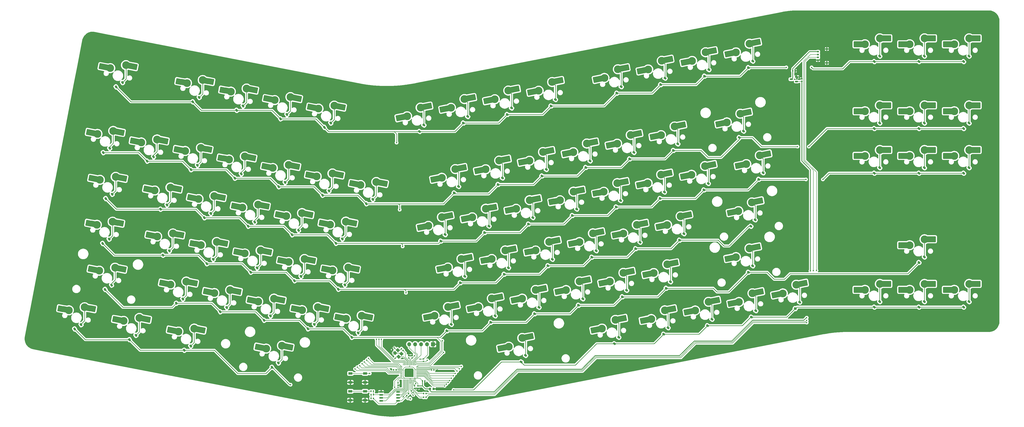
<source format=gbr>
%TF.GenerationSoftware,KiCad,Pcbnew,8.0.5*%
%TF.CreationDate,2024-09-16T13:01:27+09:00*%
%TF.ProjectId,ttaelgam,74746165-6c67-4616-9d2e-6b696361645f,rev?*%
%TF.SameCoordinates,Original*%
%TF.FileFunction,Copper,L4,Bot*%
%TF.FilePolarity,Positive*%
%FSLAX46Y46*%
G04 Gerber Fmt 4.6, Leading zero omitted, Abs format (unit mm)*
G04 Created by KiCad (PCBNEW 8.0.5) date 2024-09-16 13:01:27*
%MOMM*%
%LPD*%
G01*
G04 APERTURE LIST*
G04 Aperture macros list*
%AMRoundRect*
0 Rectangle with rounded corners*
0 $1 Rounding radius*
0 $2 $3 $4 $5 $6 $7 $8 $9 X,Y pos of 4 corners*
0 Add a 4 corners polygon primitive as box body*
4,1,4,$2,$3,$4,$5,$6,$7,$8,$9,$2,$3,0*
0 Add four circle primitives for the rounded corners*
1,1,$1+$1,$2,$3*
1,1,$1+$1,$4,$5*
1,1,$1+$1,$6,$7*
1,1,$1+$1,$8,$9*
0 Add four rect primitives between the rounded corners*
20,1,$1+$1,$2,$3,$4,$5,0*
20,1,$1+$1,$4,$5,$6,$7,0*
20,1,$1+$1,$6,$7,$8,$9,0*
20,1,$1+$1,$8,$9,$2,$3,0*%
%AMRotRect*
0 Rectangle, with rotation*
0 The origin of the aperture is its center*
0 $1 length*
0 $2 width*
0 $3 Rotation angle, in degrees counterclockwise*
0 Add horizontal line*
21,1,$1,$2,0,0,$3*%
G04 Aperture macros list end*
%TA.AperFunction,SMDPad,CuDef*%
%ADD10RoundRect,0.150000X-0.275000X0.150000X-0.275000X-0.150000X0.275000X-0.150000X0.275000X0.150000X0*%
%TD*%
%TA.AperFunction,SMDPad,CuDef*%
%ADD11RoundRect,0.175000X-0.225000X0.175000X-0.225000X-0.175000X0.225000X-0.175000X0.225000X0.175000X0*%
%TD*%
%TA.AperFunction,ComponentPad*%
%ADD12C,3.300000*%
%TD*%
%TA.AperFunction,SMDPad,CuDef*%
%ADD13RotRect,1.650000X2.500000X349.000000*%
%TD*%
%TA.AperFunction,SMDPad,CuDef*%
%ADD14RoundRect,0.250000X1.196977X0.786048X-0.815359X1.177206X-1.196977X-0.786048X0.815359X-1.177206X0*%
%TD*%
%TA.AperFunction,SMDPad,CuDef*%
%ADD15RotRect,1.650000X2.500000X169.000000*%
%TD*%
%TA.AperFunction,SMDPad,CuDef*%
%ADD16RoundRect,0.225000X0.106066X-0.424264X0.424264X-0.106066X-0.106066X0.424264X-0.424264X0.106066X0*%
%TD*%
%TA.AperFunction,SMDPad,CuDef*%
%ADD17RoundRect,0.225000X0.185071X-0.396231X0.436707X-0.023164X-0.185071X0.396231X-0.436707X0.023164X0*%
%TD*%
%TA.AperFunction,SMDPad,CuDef*%
%ADD18RoundRect,0.225000X0.023164X-0.436707X0.396231X-0.185071X-0.023164X0.436707X-0.396231X0.185071X0*%
%TD*%
%TA.AperFunction,SMDPad,CuDef*%
%ADD19RoundRect,0.140000X-0.170000X0.140000X-0.170000X-0.140000X0.170000X-0.140000X0.170000X0.140000X0*%
%TD*%
%TA.AperFunction,SMDPad,CuDef*%
%ADD20RotRect,1.650000X2.500000X11.000000*%
%TD*%
%TA.AperFunction,SMDPad,CuDef*%
%ADD21RoundRect,0.250000X0.815359X1.177206X-1.196977X0.786048X-0.815359X-1.177206X1.196977X-0.786048X0*%
%TD*%
%TA.AperFunction,SMDPad,CuDef*%
%ADD22RotRect,1.650000X2.500000X191.000000*%
%TD*%
%TA.AperFunction,SMDPad,CuDef*%
%ADD23RoundRect,0.140000X-0.219203X-0.021213X-0.021213X-0.219203X0.219203X0.021213X0.021213X0.219203X0*%
%TD*%
%TA.AperFunction,SMDPad,CuDef*%
%ADD24RoundRect,0.135000X0.135000X0.185000X-0.135000X0.185000X-0.135000X-0.185000X0.135000X-0.185000X0*%
%TD*%
%TA.AperFunction,SMDPad,CuDef*%
%ADD25RoundRect,0.150000X-0.650000X-0.150000X0.650000X-0.150000X0.650000X0.150000X-0.650000X0.150000X0*%
%TD*%
%TA.AperFunction,SMDPad,CuDef*%
%ADD26RoundRect,0.140000X-0.140000X-0.170000X0.140000X-0.170000X0.140000X0.170000X-0.140000X0.170000X0*%
%TD*%
%TA.AperFunction,SMDPad,CuDef*%
%ADD27RoundRect,0.135000X-0.135000X-0.185000X0.135000X-0.185000X0.135000X0.185000X-0.135000X0.185000X0*%
%TD*%
%TA.AperFunction,SMDPad,CuDef*%
%ADD28R,1.650000X2.500000*%
%TD*%
%TA.AperFunction,SMDPad,CuDef*%
%ADD29RoundRect,0.250000X1.025000X1.000000X-1.025000X1.000000X-1.025000X-1.000000X1.025000X-1.000000X0*%
%TD*%
%TA.AperFunction,SMDPad,CuDef*%
%ADD30RoundRect,0.140000X0.170000X-0.140000X0.170000X0.140000X-0.170000X0.140000X-0.170000X-0.140000X0*%
%TD*%
%TA.AperFunction,SMDPad,CuDef*%
%ADD31RoundRect,0.135000X0.185000X-0.135000X0.185000X0.135000X-0.185000X0.135000X-0.185000X-0.135000X0*%
%TD*%
%TA.AperFunction,ComponentPad*%
%ADD32O,1.700000X1.700000*%
%TD*%
%TA.AperFunction,ComponentPad*%
%ADD33R,1.700000X1.700000*%
%TD*%
%TA.AperFunction,SMDPad,CuDef*%
%ADD34RoundRect,0.140000X0.140000X0.170000X-0.140000X0.170000X-0.140000X-0.170000X0.140000X-0.170000X0*%
%TD*%
%TA.AperFunction,SMDPad,CuDef*%
%ADD35RoundRect,0.140000X0.021213X-0.219203X0.219203X-0.021213X-0.021213X0.219203X-0.219203X0.021213X0*%
%TD*%
%TA.AperFunction,SMDPad,CuDef*%
%ADD36R,1.700000X1.000000*%
%TD*%
%TA.AperFunction,SMDPad,CuDef*%
%ADD37RotRect,1.400000X1.200000X315.000000*%
%TD*%
%TA.AperFunction,SMDPad,CuDef*%
%ADD38RoundRect,0.050000X-0.387500X-0.050000X0.387500X-0.050000X0.387500X0.050000X-0.387500X0.050000X0*%
%TD*%
%TA.AperFunction,SMDPad,CuDef*%
%ADD39RoundRect,0.050000X-0.050000X-0.387500X0.050000X-0.387500X0.050000X0.387500X-0.050000X0.387500X0*%
%TD*%
%TA.AperFunction,HeatsinkPad*%
%ADD40R,3.200000X3.200000*%
%TD*%
%TA.AperFunction,SMDPad,CuDef*%
%ADD41RoundRect,0.225000X-0.225000X-0.250000X0.225000X-0.250000X0.225000X0.250000X-0.225000X0.250000X0*%
%TD*%
%TA.AperFunction,SMDPad,CuDef*%
%ADD42RoundRect,0.135000X-0.226274X-0.035355X-0.035355X-0.226274X0.226274X0.035355X0.035355X0.226274X0*%
%TD*%
%TA.AperFunction,SMDPad,CuDef*%
%ADD43RoundRect,0.150000X0.512500X0.150000X-0.512500X0.150000X-0.512500X-0.150000X0.512500X-0.150000X0*%
%TD*%
%TA.AperFunction,ViaPad*%
%ADD44C,0.600000*%
%TD*%
%TA.AperFunction,Conductor*%
%ADD45C,0.200000*%
%TD*%
%TA.AperFunction,Conductor*%
%ADD46C,0.250000*%
%TD*%
%TA.AperFunction,Conductor*%
%ADD47C,0.300000*%
%TD*%
G04 APERTURE END LIST*
D10*
%TO.P,J4,1,Pin_1*%
%TO.N,+5V*%
X440334740Y-151796311D03*
%TO.P,J4,2,Pin_2*%
%TO.N,D-*%
X440334740Y-152996311D03*
%TO.P,J4,3,Pin_3*%
%TO.N,D+*%
X440334740Y-154196311D03*
%TO.P,J4,4,Pin_4*%
%TO.N,GND*%
X440334740Y-155396311D03*
D11*
%TO.P,J4,MP,MountPin*%
X444109740Y-150646311D03*
X444109740Y-156546311D03*
%TD*%
D12*
%TO.P,MX52,1,1*%
%TO.N,COL1*%
X158488922Y-230633419D03*
D13*
X156697453Y-230285192D03*
D14*
X155004146Y-229956047D03*
%TO.P,MX52,2,2*%
%TO.N,Net-(D52-A)*%
X168691686Y-230029095D03*
D15*
X166973839Y-229695179D03*
D12*
X165206910Y-229351723D03*
%TD*%
D16*
%TO.P,D88,1,K*%
%TO.N,ROW5*%
X464319491Y-260791339D03*
%TO.P,D88,2,A*%
%TO.N,Net-(D88-A)*%
X466652943Y-258457887D03*
%TD*%
D17*
%TO.P,D7,1,K*%
%TO.N,ROW0*%
X289090418Y-182208004D03*
%TO.P,D7,2,A*%
%TO.N,Net-(D7-A)*%
X290935754Y-179472180D03*
%TD*%
D12*
%TO.P,MX2,1,1*%
%TO.N,COL1*%
X171211112Y-165183426D03*
D13*
X169419643Y-164835199D03*
D14*
X167726336Y-164506054D03*
%TO.P,MX2,2,2*%
%TO.N,Net-(D2-A)*%
X181413876Y-164579102D03*
D15*
X179696029Y-164245186D03*
D12*
X177929100Y-163901730D03*
%TD*%
%TO.P,MX55,1,1*%
%TO.N,COL4*%
X214588916Y-241538153D03*
D13*
X212797447Y-241189926D03*
D14*
X211104140Y-240860781D03*
%TO.P,MX55,2,2*%
%TO.N,Net-(D55-A)*%
X224791680Y-240933829D03*
D15*
X223073833Y-240599913D03*
D12*
X221306904Y-240256457D03*
%TD*%
D16*
%TO.P,D33,1,K*%
%TO.N,ROW1*%
X502419491Y-184591339D03*
%TO.P,D33,2,A*%
%TO.N,Net-(D33-A)*%
X504752943Y-182257887D03*
%TD*%
D18*
%TO.P,D5,1,K*%
%TO.N,ROW0*%
X229792983Y-184083405D03*
%TO.P,D5,2,A*%
%TO.N,Net-(D5-A)*%
X232528807Y-182238069D03*
%TD*%
D12*
%TO.P,MX18,1,1*%
%TO.N,COL1*%
X151733747Y-190507239D03*
D13*
X149942278Y-190159012D03*
D14*
X148248971Y-189829867D03*
%TO.P,MX18,2,2*%
%TO.N,Net-(D18-A)*%
X161936511Y-189902915D03*
D15*
X160218664Y-189568999D03*
D12*
X158451735Y-189225543D03*
%TD*%
D19*
%TO.P,C3,1*%
%TO.N,+1V1*%
X268219480Y-294437622D03*
%TO.P,C3,2*%
%TO.N,GND*%
X268219480Y-295397622D03*
%TD*%
D12*
%TO.P,MX24,1,1*%
%TO.N,COL5*%
X279896559Y-205592121D03*
D20*
X278105089Y-205940348D03*
D21*
X276411782Y-206269493D03*
%TO.P,MX24,2,2*%
%TO.N,Net-(D24-A)*%
X289130013Y-201209779D03*
D22*
X287412165Y-201543695D03*
D12*
X285645236Y-201887151D03*
%TD*%
D23*
%TO.P,C6,1*%
%TO.N,GND*%
X259270329Y-281956900D03*
%TO.P,C6,2*%
%TO.N,XIN*%
X259949151Y-282635722D03*
%TD*%
D12*
%TO.P,MX69,1,1*%
%TO.N,COL17*%
X239004001Y-265690518D03*
D13*
X237212532Y-265342291D03*
D14*
X235519225Y-265013146D03*
%TO.P,MX69,2,2*%
%TO.N,Net-(D69-A)*%
X249206765Y-265086194D03*
D15*
X247488918Y-264752278D03*
D12*
X245721989Y-264408822D03*
%TD*%
%TO.P,MX66,1,1*%
%TO.N,COL2*%
X182904008Y-254785783D03*
D13*
X181112539Y-254437556D03*
D14*
X179419232Y-254108411D03*
%TO.P,MX66,2,2*%
%TO.N,Net-(D66-A)*%
X193106772Y-254181459D03*
D15*
X191388925Y-253847543D03*
D12*
X189621996Y-253504087D03*
%TD*%
D18*
%TO.P,D55,1,K*%
%TO.N,ROW3*%
X217070793Y-249533398D03*
%TO.P,D55,2,A*%
%TO.N,Net-(D55-A)*%
X219806617Y-247688062D03*
%TD*%
D17*
%TO.P,D83,1,K*%
%TO.N,ROW5*%
X353494926Y-276425078D03*
%TO.P,D83,2,A*%
%TO.N,Net-(D83-A)*%
X355340262Y-273689254D03*
%TD*%
D23*
%TO.P,C11,1*%
%TO.N,+3V3*%
X266880069Y-296553211D03*
%TO.P,C11,2*%
%TO.N,GND*%
X267558891Y-297232033D03*
%TD*%
D17*
%TO.P,D43,1,K*%
%TO.N,ROW2*%
X335577693Y-221688176D03*
%TO.P,D43,2,A*%
%TO.N,Net-(D43-A)*%
X337423029Y-218952352D03*
%TD*%
%TO.P,D70,1,K*%
%TO.N,ROW4*%
X282072522Y-270901634D03*
%TO.P,D70,2,A*%
%TO.N,Net-(D70-A)*%
X283917858Y-268165810D03*
%TD*%
D24*
%TO.P,R5,1*%
%TO.N,Q_SEL*%
X250709999Y-298123146D03*
%TO.P,R5,2*%
%TO.N,Net-(R3-Pad1)*%
X249690001Y-298123146D03*
%TD*%
D17*
%TO.P,D42,1,K*%
%TO.N,ROW2*%
X316877695Y-225323087D03*
%TO.P,D42,2,A*%
%TO.N,Net-(D42-A)*%
X318723031Y-222587263D03*
%TD*%
D12*
%TO.P,MX84,1,1*%
%TO.N,COL7*%
X369236195Y-265852467D03*
D20*
X367444725Y-266200694D03*
D21*
X365751418Y-266529839D03*
%TO.P,MX84,2,2*%
%TO.N,Net-(D84-A)*%
X378469649Y-261470125D03*
D22*
X376751801Y-261804041D03*
D12*
X374984872Y-262147497D03*
%TD*%
%TO.P,MX58,1,1*%
%TO.N,COL6*%
X301191380Y-240265933D03*
D20*
X299399910Y-240614160D03*
D21*
X297706603Y-240943305D03*
%TO.P,MX58,2,2*%
%TO.N,Net-(D58-A)*%
X310424834Y-235883591D03*
D22*
X308706986Y-236217507D03*
D12*
X306940057Y-236560963D03*
%TD*%
D17*
%TO.P,D60,1,K*%
%TO.N,ROW3*%
X343887603Y-239479446D03*
%TO.P,D60,2,A*%
%TO.N,Net-(D60-A)*%
X345732939Y-236743622D03*
%TD*%
D12*
%TO.P,MX64,1,1*%
%TO.N,COL0*%
X133816513Y-245244141D03*
D13*
X132025044Y-244895914D03*
D14*
X130331737Y-244566769D03*
%TO.P,MX64,2,2*%
%TO.N,Net-(D64-A)*%
X144019277Y-244639817D03*
D15*
X142301430Y-244305901D03*
D12*
X140534501Y-243962445D03*
%TD*%
%TO.P,MX78,1,1*%
%TO.N,COL0*%
X120831603Y-262126683D03*
D13*
X119040134Y-261778456D03*
D14*
X117346827Y-261449311D03*
%TO.P,MX78,2,2*%
%TO.N,Net-(D78-A)*%
X131034367Y-261522359D03*
D15*
X129316520Y-261188443D03*
D12*
X127549591Y-260844987D03*
%TD*%
%TO.P,MX73,1,1*%
%TO.N,COL8*%
X332876288Y-253513564D03*
D20*
X331084818Y-253861791D03*
D21*
X329391511Y-254190936D03*
%TO.P,MX73,2,2*%
%TO.N,Net-(D73-A)*%
X342109742Y-249131222D03*
D22*
X340391894Y-249465138D03*
D12*
X338624965Y-249808594D03*
%TD*%
D25*
%TO.P,U4,1,~{CS}*%
%TO.N,Q_I02*%
X253994479Y-300797622D03*
%TO.P,U4,2,DO(IO1)*%
%TO.N,Q_I01*%
X253994479Y-299527622D03*
%TO.P,U4,3,IO2*%
%TO.N,Q_SEL*%
X253994479Y-298257622D03*
%TO.P,U4,4,GND*%
%TO.N,GND*%
X253994479Y-296987622D03*
%TO.P,U4,5,DI(IO0)*%
%TO.N,Q_I00*%
X261194479Y-296987622D03*
%TO.P,U4,6,CLK*%
%TO.N,Q_CLK*%
X261194479Y-298257622D03*
%TO.P,U4,7,IO3*%
%TO.N,Q_I03*%
X261194479Y-299527622D03*
%TO.P,U4,8,VCC*%
%TO.N,+3V3*%
X261194479Y-300797622D03*
%TD*%
D17*
%TO.P,D26,1,K*%
%TO.N,ROW1*%
X322592782Y-204805634D03*
%TO.P,D26,2,A*%
%TO.N,Net-(D26-A)*%
X324438118Y-202069810D03*
%TD*%
D12*
%TO.P,MX61,1,1*%
%TO.N,COL9*%
X357291373Y-229361199D03*
D20*
X355499903Y-229709426D03*
D21*
X353806596Y-230038571D03*
%TO.P,MX61,2,2*%
%TO.N,Net-(D61-A)*%
X366524827Y-224978857D03*
D22*
X364806979Y-225312773D03*
D12*
X363040050Y-225656229D03*
%TD*%
D17*
%TO.P,D11,1,K*%
%TO.N,ROW0*%
X373240409Y-165850903D03*
%TO.P,D11,2,A*%
%TO.N,Net-(D11-A)*%
X375085745Y-163115079D03*
%TD*%
D26*
%TO.P,C9,1*%
%TO.N,+3V3*%
X271664480Y-292267622D03*
%TO.P,C9,2*%
%TO.N,GND*%
X272624480Y-292267622D03*
%TD*%
D12*
%TO.P,MX63,1,1*%
%TO.N,COL12*%
X406378868Y-219819557D03*
D20*
X404587398Y-220167784D03*
D21*
X402894091Y-220496929D03*
%TO.P,MX63,2,2*%
%TO.N,Net-(D63-A)*%
X415612322Y-215437215D03*
D22*
X413894474Y-215771131D03*
D12*
X412127545Y-216114587D03*
%TD*%
D27*
%TO.P,R7,1*%
%TO.N,Net-(U2-USB_DP)*%
X272134482Y-299242622D03*
%TO.P,R7,2*%
%TO.N,D+*%
X273154480Y-299242622D03*
%TD*%
D17*
%TO.P,D40,1,K*%
%TO.N,ROW2*%
X279477699Y-232592910D03*
%TO.P,D40,2,A*%
%TO.N,Net-(D40-A)*%
X281323035Y-229857086D03*
%TD*%
D26*
%TO.P,C13,1*%
%TO.N,+3V3*%
X275529740Y-287600615D03*
%TO.P,C13,2*%
%TO.N,GND*%
X276489740Y-287600615D03*
%TD*%
D12*
%TO.P,MX89,1,1*%
%TO.N,COL14*%
X479407648Y-253416553D03*
D28*
X477582648Y-253416553D03*
D29*
X475857648Y-253416553D03*
%TO.P,MX89,2,2*%
%TO.N,Net-(D89-A)*%
X489307648Y-250876553D03*
D28*
X487557648Y-250876553D03*
D12*
X485757648Y-250876553D03*
%TD*%
%TO.P,MX22,1,1*%
%TO.N,COL16*%
X226533738Y-205046885D03*
D13*
X224742269Y-204698658D03*
D14*
X223048962Y-204369513D03*
%TO.P,MX22,2,2*%
%TO.N,Net-(D22-A)*%
X236736502Y-204442561D03*
D15*
X235018655Y-204108645D03*
D12*
X233251726Y-203765189D03*
%TD*%
%TO.P,MX44,1,1*%
%TO.N,COL9*%
X348981462Y-211569929D03*
D20*
X347189992Y-211918156D03*
D21*
X345496685Y-212247301D03*
%TO.P,MX44,2,2*%
%TO.N,Net-(D44-A)*%
X358214916Y-207187587D03*
D22*
X356497068Y-207521503D03*
D12*
X354730139Y-207864959D03*
%TD*%
%TO.P,MX67,1,1*%
%TO.N,COL3*%
X201604005Y-258420695D03*
D13*
X199812536Y-258072468D03*
D14*
X198119229Y-257743323D03*
%TO.P,MX67,2,2*%
%TO.N,Net-(D67-A)*%
X211806769Y-257816371D03*
D15*
X210088922Y-257482455D03*
D12*
X208321993Y-257138999D03*
%TD*%
D17*
%TO.P,D44,1,K*%
%TO.N,ROW2*%
X354277690Y-218053265D03*
%TO.P,D44,2,A*%
%TO.N,Net-(D44-A)*%
X356123026Y-215317441D03*
%TD*%
D30*
%TO.P,C16,1*%
%TO.N,+1V1*%
X267244480Y-282497623D03*
%TO.P,C16,2*%
%TO.N,GND*%
X267244480Y-281537623D03*
%TD*%
D18*
%TO.P,D66,1,K*%
%TO.N,ROW4*%
X185385885Y-262781029D03*
%TO.P,D66,2,A*%
%TO.N,Net-(D66-A)*%
X188121709Y-260935693D03*
%TD*%
%TO.P,D78,1,K*%
%TO.N,ROW5*%
X123313480Y-270121929D03*
%TO.P,D78,2,A*%
%TO.N,Net-(D78-A)*%
X126049304Y-268276593D03*
%TD*%
D16*
%TO.P,D32,1,K*%
%TO.N,ROW1*%
X483369491Y-184591339D03*
%TO.P,D32,2,A*%
%TO.N,Net-(D32-A)*%
X485702943Y-182257887D03*
%TD*%
D12*
%TO.P,MX74,1,1*%
%TO.N,COL9*%
X351576286Y-249878653D03*
D20*
X349784816Y-250226880D03*
D21*
X348091509Y-250556025D03*
%TO.P,MX74,2,2*%
%TO.N,Net-(D74-A)*%
X360809740Y-245496311D03*
D22*
X359091892Y-245830227D03*
D12*
X357324963Y-246173683D03*
%TD*%
D17*
%TO.P,D72,1,K*%
%TO.N,ROW4*%
X319472518Y-263631811D03*
%TO.P,D72,2,A*%
%TO.N,Net-(D72-A)*%
X321317854Y-260895987D03*
%TD*%
%TO.P,D61,1,K*%
%TO.N,ROW3*%
X362587601Y-235844535D03*
%TO.P,D61,2,A*%
%TO.N,Net-(D61-A)*%
X364432937Y-233108711D03*
%TD*%
%TO.P,D57,1,K*%
%TO.N,ROW3*%
X287787610Y-250384180D03*
%TO.P,D57,2,A*%
%TO.N,Net-(D57-A)*%
X289632946Y-247648356D03*
%TD*%
D27*
%TO.P,R3,1*%
%TO.N,Net-(R3-Pad1)*%
X249690001Y-299723146D03*
%TO.P,R3,2*%
%TO.N,+3V3*%
X250709999Y-299723146D03*
%TD*%
D18*
%TO.P,D23,1,K*%
%TO.N,ROW1*%
X247715613Y-216677041D03*
%TO.P,D23,2,A*%
%TO.N,Net-(D23-A)*%
X250451437Y-214831705D03*
%TD*%
%TO.P,D54,1,K*%
%TO.N,ROW3*%
X198370795Y-245898487D03*
%TO.P,D54,2,A*%
%TO.N,Net-(D54-A)*%
X201106619Y-244053151D03*
%TD*%
D12*
%TO.P,MX36,1,1*%
%TO.N,COL2*%
X176148832Y-214659604D03*
D13*
X174357363Y-214311377D03*
D14*
X172664056Y-213982232D03*
%TO.P,MX36,2,2*%
%TO.N,Net-(D36-A)*%
X186351596Y-214055280D03*
D15*
X184633749Y-213721364D03*
D12*
X182866820Y-213377908D03*
%TD*%
%TO.P,MX39,1,1*%
%TO.N,COL16*%
X232248825Y-225564338D03*
D13*
X230457356Y-225216111D03*
D14*
X228764049Y-224886966D03*
%TO.P,MX39,2,2*%
%TO.N,Net-(D39-A)*%
X242451589Y-224960014D03*
D15*
X240733742Y-224626098D03*
D12*
X238966813Y-224282642D03*
%TD*%
%TO.P,MX88,1,1*%
%TO.N,COL13*%
X460357648Y-253416553D03*
D28*
X458532648Y-253416553D03*
D29*
X456807648Y-253416553D03*
%TO.P,MX88,2,2*%
%TO.N,Net-(D88-A)*%
X470257648Y-250876553D03*
D28*
X468507648Y-250876553D03*
D12*
X466707648Y-250876553D03*
%TD*%
D17*
%TO.P,D76,1,K*%
%TO.N,ROW4*%
X410635007Y-245911618D03*
%TO.P,D76,2,A*%
%TO.N,Net-(D76-A)*%
X412480343Y-243175794D03*
%TD*%
D18*
%TO.P,D36,1,K*%
%TO.N,ROW2*%
X178630709Y-222654850D03*
%TO.P,D36,2,A*%
%TO.N,Net-(D36-A)*%
X181366533Y-220809514D03*
%TD*%
D12*
%TO.P,MX19,1,1*%
%TO.N,COL2*%
X170433744Y-194142151D03*
D13*
X168642275Y-193793924D03*
D14*
X166948968Y-193464779D03*
%TO.P,MX19,2,2*%
%TO.N,Net-(D19-A)*%
X180636508Y-193537827D03*
D15*
X178918661Y-193203911D03*
D12*
X177151732Y-192860455D03*
%TD*%
D16*
%TO.P,D31,1,K*%
%TO.N,ROW1*%
X464319491Y-184591339D03*
%TO.P,D31,2,A*%
%TO.N,Net-(D31-A)*%
X466652943Y-182257887D03*
%TD*%
D18*
%TO.P,D17,1,K*%
%TO.N,ROW1*%
X135515626Y-194867573D03*
%TO.P,D17,2,A*%
%TO.N,Net-(D17-A)*%
X138251450Y-193022237D03*
%TD*%
D17*
%TO.P,D12,1,K*%
%TO.N,ROW0*%
X391940407Y-162215992D03*
%TO.P,D12,2,A*%
%TO.N,Net-(D12-A)*%
X393785743Y-159480168D03*
%TD*%
D12*
%TO.P,MX3,1,1*%
%TO.N,COL2*%
X189911110Y-168818338D03*
D13*
X188119641Y-168470111D03*
D14*
X186426334Y-168140966D03*
%TO.P,MX3,2,2*%
%TO.N,Net-(D3-A)*%
X200113874Y-168214014D03*
D15*
X198396027Y-167880098D03*
D12*
X196629098Y-167536642D03*
%TD*%
%TO.P,MX71,1,1*%
%TO.N,COL6*%
X295476292Y-260783387D03*
D20*
X293684822Y-261131614D03*
D21*
X291991515Y-261460759D03*
%TO.P,MX71,2,2*%
%TO.N,Net-(D71-A)*%
X304709746Y-256401045D03*
D22*
X302991898Y-256734961D03*
D12*
X301224969Y-257078417D03*
%TD*%
D31*
%TO.P,R4,1*%
%TO.N,RESET*%
X272069480Y-283952620D03*
%TO.P,R4,2*%
%TO.N,+3V3*%
X272069480Y-282932622D03*
%TD*%
D12*
%TO.P,MX27,1,1*%
%TO.N,COL8*%
X335996552Y-194687387D03*
D20*
X334205082Y-195035614D03*
D21*
X332511775Y-195364759D03*
%TO.P,MX27,2,2*%
%TO.N,Net-(D27-A)*%
X345230006Y-190305045D03*
D22*
X343512158Y-190638961D03*
D12*
X341745229Y-190982417D03*
%TD*%
%TO.P,MX5,1,1*%
%TO.N,COL4*%
X227311105Y-176088160D03*
D13*
X225519636Y-175739933D03*
D14*
X223826329Y-175410788D03*
%TO.P,MX5,2,2*%
%TO.N,Net-(D5-A)*%
X237513869Y-175483836D03*
D15*
X235796022Y-175149920D03*
D12*
X234029093Y-174806464D03*
%TD*%
%TO.P,MX76,1,1*%
%TO.N,COL12*%
X405338779Y-239428282D03*
D20*
X403547309Y-239776509D03*
D21*
X401854002Y-240105654D03*
%TO.P,MX76,2,2*%
%TO.N,Net-(D76-A)*%
X414572233Y-235045940D03*
D22*
X412854385Y-235379856D03*
D12*
X411087456Y-235723312D03*
%TD*%
%TO.P,MX9,1,1*%
%TO.N,COL8*%
X321194186Y-168454846D03*
D20*
X319402716Y-168803073D03*
D21*
X317709409Y-169132218D03*
%TO.P,MX9,2,2*%
%TO.N,Net-(D9-A)*%
X330427640Y-164072504D03*
D22*
X328709792Y-164406420D03*
D12*
X326942863Y-164749876D03*
%TD*%
%TO.P,MX13,1,1*%
%TO.N,COL12*%
X405344176Y-152097745D03*
D20*
X403552706Y-152445972D03*
D21*
X401859399Y-152775117D03*
%TO.P,MX13,2,2*%
%TO.N,Net-(D13-A)*%
X414577630Y-147715403D03*
D22*
X412859782Y-148049319D03*
D12*
X411092853Y-148392775D03*
%TD*%
D17*
%TO.P,D74,1,K*%
%TO.N,ROW4*%
X356872514Y-256361988D03*
%TO.P,D74,2,A*%
%TO.N,Net-(D74-A)*%
X358717850Y-253626164D03*
%TD*%
D12*
%TO.P,MX21,1,1*%
%TO.N,COL4*%
X207833740Y-201411973D03*
D13*
X206042271Y-201063746D03*
D14*
X204348964Y-200734601D03*
%TO.P,MX21,2,2*%
%TO.N,Net-(D21-A)*%
X218036504Y-200807649D03*
D15*
X216318657Y-200473733D03*
D12*
X214551728Y-200130277D03*
%TD*%
%TO.P,MX33,1,1*%
%TO.N,COL15*%
X498457648Y-177216553D03*
D28*
X496632648Y-177216553D03*
D29*
X494907648Y-177216553D03*
%TO.P,MX33,2,2*%
%TO.N,Net-(D33-A)*%
X508357648Y-174676553D03*
D28*
X506607648Y-174676553D03*
D12*
X504807648Y-174676553D03*
%TD*%
D30*
%TO.P,C2,1*%
%TO.N,+3V3*%
X433409740Y-164376311D03*
%TO.P,C2,2*%
%TO.N,GND*%
X433409740Y-163416311D03*
%TD*%
D17*
%TO.P,D59,1,K*%
%TO.N,ROW3*%
X325187606Y-243114357D03*
%TO.P,D59,2,A*%
%TO.N,Net-(D59-A)*%
X327032942Y-240378533D03*
%TD*%
D12*
%TO.P,MX26,1,1*%
%TO.N,COL7*%
X317296554Y-198322298D03*
D20*
X315505084Y-198670525D03*
D21*
X313811777Y-198999670D03*
%TO.P,MX26,2,2*%
%TO.N,Net-(D26-A)*%
X326530008Y-193939956D03*
D22*
X324812160Y-194273872D03*
D12*
X323045231Y-194617328D03*
%TD*%
%TO.P,MX12,1,1*%
%TO.N,COL11*%
X386644179Y-155732656D03*
D20*
X384852709Y-156080883D03*
D21*
X383159402Y-156410028D03*
%TO.P,MX12,2,2*%
%TO.N,Net-(D12-A)*%
X395877633Y-151350314D03*
D22*
X394159785Y-151684230D03*
D12*
X392392856Y-152027686D03*
%TD*%
D18*
%TO.P,D38,1,K*%
%TO.N,ROW2*%
X216030705Y-229924672D03*
%TO.P,D38,2,A*%
%TO.N,Net-(D38-A)*%
X218766529Y-228079336D03*
%TD*%
D12*
%TO.P,MX16,1,1*%
%TO.N,COL15*%
X498457648Y-148641553D03*
D28*
X496632648Y-148641553D03*
D29*
X494907648Y-148641553D03*
%TO.P,MX16,2,2*%
%TO.N,Net-(D16-A)*%
X508357648Y-146101553D03*
D28*
X506607648Y-146101553D03*
D12*
X504807648Y-146101553D03*
%TD*%
%TO.P,MX34,1,1*%
%TO.N,COL0*%
X134073837Y-206481054D03*
D13*
X132282368Y-206132827D03*
D14*
X130589061Y-205803682D03*
%TO.P,MX34,2,2*%
%TO.N,Net-(D34-A)*%
X144276601Y-205876730D03*
D15*
X142558754Y-205542814D03*
D12*
X140791825Y-205199358D03*
%TD*%
D18*
%TO.P,D53,1,K*%
%TO.N,ROW3*%
X179670797Y-242263575D03*
%TO.P,D53,2,A*%
%TO.N,Net-(D53-A)*%
X182406621Y-240418239D03*
%TD*%
%TO.P,D56,1,K*%
%TO.N,ROW3*%
X235770791Y-253168309D03*
%TO.P,D56,2,A*%
%TO.N,Net-(D56-A)*%
X238506615Y-251322973D03*
%TD*%
D24*
%TO.P,R8,1*%
%TO.N,D-*%
X273154480Y-297655122D03*
%TO.P,R8,2*%
%TO.N,Net-(U2-USB_DM)*%
X272134482Y-297655122D03*
%TD*%
D12*
%TO.P,MX40,1,1*%
%TO.N,COL5*%
X274181471Y-226109575D03*
D20*
X272390001Y-226457802D03*
D21*
X270696694Y-226786947D03*
%TO.P,MX40,2,2*%
%TO.N,Net-(D40-A)*%
X283414925Y-221727233D03*
D22*
X281697077Y-222061149D03*
D12*
X279930148Y-222404605D03*
%TD*%
%TO.P,MX82,1,1*%
%TO.N,COL5*%
X308461202Y-277665929D03*
D20*
X306669732Y-278014156D03*
D21*
X304976425Y-278343301D03*
%TO.P,MX82,2,2*%
%TO.N,Net-(D82-A)*%
X317694656Y-273283587D03*
D22*
X315976808Y-273617503D03*
D12*
X314209879Y-273960959D03*
%TD*%
D18*
%TO.P,D2,1,K*%
%TO.N,ROW0*%
X173692989Y-173178671D03*
%TO.P,D2,2,A*%
%TO.N,Net-(D2-A)*%
X176428813Y-171333335D03*
%TD*%
%TO.P,D22,1,K*%
%TO.N,ROW1*%
X229015615Y-213042130D03*
%TO.P,D22,2,A*%
%TO.N,Net-(D22-A)*%
X231751439Y-211196794D03*
%TD*%
D17*
%TO.P,D29,1,K*%
%TO.N,ROW1*%
X378692776Y-193900900D03*
%TO.P,D29,2,A*%
%TO.N,Net-(D29-A)*%
X380538112Y-191165076D03*
%TD*%
D12*
%TO.P,MX43,1,1*%
%TO.N,COL8*%
X330281465Y-215204840D03*
D20*
X328489995Y-215553067D03*
D21*
X326796688Y-215882212D03*
%TO.P,MX43,2,2*%
%TO.N,Net-(D43-A)*%
X339514919Y-210822498D03*
D22*
X337797071Y-211156414D03*
D12*
X336030142Y-211499870D03*
%TD*%
D18*
%TO.P,D67,1,K*%
%TO.N,ROW4*%
X204085883Y-266415940D03*
%TO.P,D67,2,A*%
%TO.N,Net-(D67-A)*%
X206821707Y-264570604D03*
%TD*%
D12*
%TO.P,MX30,1,1*%
%TO.N,COL12*%
X401446545Y-181965197D03*
D20*
X399655075Y-182313424D03*
D21*
X397961768Y-182642569D03*
%TO.P,MX30,2,2*%
%TO.N,Net-(D30-A)*%
X410679999Y-177582855D03*
D22*
X408962151Y-177916771D03*
D12*
X407195222Y-178260227D03*
%TD*%
D19*
%TO.P,C14,1*%
%TO.N,+3V3*%
X269719479Y-294437622D03*
%TO.P,C14,2*%
%TO.N,GND*%
X269719479Y-295397622D03*
%TD*%
D17*
%TO.P,D47,1,K*%
%TO.N,ROW2*%
X415052683Y-206239803D03*
%TO.P,D47,2,A*%
%TO.N,Net-(D47-A)*%
X416898019Y-203503979D03*
%TD*%
D12*
%TO.P,MX7,1,1*%
%TO.N,COL6*%
X283794190Y-175724669D03*
D20*
X282002720Y-176072896D03*
D21*
X280309413Y-176402041D03*
%TO.P,MX7,2,2*%
%TO.N,Net-(D7-A)*%
X293027644Y-171342327D03*
D22*
X291309796Y-171676243D03*
D12*
X289542867Y-172019699D03*
%TD*%
D16*
%TO.P,D50,1,K*%
%TO.N,ROW2*%
X502419491Y-203641339D03*
%TO.P,D50,2,A*%
%TO.N,Net-(D50-A)*%
X504752943Y-201307887D03*
%TD*%
D17*
%TO.P,D45,1,K*%
%TO.N,ROW2*%
X372977688Y-214418353D03*
%TO.P,D45,2,A*%
%TO.N,Net-(D45-A)*%
X374823024Y-211682529D03*
%TD*%
D12*
%TO.P,MX68,1,1*%
%TO.N,COL4*%
X220304003Y-262055606D03*
D13*
X218512534Y-261707379D03*
D14*
X216819227Y-261378234D03*
%TO.P,MX68,2,2*%
%TO.N,Net-(D68-A)*%
X230506767Y-261451282D03*
D15*
X228788920Y-261117366D03*
D12*
X227021991Y-260773910D03*
%TD*%
%TO.P,MX17,1,1*%
%TO.N,COL0*%
X133033749Y-186872328D03*
D13*
X131242280Y-186524101D03*
D14*
X129548973Y-186194956D03*
%TO.P,MX17,2,2*%
%TO.N,Net-(D17-A)*%
X143236513Y-186268004D03*
D15*
X141518666Y-185934088D03*
D12*
X139751737Y-185590632D03*
%TD*%
D17*
%TO.P,D46,1,K*%
%TO.N,ROW2*%
X391677686Y-210783442D03*
%TO.P,D46,2,A*%
%TO.N,Net-(D46-A)*%
X393523022Y-208047618D03*
%TD*%
D18*
%TO.P,D51,1,K*%
%TO.N,ROW3*%
X135258302Y-233630661D03*
%TO.P,D51,2,A*%
%TO.N,Net-(D51-A)*%
X137994126Y-231785325D03*
%TD*%
%TO.P,D52,1,K*%
%TO.N,ROW3*%
X160970799Y-238628664D03*
%TO.P,D52,2,A*%
%TO.N,Net-(D52-A)*%
X163706623Y-236783328D03*
%TD*%
%TO.P,D65,1,K*%
%TO.N,ROW4*%
X166685887Y-259146117D03*
%TO.P,D65,2,A*%
%TO.N,Net-(D65-A)*%
X169421711Y-257300781D03*
%TD*%
D12*
%TO.P,MX35,1,1*%
%TO.N,COL1*%
X157448834Y-211024693D03*
D13*
X155657365Y-210676466D03*
D14*
X153964058Y-210347321D03*
%TO.P,MX35,2,2*%
%TO.N,Net-(D35-A)*%
X167651598Y-210420369D03*
D15*
X165933751Y-210086453D03*
D12*
X164166822Y-209742997D03*
%TD*%
%TO.P,MX4,1,1*%
%TO.N,COL3*%
X208611108Y-172453249D03*
D13*
X206819639Y-172105022D03*
D14*
X205126332Y-171775877D03*
%TO.P,MX4,2,2*%
%TO.N,Net-(D4-A)*%
X218813872Y-171848925D03*
D15*
X217096025Y-171515009D03*
D12*
X215329096Y-171171553D03*
%TD*%
%TO.P,MX8,1,1*%
%TO.N,COL7*%
X302494188Y-172089757D03*
D20*
X300702718Y-172437984D03*
D21*
X299009411Y-172767129D03*
%TO.P,MX8,2,2*%
%TO.N,Net-(D8-A)*%
X311727642Y-167707415D03*
D22*
X310009794Y-168041331D03*
D12*
X308242865Y-168384787D03*
%TD*%
D18*
%TO.P,D19,1,K*%
%TO.N,ROW1*%
X172915622Y-202137396D03*
%TO.P,D19,2,A*%
%TO.N,Net-(D19-A)*%
X175651446Y-200292060D03*
%TD*%
D17*
%TO.P,D84,1,K*%
%TO.N,ROW5*%
X374532423Y-272335803D03*
%TO.P,D84,2,A*%
%TO.N,Net-(D84-A)*%
X376377759Y-269599979D03*
%TD*%
D12*
%TO.P,MX1,1,1*%
%TO.N,COL0*%
X138486116Y-158822331D03*
D13*
X136694647Y-158474104D03*
D14*
X135001340Y-158144959D03*
%TO.P,MX1,2,2*%
%TO.N,Net-(D1-A)*%
X148688880Y-158218007D03*
D15*
X146971033Y-157884091D03*
D12*
X145204104Y-157540635D03*
%TD*%
D26*
%TO.P,C1,1*%
%TO.N,+5V*%
X429568107Y-159980390D03*
%TO.P,C1,2*%
%TO.N,GND*%
X430528107Y-159980390D03*
%TD*%
D12*
%TO.P,MX49,1,1*%
%TO.N,COL14*%
X479407648Y-196266553D03*
D28*
X477582648Y-196266553D03*
D29*
X475857648Y-196266553D03*
%TO.P,MX49,2,2*%
%TO.N,Net-(D49-A)*%
X489307648Y-193726553D03*
D28*
X487557648Y-193726553D03*
D12*
X485757648Y-193726553D03*
%TD*%
D32*
%TO.P,J3,5,Pin_5*%
%TO.N,SWC*%
X266007036Y-276600614D03*
%TO.P,J3,4,Pin_4*%
%TO.N,SWD*%
X268547036Y-276600614D03*
%TO.P,J3,3,Pin_3*%
%TO.N,RESET*%
X271087037Y-276600614D03*
%TO.P,J3,2,Pin_2*%
%TO.N,+3V3*%
X273627036Y-276600614D03*
D33*
%TO.P,J3,1,Pin_1*%
%TO.N,GND*%
X276167036Y-276600614D03*
%TD*%
D12*
%TO.P,MX83,1,1*%
%TO.N,COL6*%
X348198698Y-269941742D03*
D20*
X346407228Y-270289969D03*
D21*
X344713921Y-270619114D03*
%TO.P,MX83,2,2*%
%TO.N,Net-(D83-A)*%
X357432152Y-265559400D03*
D22*
X355714304Y-265893316D03*
D12*
X353947375Y-266236772D03*
%TD*%
%TO.P,MX48,1,1*%
%TO.N,COL13*%
X460357648Y-196266553D03*
D28*
X458532648Y-196266553D03*
D29*
X456807648Y-196266553D03*
%TO.P,MX48,2,2*%
%TO.N,Net-(D48-A)*%
X470257648Y-193726553D03*
D28*
X468507648Y-193726553D03*
D12*
X466707648Y-193726553D03*
%TD*%
D34*
%TO.P,C12,1*%
%TO.N,+3V3*%
X260339740Y-287592622D03*
%TO.P,C12,2*%
%TO.N,GND*%
X259379740Y-287592622D03*
%TD*%
D12*
%TO.P,MX62,1,1*%
%TO.N,COL10*%
X375991371Y-225726288D03*
D20*
X374199901Y-226074515D03*
D21*
X372506594Y-226403660D03*
%TO.P,MX62,2,2*%
%TO.N,Net-(D62-A)*%
X385224825Y-221343946D03*
D22*
X383506977Y-221677862D03*
D12*
X381740048Y-222021318D03*
%TD*%
D18*
%TO.P,D35,1,K*%
%TO.N,ROW2*%
X159930711Y-219019938D03*
%TO.P,D35,2,A*%
%TO.N,Net-(D35-A)*%
X162666535Y-217174602D03*
%TD*%
D12*
%TO.P,MX75,1,1*%
%TO.N,COL10*%
X370276283Y-246243741D03*
D20*
X368484813Y-246591968D03*
D21*
X366791506Y-246921113D03*
%TO.P,MX75,2,2*%
%TO.N,Net-(D75-A)*%
X379509737Y-241861399D03*
D22*
X377791889Y-242195315D03*
D12*
X376024960Y-242538771D03*
%TD*%
%TO.P,MX25,1,1*%
%TO.N,COL6*%
X298596556Y-201957210D03*
D20*
X296805086Y-202305437D03*
D21*
X295111779Y-202634582D03*
%TO.P,MX25,2,2*%
%TO.N,Net-(D25-A)*%
X307830010Y-197574868D03*
D22*
X306112162Y-197908784D03*
D12*
X304345233Y-198252240D03*
%TD*%
D35*
%TO.P,C7,1*%
%TO.N,GND*%
X259040793Y-278884779D03*
%TO.P,C7,2*%
%TO.N,Net-(C7-Pad2)*%
X259719615Y-278205957D03*
%TD*%
D23*
%TO.P,C4,1*%
%TO.N,+1V1*%
X265730069Y-297703211D03*
%TO.P,C4,2*%
%TO.N,GND*%
X266408891Y-298382033D03*
%TD*%
D18*
%TO.P,D80,1,K*%
%TO.N,ROW5*%
X170063475Y-279209207D03*
%TO.P,D80,2,A*%
%TO.N,Net-(D80-A)*%
X172799299Y-277363871D03*
%TD*%
D17*
%TO.P,D30,1,K*%
%TO.N,ROW1*%
X406742773Y-188448533D03*
%TO.P,D30,2,A*%
%TO.N,Net-(D30-A)*%
X408588109Y-185712709D03*
%TD*%
%TO.P,D87,1,K*%
%TO.N,ROW5*%
X430632417Y-261431068D03*
%TO.P,D87,2,A*%
%TO.N,Net-(D87-A)*%
X432477753Y-258695244D03*
%TD*%
D16*
%TO.P,D15,1,K*%
%TO.N,ROW0*%
X483369491Y-156016339D03*
%TO.P,D15,2,A*%
%TO.N,Net-(D15-A)*%
X485702943Y-153682887D03*
%TD*%
D12*
%TO.P,MX32,1,1*%
%TO.N,COL14*%
X479407648Y-177216553D03*
D28*
X477582648Y-177216553D03*
D29*
X475857648Y-177216553D03*
%TO.P,MX32,2,2*%
%TO.N,Net-(D32-A)*%
X489307648Y-174676553D03*
D28*
X487557648Y-174676553D03*
D12*
X485757648Y-174676553D03*
%TD*%
%TO.P,MX15,1,1*%
%TO.N,COL14*%
X479407648Y-148641553D03*
D28*
X477582648Y-148641553D03*
D29*
X475857648Y-148641553D03*
%TO.P,MX15,2,2*%
%TO.N,Net-(D15-A)*%
X489307648Y-146101553D03*
D28*
X487557648Y-146101553D03*
D12*
X485757648Y-146101553D03*
%TD*%
D17*
%TO.P,D10,1,K*%
%TO.N,ROW0*%
X354540411Y-169485814D03*
%TO.P,D10,2,A*%
%TO.N,Net-(D10-A)*%
X356385747Y-166749990D03*
%TD*%
%TO.P,D8,1,K*%
%TO.N,ROW0*%
X307790416Y-178573093D03*
%TO.P,D8,2,A*%
%TO.N,Net-(D8-A)*%
X309635752Y-175837269D03*
%TD*%
D12*
%TO.P,MX41,1,1*%
%TO.N,COL6*%
X292881469Y-222474663D03*
D20*
X291089999Y-222822890D03*
D21*
X289396692Y-223152035D03*
%TO.P,MX41,2,2*%
%TO.N,Net-(D41-A)*%
X302114923Y-218092321D03*
D22*
X300397075Y-218426237D03*
D12*
X298630146Y-218769693D03*
%TD*%
%TO.P,MX86,1,1*%
%TO.N,COL11*%
X406636191Y-258582644D03*
D20*
X404844721Y-258930871D03*
D21*
X403151414Y-259260016D03*
%TO.P,MX86,2,2*%
%TO.N,Net-(D86-A)*%
X415869645Y-254200302D03*
D22*
X414151797Y-254534218D03*
D12*
X412384868Y-254877674D03*
%TD*%
%TO.P,MX60,1,1*%
%TO.N,COL8*%
X338591375Y-232996110D03*
D20*
X336799905Y-233344337D03*
D21*
X335106598Y-233673482D03*
%TO.P,MX60,2,2*%
%TO.N,Net-(D60-A)*%
X347824829Y-228613768D03*
D22*
X346106981Y-228947684D03*
D12*
X344340052Y-229291140D03*
%TD*%
D17*
%TO.P,D58,1,K*%
%TO.N,ROW3*%
X306487608Y-246749269D03*
%TO.P,D58,2,A*%
%TO.N,Net-(D58-A)*%
X308332944Y-244013445D03*
%TD*%
%TO.P,D27,1,K*%
%TO.N,ROW1*%
X341292780Y-201170722D03*
%TO.P,D27,2,A*%
%TO.N,Net-(D27-A)*%
X343138116Y-198434898D03*
%TD*%
D18*
%TO.P,D21,1,K*%
%TO.N,ROW1*%
X210315617Y-209407219D03*
%TO.P,D21,2,A*%
%TO.N,Net-(D21-A)*%
X213051441Y-207561883D03*
%TD*%
D17*
%TO.P,D85,1,K*%
%TO.N,ROW5*%
X393232421Y-268700891D03*
%TO.P,D85,2,A*%
%TO.N,Net-(D85-A)*%
X395077757Y-265965067D03*
%TD*%
D27*
%TO.P,R6,1*%
%TO.N,Net-(BOOT1-Pad2)*%
X249690001Y-296649999D03*
%TO.P,R6,2*%
%TO.N,Q_SEL*%
X250709999Y-296649999D03*
%TD*%
D17*
%TO.P,D75,1,K*%
%TO.N,ROW4*%
X375572512Y-252727077D03*
%TO.P,D75,2,A*%
%TO.N,Net-(D75-A)*%
X377417848Y-249991253D03*
%TD*%
D12*
%TO.P,MX10,1,1*%
%TO.N,COL9*%
X349244183Y-163002479D03*
D20*
X347452713Y-163350706D03*
D21*
X345759406Y-163679851D03*
%TO.P,MX10,2,2*%
%TO.N,Net-(D10-A)*%
X358477637Y-158620137D03*
D22*
X356759789Y-158954053D03*
D12*
X354992860Y-159297509D03*
%TD*%
D17*
%TO.P,D13,1,K*%
%TO.N,ROW0*%
X410640404Y-158581080D03*
%TO.P,D13,2,A*%
%TO.N,Net-(D13-A)*%
X412485740Y-155845256D03*
%TD*%
%TO.P,D73,1,K*%
%TO.N,ROW4*%
X338172516Y-259996900D03*
%TO.P,D73,2,A*%
%TO.N,Net-(D73-A)*%
X340017852Y-257261076D03*
%TD*%
%TO.P,D6,1,K*%
%TO.N,ROW0*%
X270390421Y-185842915D03*
%TO.P,D6,2,A*%
%TO.N,Net-(D6-A)*%
X272235757Y-183107091D03*
%TD*%
D12*
%TO.P,MX81,1,1*%
%TO.N,COL3*%
X204981593Y-278483784D03*
D13*
X203190124Y-278135557D03*
D14*
X201496817Y-277806412D03*
%TO.P,MX81,2,2*%
%TO.N,Net-(D81-A)*%
X215184357Y-277879460D03*
D15*
X213466510Y-277545544D03*
D12*
X211699581Y-277202088D03*
%TD*%
D19*
%TO.P,C10,1*%
%TO.N,+3V3*%
X261219481Y-293106571D03*
%TO.P,C10,2*%
%TO.N,GND*%
X261219481Y-294066571D03*
%TD*%
D16*
%TO.P,D77,1,K*%
%TO.N,ROW4*%
X483369491Y-241741339D03*
%TO.P,D77,2,A*%
%TO.N,Net-(D77-A)*%
X485702943Y-239407887D03*
%TD*%
D12*
%TO.P,MX65,1,1*%
%TO.N,COL1*%
X164204010Y-251150872D03*
D13*
X162412541Y-250802645D03*
D14*
X160719234Y-250473500D03*
%TO.P,MX65,2,2*%
%TO.N,Net-(D65-A)*%
X174406774Y-250546548D03*
D15*
X172688927Y-250212632D03*
D12*
X170921998Y-249869176D03*
%TD*%
D36*
%TO.P,BOOT1,1,1*%
%TO.N,GND*%
X240859740Y-300496311D03*
X247159738Y-300496311D03*
%TO.P,BOOT1,2,2*%
%TO.N,Net-(BOOT1-Pad2)*%
X240859740Y-296696311D03*
X247159738Y-296696311D03*
%TD*%
D17*
%TO.P,D82,1,K*%
%TO.N,ROW5*%
X313757430Y-284149264D03*
%TO.P,D82,2,A*%
%TO.N,Net-(D82-A)*%
X315602766Y-281413440D03*
%TD*%
D12*
%TO.P,MX14,1,1*%
%TO.N,COL13*%
X460357648Y-148641553D03*
D28*
X458532648Y-148641553D03*
D29*
X456807648Y-148641553D03*
%TO.P,MX14,2,2*%
%TO.N,Net-(D14-A)*%
X470257648Y-146101553D03*
D28*
X468507648Y-146101553D03*
D12*
X466707648Y-146101553D03*
%TD*%
D17*
%TO.P,D86,1,K*%
%TO.N,ROW5*%
X411932419Y-265065980D03*
%TO.P,D86,2,A*%
%TO.N,Net-(D86-A)*%
X413777755Y-262330156D03*
%TD*%
D12*
%TO.P,MX38,1,1*%
%TO.N,COL4*%
X213548828Y-221929427D03*
D13*
X211757359Y-221581200D03*
D14*
X210064052Y-221252055D03*
%TO.P,MX38,2,2*%
%TO.N,Net-(D38-A)*%
X223751592Y-221325103D03*
D15*
X222033745Y-220991187D03*
D12*
X220266816Y-220647731D03*
%TD*%
%TO.P,MX46,1,1*%
%TO.N,COL11*%
X386381458Y-204300106D03*
D20*
X384589988Y-204648333D03*
D21*
X382896681Y-204977478D03*
%TO.P,MX46,2,2*%
%TO.N,Net-(D46-A)*%
X395614912Y-199917764D03*
D22*
X393897064Y-200251680D03*
D12*
X392130135Y-200595136D03*
%TD*%
D17*
%TO.P,D62,1,K*%
%TO.N,ROW3*%
X381287599Y-232209623D03*
%TO.P,D62,2,A*%
%TO.N,Net-(D62-A)*%
X383132935Y-229473799D03*
%TD*%
D12*
%TO.P,MX53,1,1*%
%TO.N,COL2*%
X177188920Y-234268330D03*
D13*
X175397451Y-233920103D03*
D14*
X173704144Y-233590958D03*
%TO.P,MX53,2,2*%
%TO.N,Net-(D53-A)*%
X187391684Y-233664006D03*
D15*
X185673837Y-233330090D03*
D12*
X183906908Y-232986634D03*
%TD*%
%TO.P,MX29,1,1*%
%TO.N,COL10*%
X373396548Y-187417564D03*
D20*
X371605078Y-187765791D03*
D21*
X369911771Y-188094936D03*
%TO.P,MX29,2,2*%
%TO.N,Net-(D29-A)*%
X382630002Y-183035222D03*
D22*
X380912154Y-183369138D03*
D12*
X379145225Y-183712594D03*
%TD*%
D16*
%TO.P,D16,1,K*%
%TO.N,ROW0*%
X502419491Y-156016339D03*
%TO.P,D16,2,A*%
%TO.N,Net-(D16-A)*%
X504752943Y-153682887D03*
%TD*%
D12*
%TO.P,MX23,1,1*%
%TO.N,COL17*%
X245233736Y-208681796D03*
D13*
X243442267Y-208333569D03*
D14*
X241748960Y-208004424D03*
%TO.P,MX23,2,2*%
%TO.N,Net-(D23-A)*%
X255436500Y-208077472D03*
D15*
X253718653Y-207743556D03*
D12*
X251951724Y-207400100D03*
%TD*%
D37*
%TO.P,Y1,1,1*%
%TO.N,Net-(C7-Pad2)*%
X261117704Y-279188764D03*
%TO.P,Y1,2,2*%
%TO.N,GND*%
X262673339Y-280744399D03*
%TO.P,Y1,3,3*%
%TO.N,XIN*%
X261471258Y-281946480D03*
%TO.P,Y1,4,4*%
%TO.N,GND*%
X259915623Y-280390845D03*
%TD*%
D12*
%TO.P,MX31,1,1*%
%TO.N,COL13*%
X460357648Y-177216553D03*
D28*
X458532648Y-177216553D03*
D29*
X456807648Y-177216553D03*
%TO.P,MX31,2,2*%
%TO.N,Net-(D31-A)*%
X470257648Y-174676553D03*
D28*
X468507648Y-174676553D03*
D12*
X466707648Y-174676553D03*
%TD*%
D17*
%TO.P,D28,1,K*%
%TO.N,ROW1*%
X359992778Y-197535811D03*
%TO.P,D28,2,A*%
%TO.N,Net-(D28-A)*%
X361838114Y-194799987D03*
%TD*%
%TO.P,D24,1,K*%
%TO.N,ROW1*%
X285192787Y-212075457D03*
%TO.P,D24,2,A*%
%TO.N,Net-(D24-A)*%
X287038123Y-209339633D03*
%TD*%
D12*
%TO.P,MX37,1,1*%
%TO.N,COL3*%
X194848830Y-218294516D03*
D13*
X193057361Y-217946289D03*
D14*
X191364054Y-217617144D03*
%TO.P,MX37,2,2*%
%TO.N,Net-(D37-A)*%
X205051594Y-217690192D03*
D15*
X203333747Y-217356276D03*
D12*
X201566818Y-217012820D03*
%TD*%
%TO.P,MX42,1,1*%
%TO.N,COL7*%
X311581467Y-218839752D03*
D20*
X309789997Y-219187979D03*
D21*
X308096690Y-219517124D03*
%TO.P,MX42,2,2*%
%TO.N,Net-(D42-A)*%
X320814921Y-214457410D03*
D22*
X319097073Y-214791326D03*
D12*
X317330144Y-215134782D03*
%TD*%
%TO.P,MX90,1,1*%
%TO.N,COL15*%
X498457648Y-253416553D03*
D28*
X496632648Y-253416553D03*
D29*
X494907648Y-253416553D03*
%TO.P,MX90,2,2*%
%TO.N,Net-(D90-A)*%
X508357648Y-250876553D03*
D28*
X506607648Y-250876553D03*
D12*
X504807648Y-250876553D03*
%TD*%
D23*
%TO.P,C5,1*%
%TO.N,+3V3*%
X264930069Y-298503211D03*
%TO.P,C5,2*%
%TO.N,GND*%
X265608891Y-299182033D03*
%TD*%
D12*
%TO.P,MX45,1,1*%
%TO.N,COL10*%
X367681460Y-207935018D03*
D20*
X365889990Y-208283245D03*
D21*
X364196683Y-208612390D03*
%TO.P,MX45,2,2*%
%TO.N,Net-(D45-A)*%
X376914914Y-203552676D03*
D22*
X375197066Y-203886592D03*
D12*
X373430137Y-204230048D03*
%TD*%
D18*
%TO.P,D37,1,K*%
%TO.N,ROW2*%
X197330707Y-226289761D03*
%TO.P,D37,2,A*%
%TO.N,Net-(D37-A)*%
X200066531Y-224444425D03*
%TD*%
D17*
%TO.P,D63,1,K*%
%TO.N,ROW3*%
X411675096Y-226302892D03*
%TO.P,D63,2,A*%
%TO.N,Net-(D63-A)*%
X413520432Y-223567068D03*
%TD*%
D16*
%TO.P,D14,1,K*%
%TO.N,ROW0*%
X464319491Y-156016339D03*
%TO.P,D14,2,A*%
%TO.N,Net-(D14-A)*%
X466652943Y-153682887D03*
%TD*%
D18*
%TO.P,D1,1,K*%
%TO.N,ROW0*%
X140967993Y-166817576D03*
%TO.P,D1,2,A*%
%TO.N,Net-(D1-A)*%
X143703817Y-164972240D03*
%TD*%
D38*
%TO.P,U2,1,IOVDD*%
%TO.N,+3V3*%
X262572240Y-291196311D03*
%TO.P,U2,2,GPIO0*%
%TO.N,ROW5*%
X262572240Y-290796310D03*
%TO.P,U2,3,GPIO1*%
%TO.N,unconnected-(U2-GPIO1-Pad3)*%
X262572240Y-290396311D03*
%TO.P,U2,4,GPIO2*%
%TO.N,unconnected-(U2-GPIO2-Pad4)*%
X262572240Y-289996311D03*
%TO.P,U2,5,GPIO3*%
%TO.N,unconnected-(U2-GPIO3-Pad5)*%
X262572240Y-289596311D03*
%TO.P,U2,6,GPIO4*%
%TO.N,unconnected-(U2-GPIO4-Pad6)*%
X262572240Y-289196312D03*
%TO.P,U2,7,GPIO5*%
%TO.N,COL0*%
X262572240Y-288796311D03*
%TO.P,U2,8,GPIO6*%
%TO.N,COL1*%
X262572240Y-288396311D03*
%TO.P,U2,9,GPIO7*%
%TO.N,COL2*%
X262572240Y-287996310D03*
%TO.P,U2,10,IOVDD*%
%TO.N,+3V3*%
X262572240Y-287596311D03*
%TO.P,U2,11,GPIO8*%
%TO.N,COL3*%
X262572240Y-287196311D03*
%TO.P,U2,12,GPIO9*%
%TO.N,COL4*%
X262572240Y-286796311D03*
%TO.P,U2,13,GPIO10*%
%TO.N,COL16*%
X262572240Y-286396312D03*
%TO.P,U2,14,GPIO11*%
%TO.N,COL17*%
X262572240Y-285996311D03*
D39*
%TO.P,U2,15,GPIO12*%
%TO.N,unconnected-(U2-GPIO12-Pad15)*%
X263409740Y-285158811D03*
%TO.P,U2,16,GPIO13*%
%TO.N,ROW0*%
X263809741Y-285158811D03*
%TO.P,U2,17,GPIO14*%
%TO.N,ROW1*%
X264209740Y-285158811D03*
%TO.P,U2,18,GPIO15*%
%TO.N,ROW2*%
X264609740Y-285158811D03*
%TO.P,U2,19,TESTEN*%
%TO.N,GND*%
X265009740Y-285158811D03*
%TO.P,U2,20,XIN*%
%TO.N,XIN*%
X265409739Y-285158811D03*
%TO.P,U2,21,XOUT*%
%TO.N,XOUT*%
X265809740Y-285158811D03*
%TO.P,U2,22,IOVDD*%
%TO.N,+3V3*%
X266209740Y-285158811D03*
%TO.P,U2,23,DVDD*%
%TO.N,+1V1*%
X266609741Y-285158811D03*
%TO.P,U2,24,SWCLK*%
%TO.N,SWC*%
X267009740Y-285158811D03*
%TO.P,U2,25,SWD*%
%TO.N,SWD*%
X267409740Y-285158811D03*
%TO.P,U2,26,RUN*%
%TO.N,RESET*%
X267809740Y-285158811D03*
%TO.P,U2,27,GPIO16*%
%TO.N,ROW4*%
X268209739Y-285158811D03*
%TO.P,U2,28,GPIO17*%
%TO.N,ROW3*%
X268609740Y-285158811D03*
D38*
%TO.P,U2,29,GPIO18*%
%TO.N,COL5*%
X269447240Y-285996311D03*
%TO.P,U2,30,GPIO19*%
%TO.N,COL6*%
X269447240Y-286396312D03*
%TO.P,U2,31,GPIO20*%
%TO.N,COL7*%
X269447240Y-286796311D03*
%TO.P,U2,32,GPIO21*%
%TO.N,COL8*%
X269447240Y-287196311D03*
%TO.P,U2,33,IOVDD*%
%TO.N,+3V3*%
X269447240Y-287596311D03*
%TO.P,U2,34,GPIO22*%
%TO.N,COL9*%
X269447240Y-287996310D03*
%TO.P,U2,35,GPIO23*%
%TO.N,COL10*%
X269447240Y-288396311D03*
%TO.P,U2,36,GPIO24*%
%TO.N,COL11*%
X269447240Y-288796311D03*
%TO.P,U2,37,GPIO25*%
%TO.N,COL12*%
X269447240Y-289196312D03*
%TO.P,U2,38,GPIO26_ADC0*%
%TO.N,COL13*%
X269447240Y-289596311D03*
%TO.P,U2,39,GPIO27_ADC1*%
%TO.N,COL14*%
X269447240Y-289996311D03*
%TO.P,U2,40,GPIO28_ADC2*%
%TO.N,COL15*%
X269447240Y-290396311D03*
%TO.P,U2,41,GPIO29_ADC3*%
%TO.N,unconnected-(U2-GPIO29_ADC3-Pad41)*%
X269447240Y-290796310D03*
%TO.P,U2,42,IOVDD*%
%TO.N,+3V3*%
X269447240Y-291196311D03*
D39*
%TO.P,U2,43,ADC_AVDD*%
X268609740Y-292033811D03*
%TO.P,U2,44,VREG_IN*%
X268209739Y-292033811D03*
%TO.P,U2,45,VREG_VOUT*%
%TO.N,+1V1*%
X267809740Y-292033811D03*
%TO.P,U2,46,USB_DM*%
%TO.N,Net-(U2-USB_DM)*%
X267409740Y-292033811D03*
%TO.P,U2,47,USB_DP*%
%TO.N,Net-(U2-USB_DP)*%
X267009740Y-292033811D03*
%TO.P,U2,48,USB_VDD*%
%TO.N,+3V3*%
X266609741Y-292033811D03*
%TO.P,U2,49,IOVDD*%
X266209740Y-292033811D03*
%TO.P,U2,50,DVDD*%
%TO.N,+1V1*%
X265809740Y-292033811D03*
%TO.P,U2,51,QSPI_SD3*%
%TO.N,Q_I03*%
X265409739Y-292033811D03*
%TO.P,U2,52,QSPI_SCLK*%
%TO.N,Q_CLK*%
X265009740Y-292033811D03*
%TO.P,U2,53,QSPI_SD0*%
%TO.N,Q_I00*%
X264609740Y-292033811D03*
%TO.P,U2,54,QSPI_SD2*%
%TO.N,Q_I02*%
X264209740Y-292033811D03*
%TO.P,U2,55,QSPI_SD1*%
%TO.N,Q_I01*%
X263809741Y-292033811D03*
%TO.P,U2,56,QSPI_SS*%
%TO.N,Q_SEL*%
X263409740Y-292033811D03*
D40*
%TO.P,U2,57,GND*%
%TO.N,GND*%
X266009740Y-288596311D03*
%TD*%
D12*
%TO.P,MX20,1,1*%
%TO.N,COL3*%
X189133742Y-197777062D03*
D13*
X187342273Y-197428835D03*
D14*
X185648966Y-197099690D03*
%TO.P,MX20,2,2*%
%TO.N,Net-(D20-A)*%
X199336506Y-197172738D03*
D15*
X197618659Y-196838822D03*
D12*
X195851730Y-196495366D03*
%TD*%
D16*
%TO.P,D49,1,K*%
%TO.N,ROW2*%
X483369491Y-203641339D03*
%TO.P,D49,2,A*%
%TO.N,Net-(D49-A)*%
X485702943Y-201307887D03*
%TD*%
D12*
%TO.P,MX85,1,1*%
%TO.N,COL10*%
X387936193Y-262217556D03*
D20*
X386144723Y-262565783D03*
D21*
X384451416Y-262894928D03*
%TO.P,MX85,2,2*%
%TO.N,Net-(D85-A)*%
X397169647Y-257835214D03*
D22*
X395451799Y-258169130D03*
D12*
X393684870Y-258512586D03*
%TD*%
D18*
%TO.P,D4,1,K*%
%TO.N,ROW0*%
X211092985Y-180448494D03*
%TO.P,D4,2,A*%
%TO.N,Net-(D4-A)*%
X213828809Y-178603158D03*
%TD*%
D17*
%TO.P,D41,1,K*%
%TO.N,ROW2*%
X298177697Y-228957999D03*
%TO.P,D41,2,A*%
%TO.N,Net-(D41-A)*%
X300023033Y-226222175D03*
%TD*%
D41*
%TO.P,C8,1*%
%TO.N,+3V3*%
X274844480Y-295667623D03*
%TO.P,C8,2*%
%TO.N,GND*%
X276394480Y-295667623D03*
%TD*%
D18*
%TO.P,D69,1,K*%
%TO.N,ROW4*%
X241485878Y-273685763D03*
%TO.P,D69,2,A*%
%TO.N,Net-(D69-A)*%
X244221702Y-271840427D03*
%TD*%
D16*
%TO.P,D90,1,K*%
%TO.N,ROW5*%
X502419491Y-260791339D03*
%TO.P,D90,2,A*%
%TO.N,Net-(D90-A)*%
X504752943Y-258457887D03*
%TD*%
D18*
%TO.P,D3,1,K*%
%TO.N,ROW0*%
X192392987Y-176813583D03*
%TO.P,D3,2,A*%
%TO.N,Net-(D3-A)*%
X195128811Y-174968247D03*
%TD*%
D12*
%TO.P,MX50,1,1*%
%TO.N,COL15*%
X498457648Y-196266553D03*
D28*
X496632648Y-196266553D03*
D29*
X494907648Y-196266553D03*
%TO.P,MX50,2,2*%
%TO.N,Net-(D50-A)*%
X508357648Y-193726553D03*
D28*
X506607648Y-193726553D03*
D12*
X504807648Y-193726553D03*
%TD*%
%TO.P,MX54,1,1*%
%TO.N,COL3*%
X195888918Y-237903241D03*
D13*
X194097449Y-237555014D03*
D14*
X192404142Y-237225869D03*
%TO.P,MX54,2,2*%
%TO.N,Net-(D54-A)*%
X206091682Y-237298917D03*
D15*
X204373835Y-236965001D03*
D12*
X202606906Y-236621545D03*
%TD*%
D18*
%TO.P,D68,1,K*%
%TO.N,ROW4*%
X222785881Y-270050851D03*
%TO.P,D68,2,A*%
%TO.N,Net-(D68-A)*%
X225521705Y-268205515D03*
%TD*%
D12*
%TO.P,MX11,1,1*%
%TO.N,COL10*%
X367944181Y-159367567D03*
D20*
X366152711Y-159715794D03*
D21*
X364459404Y-160044939D03*
%TO.P,MX11,2,2*%
%TO.N,Net-(D11-A)*%
X377177635Y-154985225D03*
D22*
X375459787Y-155319141D03*
D12*
X373692858Y-155662597D03*
%TD*%
%TO.P,MX80,1,1*%
%TO.N,COL2*%
X167581598Y-271213962D03*
D13*
X165790129Y-270865735D03*
D14*
X164096822Y-270536590D03*
%TO.P,MX80,2,2*%
%TO.N,Net-(D80-A)*%
X177784362Y-270609638D03*
D15*
X176066515Y-270275722D03*
D12*
X174299586Y-269932266D03*
%TD*%
%TO.P,MX28,1,1*%
%TO.N,COL9*%
X354696550Y-191052476D03*
D20*
X352905080Y-191400703D03*
D21*
X351211773Y-191729848D03*
%TO.P,MX28,2,2*%
%TO.N,Net-(D28-A)*%
X363930004Y-186670134D03*
D22*
X362212156Y-187004050D03*
D12*
X360445227Y-187347506D03*
%TD*%
D36*
%TO.P,RST1,1,1*%
%TO.N,GND*%
X240897038Y-292900615D03*
X247197036Y-292900615D03*
%TO.P,RST1,2,2*%
%TO.N,RESET*%
X240897038Y-289100615D03*
X247197036Y-289100615D03*
%TD*%
D12*
%TO.P,MX57,1,1*%
%TO.N,COL5*%
X282491382Y-243900845D03*
D20*
X280699912Y-244249072D03*
D21*
X279006605Y-244578217D03*
%TO.P,MX57,2,2*%
%TO.N,Net-(D57-A)*%
X291724836Y-239518503D03*
D22*
X290006988Y-239852419D03*
D12*
X288240059Y-240195875D03*
%TD*%
D18*
%TO.P,D64,1,K*%
%TO.N,ROW4*%
X136298391Y-253239386D03*
%TO.P,D64,2,A*%
%TO.N,Net-(D64-A)*%
X139034215Y-251394050D03*
%TD*%
D12*
%TO.P,MX59,1,1*%
%TO.N,COL7*%
X319891378Y-236631022D03*
D20*
X318099908Y-236979249D03*
D21*
X316406601Y-237308394D03*
%TO.P,MX59,2,2*%
%TO.N,Net-(D59-A)*%
X329124832Y-232248680D03*
D22*
X327406984Y-232582596D03*
D12*
X325640055Y-232926052D03*
%TD*%
D42*
%TO.P,R9,1*%
%TO.N,Net-(C7-Pad2)*%
X262640791Y-278557883D03*
%TO.P,R9,2*%
%TO.N,XOUT*%
X263362039Y-279279131D03*
%TD*%
D16*
%TO.P,D48,1,K*%
%TO.N,ROW2*%
X464319491Y-203641339D03*
%TO.P,D48,2,A*%
%TO.N,Net-(D48-A)*%
X466652943Y-201307887D03*
%TD*%
D12*
%TO.P,MX47,1,1*%
%TO.N,COL12*%
X409756455Y-199756467D03*
D20*
X407964985Y-200104694D03*
D21*
X406271678Y-200433839D03*
%TO.P,MX47,2,2*%
%TO.N,Net-(D47-A)*%
X418989909Y-195374125D03*
D22*
X417272061Y-195708041D03*
D12*
X415505132Y-196051497D03*
%TD*%
%TO.P,MX6,1,1*%
%TO.N,COL5*%
X265094193Y-179359580D03*
D20*
X263302723Y-179707807D03*
D21*
X261609416Y-180036952D03*
%TO.P,MX6,2,2*%
%TO.N,Net-(D6-A)*%
X274327647Y-174977238D03*
D22*
X272609799Y-175311154D03*
D12*
X270842870Y-175654610D03*
%TD*%
D30*
%TO.P,C15,1*%
%TO.N,+3V3*%
X265769480Y-282522621D03*
%TO.P,C15,2*%
%TO.N,GND*%
X265769480Y-281562621D03*
%TD*%
D12*
%TO.P,MX79,1,1*%
%TO.N,COL1*%
X144206600Y-266670323D03*
D13*
X142415131Y-266322096D03*
D14*
X140721824Y-265992951D03*
%TO.P,MX79,2,2*%
%TO.N,Net-(D79-A)*%
X154409364Y-266065999D03*
D15*
X152691517Y-265732083D03*
D12*
X150924588Y-265388627D03*
%TD*%
D17*
%TO.P,D25,1,K*%
%TO.N,ROW1*%
X303892784Y-208440545D03*
%TO.P,D25,2,A*%
%TO.N,Net-(D25-A)*%
X305738120Y-205704721D03*
%TD*%
D18*
%TO.P,D34,1,K*%
%TO.N,ROW2*%
X136555714Y-214476299D03*
%TO.P,D34,2,A*%
%TO.N,Net-(D34-A)*%
X139291538Y-212630963D03*
%TD*%
D16*
%TO.P,D89,1,K*%
%TO.N,ROW5*%
X483369491Y-260791339D03*
%TO.P,D89,2,A*%
%TO.N,Net-(D89-A)*%
X485702943Y-258457887D03*
%TD*%
D12*
%TO.P,MX56,1,1*%
%TO.N,COL16*%
X233288914Y-245173064D03*
D13*
X231497445Y-244824837D03*
D14*
X229804138Y-244495692D03*
%TO.P,MX56,2,2*%
%TO.N,Net-(D56-A)*%
X243491678Y-244568740D03*
D15*
X241773831Y-244234824D03*
D12*
X240006902Y-243891368D03*
%TD*%
D18*
%TO.P,D79,1,K*%
%TO.N,ROW5*%
X146688478Y-274665568D03*
%TO.P,D79,2,A*%
%TO.N,Net-(D79-A)*%
X149424302Y-272820232D03*
%TD*%
D17*
%TO.P,D9,1,K*%
%TO.N,ROW0*%
X326490414Y-174938181D03*
%TO.P,D9,2,A*%
%TO.N,Net-(D9-A)*%
X328335750Y-172202357D03*
%TD*%
D12*
%TO.P,MX70,1,1*%
%TO.N,COL5*%
X276776294Y-264418298D03*
D20*
X274984824Y-264766525D03*
D21*
X273291517Y-265095670D03*
%TO.P,MX70,2,2*%
%TO.N,Net-(D70-A)*%
X286009748Y-260035956D03*
D22*
X284291900Y-260369872D03*
D12*
X282524971Y-260713328D03*
%TD*%
%TO.P,MX77,1,1*%
%TO.N,COL14*%
X479407648Y-234366553D03*
D28*
X477582648Y-234366553D03*
D29*
X475857648Y-234366553D03*
%TO.P,MX77,2,2*%
%TO.N,Net-(D77-A)*%
X489307648Y-231826553D03*
D28*
X487557648Y-231826553D03*
D12*
X485757648Y-231826553D03*
%TD*%
%TO.P,MX72,1,1*%
%TO.N,COL7*%
X314176290Y-257148475D03*
D20*
X312384820Y-257496702D03*
D21*
X310691513Y-257825847D03*
%TO.P,MX72,2,2*%
%TO.N,Net-(D72-A)*%
X323409744Y-252766133D03*
D22*
X321691896Y-253100049D03*
D12*
X319924967Y-253443505D03*
%TD*%
D18*
%TO.P,D81,1,K*%
%TO.N,ROW5*%
X207463471Y-286479030D03*
%TO.P,D81,2,A*%
%TO.N,Net-(D81-A)*%
X210199295Y-284633694D03*
%TD*%
%TO.P,D20,1,K*%
%TO.N,ROW1*%
X191615620Y-205772307D03*
%TO.P,D20,2,A*%
%TO.N,Net-(D20-A)*%
X194351444Y-203926971D03*
%TD*%
D17*
%TO.P,D71,1,K*%
%TO.N,ROW4*%
X300772520Y-267266722D03*
%TO.P,D71,2,A*%
%TO.N,Net-(D71-A)*%
X302617856Y-264530898D03*
%TD*%
D18*
%TO.P,D39,1,K*%
%TO.N,ROW2*%
X234730703Y-233559584D03*
%TO.P,D39,2,A*%
%TO.N,Net-(D39-A)*%
X237466527Y-231714248D03*
%TD*%
D12*
%TO.P,MX51,1,1*%
%TO.N,COL0*%
X132776425Y-225635415D03*
D13*
X130984956Y-225287188D03*
D14*
X129291649Y-224958043D03*
%TO.P,MX51,2,2*%
%TO.N,Net-(D51-A)*%
X142979189Y-225031091D03*
D15*
X141261342Y-224697175D03*
D12*
X139494413Y-224353719D03*
%TD*%
D43*
%TO.P,U1,1,GND*%
%TO.N,GND*%
X431191006Y-162602275D03*
%TO.P,U1,2,VO*%
%TO.N,+3V3*%
X431191006Y-164502273D03*
%TO.P,U1,3,VI*%
%TO.N,+5V*%
X428916006Y-163552274D03*
%TD*%
D12*
%TO.P,MX87,1,1*%
%TO.N,COL12*%
X425336189Y-254947733D03*
D20*
X423544719Y-255295960D03*
D21*
X421851412Y-255625105D03*
%TO.P,MX87,2,2*%
%TO.N,Net-(D87-A)*%
X434569643Y-250565391D03*
D22*
X432851795Y-250899307D03*
D12*
X431084866Y-251242763D03*
%TD*%
D18*
%TO.P,D18,1,K*%
%TO.N,ROW1*%
X154215624Y-198502485D03*
%TO.P,D18,2,A*%
%TO.N,Net-(D18-A)*%
X156951448Y-196657149D03*
%TD*%
D44*
%TO.N,GND*%
X238947037Y-300500615D03*
X277709740Y-295667622D03*
X258367273Y-287592623D03*
X238947037Y-292900614D03*
X258044480Y-280392623D03*
X272619480Y-293386572D03*
X278009740Y-287600613D03*
X267209740Y-287396311D03*
X437109740Y-155396311D03*
X264809739Y-287396311D03*
X266009760Y-288596301D03*
X432628506Y-159939774D03*
X264847037Y-279400614D03*
X264809740Y-289796311D03*
X267744479Y-299267622D03*
X269394480Y-296317622D03*
X263069480Y-282563638D03*
X256019479Y-296986571D03*
X261219480Y-294986570D03*
X267209741Y-289796311D03*
%TO.N,+3V3*%
X266546572Y-299942622D03*
X435509740Y-265296311D03*
X270609740Y-282996311D03*
X437109740Y-245296311D03*
X267694480Y-298367623D03*
%TO.N,+1V1*%
X263419479Y-299042622D03*
X268719479Y-293417622D03*
X268294480Y-281567623D03*
%TO.N,ROW0*%
X260609740Y-190596311D03*
X252009740Y-274496311D03*
X437609740Y-158496311D03*
X426809740Y-158496311D03*
%TO.N,ROW1*%
X431609740Y-192296311D03*
X436409740Y-192296311D03*
X261909740Y-219196311D03*
X253109740Y-274496311D03*
%TO.N,ROW2*%
X263209740Y-234896311D03*
X254109740Y-274496311D03*
X442409740Y-206296311D03*
X435209740Y-206296311D03*
%TO.N,ROW3*%
X264609740Y-254696311D03*
X280109740Y-275096311D03*
%TO.N,ROW5*%
X259809740Y-294996311D03*
X284909740Y-296096311D03*
X215409740Y-293896311D03*
%TO.N,COL0*%
X242859740Y-287146311D03*
%TO.N,COL1*%
X243859740Y-286396311D03*
%TO.N,COL2*%
X244859740Y-285821311D03*
%TO.N,COL3*%
X245859740Y-284896311D03*
%TO.N,COL4*%
X246859745Y-284146306D03*
%TO.N,COL5*%
X280609740Y-280096311D03*
%TO.N,COL6*%
X288209736Y-286096311D03*
%TO.N,COL7*%
X287409740Y-287096311D03*
%TO.N,COL8*%
X286409740Y-288096311D03*
%TO.N,COL9*%
X285609740Y-289096311D03*
%TO.N,COL10*%
X284809740Y-290096311D03*
%TO.N,COL11*%
X284009740Y-291096311D03*
%TO.N,COL12*%
X283209740Y-292096311D03*
%TO.N,COL13*%
X282609740Y-292896437D03*
%TO.N,COL14*%
X281859740Y-293646311D03*
%TO.N,COL15*%
X281109740Y-294396311D03*
%TO.N,COL16*%
X247859740Y-283396311D03*
%TO.N,COL17*%
X248609740Y-282646311D03*
%TO.N,D-*%
X435509740Y-266496311D03*
X438309740Y-245196311D03*
%TO.N,D+*%
X435509740Y-267396311D03*
X439672240Y-245133811D03*
%TO.N,RESET*%
X249147036Y-289100614D03*
X273709740Y-283496311D03*
%TD*%
D45*
%TO.N,GND*%
X266009750Y-288596301D02*
X266009760Y-288596301D01*
X267294479Y-299267622D02*
X267744479Y-299267622D01*
X262990432Y-277544009D02*
X264847037Y-279400614D01*
X258046257Y-280390846D02*
X258044480Y-280392623D01*
X259270329Y-281956900D02*
X259270329Y-281036139D01*
X247197036Y-292900615D02*
X240897038Y-292900614D01*
X259379742Y-287592622D02*
X258367274Y-287592622D01*
X442509740Y-153496311D02*
X440609740Y-155396311D01*
X440334740Y-155396311D02*
X437109740Y-155396311D01*
X269394480Y-296317622D02*
X269719480Y-295992622D01*
X265608890Y-299182033D02*
X266408890Y-298382032D01*
X261219480Y-294986570D02*
X261219480Y-294066572D01*
X269394480Y-296317622D02*
X268969480Y-296317623D01*
X265009740Y-283923568D02*
X265009740Y-285158812D01*
D46*
X256018429Y-296987622D02*
X256019479Y-296986571D01*
D47*
X433409740Y-160721008D02*
X432628506Y-159939774D01*
D45*
X268644480Y-298317623D02*
X268644480Y-298692623D01*
D47*
X433409740Y-163416311D02*
X433409740Y-160721008D01*
D45*
X440609740Y-155396311D02*
X440334740Y-155396311D01*
X268969480Y-296317623D02*
X268219480Y-295567623D01*
D46*
X276394480Y-295667622D02*
X277709740Y-295667622D01*
D45*
X272624480Y-293381572D02*
X272619480Y-293386572D01*
X259518891Y-277544009D02*
X262990432Y-277544009D01*
X259040792Y-278884778D02*
X259040793Y-279516016D01*
X444109740Y-150646311D02*
X444109740Y-151896311D01*
X278009740Y-287600613D02*
X276489739Y-287600613D01*
X258044480Y-280731051D02*
X258044480Y-280392623D01*
D47*
X430528107Y-159980390D02*
X430528107Y-161939376D01*
X430528107Y-161939376D02*
X431191006Y-162602275D01*
X432005042Y-163416311D02*
X433409740Y-163416311D01*
D45*
X444109740Y-155096311D02*
X442509740Y-153496311D01*
X267558891Y-297232032D02*
X268644480Y-298317623D01*
X259040792Y-278884778D02*
X259040792Y-278022108D01*
X259270329Y-281956900D02*
X258044480Y-280731051D01*
X266408890Y-298382032D02*
X267294479Y-299267622D01*
X262336942Y-280408004D02*
X259932780Y-280408004D01*
X266009760Y-288596291D02*
X266009760Y-288596301D01*
D47*
X430528107Y-159980390D02*
X432587890Y-159980390D01*
D45*
X272624480Y-292267623D02*
X272624480Y-293381572D01*
X267209740Y-287396311D02*
X266009760Y-288596291D01*
X444109740Y-156546311D02*
X444109740Y-155096311D01*
X240859741Y-300496310D02*
X238951339Y-300496311D01*
X266608891Y-298182032D02*
X266658891Y-298182033D01*
X259915621Y-280390845D02*
X260220143Y-280695368D01*
X263649810Y-282563637D02*
X265009740Y-283923568D01*
X265769480Y-280323058D02*
X264847037Y-279400614D01*
X263069480Y-282563638D02*
X263649810Y-282563637D01*
X259915621Y-280390845D02*
X258046257Y-280390846D01*
D46*
X253994480Y-296987622D02*
X256018429Y-296987622D01*
D45*
X259270329Y-281036139D02*
X259915623Y-280390845D01*
X269719480Y-295992622D02*
X269719479Y-295397622D01*
X269719479Y-295397622D02*
X268219481Y-295397622D01*
D47*
X431191006Y-162602275D02*
X432005042Y-163416311D01*
D45*
X259932780Y-280408004D02*
X259915621Y-280390845D01*
X267244479Y-281537623D02*
X265794480Y-281537622D01*
X259040792Y-278022108D02*
X259518891Y-277544009D01*
X261219480Y-294066572D02*
X261219481Y-294066571D01*
X259040793Y-279516016D02*
X259915621Y-280390845D01*
X268644480Y-298692623D02*
X268069480Y-299267623D01*
X265769480Y-281562623D02*
X265769480Y-280323058D01*
X265794480Y-281537622D02*
X265769480Y-281562623D01*
X247159738Y-300496311D02*
X240859741Y-300496310D01*
X238951339Y-300496311D02*
X238947037Y-300500615D01*
X240897038Y-292900614D02*
X238947037Y-292900614D01*
D47*
X432587890Y-159980390D02*
X432628506Y-159939774D01*
D45*
X262673338Y-280744400D02*
X262336942Y-280408004D01*
X259040792Y-278884778D02*
X259040792Y-279396309D01*
X268219480Y-295567623D02*
X268219481Y-295397622D01*
X266009740Y-288596311D02*
X266009750Y-288596301D01*
X259040792Y-279396309D02*
X258044480Y-280392623D01*
X444109740Y-151896311D02*
X442509740Y-153496311D01*
X268069480Y-299267623D02*
X267744479Y-299267622D01*
%TO.N,Net-(BOOT1-Pad2)*%
X240859741Y-296696311D02*
X247159739Y-296696312D01*
X247159739Y-296696312D02*
X249643690Y-296696311D01*
X249643690Y-296696311D02*
X249690001Y-296650000D01*
D47*
%TO.N,+5V*%
X428916006Y-163552274D02*
X429568107Y-162900173D01*
X436771969Y-151796311D02*
X440334740Y-151796311D01*
X429568107Y-159980390D02*
X429568107Y-159000173D01*
X429568107Y-159000173D02*
X436771969Y-151796311D01*
X429568107Y-162900173D02*
X429568107Y-159980390D01*
D45*
%TO.N,+3V3*%
X266521571Y-299917622D02*
X266546572Y-299942622D01*
X268209739Y-292033811D02*
X268209739Y-292492621D01*
X269719479Y-294437621D02*
X269694480Y-294412623D01*
X264244480Y-286367623D02*
X263444480Y-287167622D01*
X263444480Y-287167622D02*
X263444480Y-287786572D01*
X268048168Y-291196311D02*
X268444480Y-291196310D01*
X268209739Y-292492621D02*
X268459740Y-292742621D01*
X272005792Y-282996311D02*
X270609740Y-282996311D01*
D47*
X387509740Y-275296311D02*
X403509740Y-275296311D01*
D45*
X268209739Y-292033811D02*
X268209739Y-291357882D01*
X266609740Y-292033810D02*
X266609740Y-293077361D01*
X267594480Y-286367623D02*
X264244480Y-286367623D01*
X263444480Y-287786572D02*
X263444480Y-290546311D01*
X266209739Y-285158810D02*
X266209739Y-282962882D01*
X263254220Y-287596312D02*
X263444480Y-287786572D01*
D47*
X274844480Y-296388026D02*
X275452765Y-296996311D01*
D45*
X262572239Y-291196311D02*
X261609740Y-291196310D01*
X261609740Y-291196310D02*
X261219480Y-291586570D01*
X268444480Y-287217621D02*
X267594480Y-286367623D01*
X268609740Y-292033810D02*
X268609740Y-292682881D01*
D47*
X434309740Y-266396311D02*
X435409740Y-265296311D01*
D45*
X266369480Y-296042623D02*
X266880069Y-296553212D01*
X266880069Y-296553212D02*
X266880069Y-297553212D01*
X266209739Y-292033810D02*
X266209740Y-293157882D01*
X265369479Y-299917622D02*
X266521571Y-299917622D01*
X268459740Y-292742621D02*
X268669480Y-292742621D01*
X266209740Y-293157882D02*
X266369480Y-293317621D01*
D47*
X345309740Y-281496311D02*
X381309740Y-281496311D01*
X437109740Y-245296311D02*
X437109740Y-202096311D01*
D45*
X269694480Y-293392621D02*
X269044480Y-292742621D01*
X266609740Y-293077361D02*
X266369480Y-293317621D01*
X268609740Y-292033810D02*
X268609740Y-291361570D01*
X272069480Y-282932623D02*
X273847037Y-281155066D01*
X266209740Y-286027362D02*
X266209739Y-285158810D01*
D47*
X435409740Y-265296311D02*
X435509740Y-265296311D01*
D45*
X269447239Y-287596311D02*
X268823169Y-287596310D01*
D47*
X433409740Y-198396311D02*
X433409740Y-164376311D01*
D45*
X266880069Y-297553212D02*
X267694480Y-298367623D01*
D47*
X311909740Y-287296311D02*
X339509740Y-287296311D01*
D45*
X272069480Y-282932623D02*
X272047037Y-282910179D01*
D47*
X274844480Y-295667623D02*
X274844480Y-296388026D01*
D45*
X275525436Y-287596311D02*
X275529740Y-287600615D01*
X262635658Y-300797622D02*
X261194479Y-300797622D01*
D47*
X437109740Y-202096311D02*
X433409740Y-198396311D01*
X278609740Y-296996312D02*
X302209739Y-296996312D01*
D45*
X266209739Y-292033810D02*
X266209739Y-291381050D01*
X263444480Y-290546311D02*
X264094481Y-291196311D01*
X260343429Y-287596311D02*
X260339740Y-287592622D01*
X266209739Y-282962882D02*
X265769479Y-282522622D01*
X266369480Y-293317621D02*
X266369480Y-296042623D01*
X268444480Y-291196310D02*
X268444480Y-287217621D01*
X252983165Y-301996312D02*
X259995790Y-301996311D01*
X261219480Y-291586570D02*
X261219480Y-293106571D01*
X266209739Y-291381050D02*
X266394480Y-291196310D01*
X268444480Y-291196310D02*
X269447241Y-291196310D01*
X269694480Y-294412623D02*
X269694480Y-293392621D01*
X262572239Y-287596311D02*
X263254220Y-287596312D01*
X259995790Y-301996311D02*
X261194479Y-300797622D01*
X268048168Y-291196311D02*
X268209739Y-291357882D01*
X433409740Y-164376311D02*
X433283778Y-164502273D01*
D47*
X271664479Y-294437622D02*
X271664479Y-292267621D01*
D45*
X250709998Y-299723145D02*
X252983165Y-301996312D01*
X269044480Y-292742621D02*
X268669480Y-292742621D01*
D47*
X403509740Y-275296311D02*
X412409740Y-266396311D01*
D45*
X269447240Y-287596311D02*
X275525436Y-287596311D01*
X273847037Y-281155066D02*
X273847036Y-276820614D01*
X271664479Y-292267621D02*
X270593169Y-291196311D01*
X268609740Y-292682881D02*
X268669480Y-292742621D01*
X268823169Y-287596310D02*
X268444480Y-287217621D01*
X273847036Y-276820614D02*
X273627036Y-276600614D01*
X272069480Y-282932623D02*
X272005792Y-282996311D01*
X264930068Y-299478211D02*
X265369479Y-299917622D01*
X433283778Y-164502273D02*
X431191006Y-164502273D01*
D47*
X271664479Y-294437622D02*
X269719479Y-294437621D01*
D45*
X275529740Y-287600615D02*
X275525437Y-287596310D01*
D47*
X274844480Y-295667623D02*
X272894480Y-295667623D01*
D45*
X264930068Y-298503211D02*
X262635658Y-300797622D01*
X266609740Y-291381050D02*
X266794479Y-291196311D01*
X264930068Y-298503211D02*
X264930068Y-299478211D01*
D47*
X275452765Y-296996311D02*
X278609740Y-296996312D01*
D45*
X268609740Y-291361570D02*
X268444480Y-291196310D01*
X262572240Y-287596311D02*
X260343429Y-287596311D01*
D47*
X412409740Y-266396311D02*
X434309740Y-266396311D01*
X339509740Y-287296311D02*
X345309740Y-281496311D01*
X302209739Y-296996312D02*
X311909740Y-287296311D01*
X381309740Y-281496311D02*
X387509740Y-275296311D01*
D45*
X270593169Y-291196311D02*
X269447241Y-291196310D01*
D47*
X272894480Y-295667623D02*
X271664479Y-294437622D01*
D45*
X266244480Y-291196310D02*
X266794479Y-291196311D01*
X266794479Y-291196311D02*
X268048168Y-291196311D01*
X265869480Y-286367622D02*
X266209740Y-286027362D01*
X262572239Y-291196311D02*
X266244480Y-291196310D01*
X266609740Y-292033810D02*
X266609740Y-291381050D01*
%TO.N,+1V1*%
X268219480Y-293917621D02*
X268719479Y-293417622D01*
X266609740Y-283132361D02*
X267244479Y-282497622D01*
X265369479Y-297342622D02*
X264894479Y-297342622D01*
X265730069Y-297703211D02*
X265369479Y-297342622D01*
X266609740Y-285158812D02*
X266609740Y-283132361D01*
X264894479Y-297342622D02*
X263419479Y-298817622D01*
X268219480Y-294437621D02*
X268219480Y-293917621D01*
X267809740Y-294027881D02*
X268219480Y-294437621D01*
X265809740Y-292033810D02*
X265809740Y-297623541D01*
X265809740Y-297623541D02*
X265730069Y-297703211D01*
X263419479Y-298817622D02*
X263419479Y-299042622D01*
X267809740Y-292033810D02*
X267809740Y-294027881D01*
X267244479Y-282497622D02*
X267364479Y-282497622D01*
X267364479Y-282497622D02*
X268294480Y-281567623D01*
%TO.N,XIN*%
X265409740Y-285158812D02*
X265409739Y-283757882D01*
X260638393Y-281946480D02*
X259949151Y-282635722D01*
X261471258Y-281946480D02*
X260638393Y-281946480D01*
X261488415Y-281963639D02*
X261471257Y-281946481D01*
X265409739Y-283757882D02*
X263615495Y-281963639D01*
X261807645Y-282282870D02*
X261471257Y-281946481D01*
X263615495Y-281963639D02*
X261488415Y-281963639D01*
%TO.N,Net-(C7-Pad2)*%
X261117702Y-279188764D02*
X260702423Y-279188763D01*
X262009909Y-279188764D02*
X262640791Y-278557882D01*
X261117702Y-279188764D02*
X262009909Y-279188764D01*
X260702423Y-279188763D02*
X259719615Y-278205955D01*
D46*
%TO.N,ROW0*%
X322855502Y-178573093D02*
X326490414Y-174938181D01*
X326490414Y-174938181D02*
X349088044Y-174938181D01*
X438209740Y-159096311D02*
X450809740Y-159096311D01*
X140967993Y-166817576D02*
X147329088Y-173178671D01*
X231552493Y-185842915D02*
X256709740Y-185842915D01*
X502419491Y-156016339D02*
X496409740Y-156016339D01*
X270390421Y-185842915D02*
X285455507Y-185842915D01*
X289090418Y-182208004D02*
X304155505Y-182208004D01*
X192392987Y-176813583D02*
X207458074Y-176813583D01*
X426724971Y-158581080D02*
X426809740Y-158496311D01*
X391940407Y-162215992D02*
X407005492Y-162215992D01*
D45*
X252009740Y-276996311D02*
X252009740Y-274496311D01*
D46*
X285455507Y-185842915D02*
X289090418Y-182208004D01*
X177327901Y-176813583D02*
X192392987Y-176813583D01*
X226158072Y-180448494D02*
X229792983Y-184083405D01*
X304155505Y-182208004D02*
X307790416Y-178573093D01*
X496409740Y-156016339D02*
X483369491Y-156016339D01*
X173692989Y-173178671D02*
X177327901Y-176813583D01*
D45*
X263809741Y-285158811D02*
X263809741Y-284624952D01*
D46*
X388305496Y-165850903D02*
X391940407Y-162215992D01*
X354540411Y-169485814D02*
X369605498Y-169485814D01*
X450809740Y-159096311D02*
X453889712Y-156016339D01*
X464319491Y-156016339D02*
X483369491Y-156016339D01*
X256709740Y-185842915D02*
X270390421Y-185842915D01*
X207458074Y-176813583D02*
X211092985Y-180448494D01*
X373240409Y-165850903D02*
X388305496Y-165850903D01*
X349088044Y-174938181D02*
X354540411Y-169485814D01*
X369605498Y-169485814D02*
X373240409Y-165850903D01*
X260609740Y-186896311D02*
X260609740Y-190596311D01*
X229792983Y-184083405D02*
X231552493Y-185842915D01*
X259556344Y-185842915D02*
X260609740Y-186896311D01*
D45*
X263809741Y-284624952D02*
X263581100Y-284396311D01*
X259409740Y-284396311D02*
X252009740Y-276996311D01*
D46*
X407005492Y-162215992D02*
X410640404Y-158581080D01*
X147329088Y-173178671D02*
X173692989Y-173178671D01*
X211092985Y-180448494D02*
X226158072Y-180448494D01*
X307790416Y-178573093D02*
X322855502Y-178573093D01*
X410640404Y-158581080D02*
X426724971Y-158581080D01*
X453889712Y-156016339D02*
X464319491Y-156016339D01*
X437609740Y-158496311D02*
X438209740Y-159096311D01*
D45*
X263581100Y-284396311D02*
X259409740Y-284396311D01*
D46*
%TO.N,Net-(D1-A)*%
X143703817Y-164972240D02*
X145204104Y-163471953D01*
X145204104Y-163471953D02*
X145204104Y-157540635D01*
%TO.N,Net-(D2-A)*%
X177929100Y-169833048D02*
X177929100Y-163901730D01*
X176428813Y-171333335D02*
X177929100Y-169833048D01*
%TO.N,ROW1*%
X247715613Y-216677041D02*
X261409740Y-216677041D01*
D45*
X263746786Y-283996311D02*
X259609740Y-283996311D01*
D46*
X284790836Y-212477407D02*
X285192787Y-212075457D01*
X412361962Y-188448533D02*
X416209740Y-192296311D01*
X284790836Y-212477407D02*
X299855922Y-212477407D01*
X356357867Y-201170722D02*
X359992778Y-197535811D01*
D45*
X253109740Y-277496311D02*
X253109740Y-274496311D01*
X259609740Y-283996311D02*
X253109740Y-277496311D01*
D46*
X390414329Y-193900900D02*
X393409740Y-196896311D01*
X416209740Y-192296311D02*
X431609740Y-192296311D01*
X261909740Y-217177041D02*
X261909740Y-219196311D01*
X399009740Y-196896311D02*
X406742773Y-189163278D01*
X210315617Y-209407219D02*
X225380704Y-209407219D01*
X393409740Y-196896311D02*
X399009740Y-196896311D01*
X378692776Y-193900900D02*
X390414329Y-193900900D01*
X244080702Y-213042130D02*
X247715613Y-216677041D01*
X191615620Y-205772307D02*
X206680705Y-205772307D01*
X229015615Y-213042130D02*
X244080702Y-213042130D01*
X303892784Y-208440545D02*
X318957871Y-208440545D01*
X493209740Y-184591339D02*
X502419491Y-184591339D01*
X341292780Y-201170722D02*
X356357867Y-201170722D01*
X154215624Y-198502485D02*
X169280711Y-198502485D01*
X187980709Y-202137396D02*
X191615620Y-205772307D01*
X406742773Y-189163278D02*
X406742773Y-188448533D01*
X359992778Y-197535811D02*
X375057865Y-197535811D01*
X406742773Y-188448533D02*
X412361962Y-188448533D01*
X206680705Y-205772307D02*
X210315617Y-209407219D01*
X225380704Y-209407219D02*
X229015615Y-213042130D01*
D45*
X264209740Y-285158811D02*
X264209740Y-284459265D01*
D46*
X436409740Y-192296311D02*
X444114712Y-184591339D01*
X150580712Y-194867573D02*
X154215624Y-198502485D01*
X280591203Y-216677041D02*
X284790836Y-212477407D01*
X444114712Y-184591339D02*
X464319491Y-184591339D01*
X337657868Y-204805634D02*
X341292780Y-201170722D01*
X261409740Y-216677041D02*
X261909740Y-217177041D01*
X375057865Y-197535811D02*
X378692776Y-193900900D01*
X322592782Y-204805634D02*
X337657868Y-204805634D01*
X299855922Y-212477407D02*
X303892784Y-208440545D01*
X172915622Y-202137396D02*
X187980709Y-202137396D01*
X261409740Y-216677041D02*
X280591203Y-216677041D01*
X169280711Y-198502485D02*
X172915622Y-202137396D01*
X318957871Y-208440545D02*
X322592782Y-204805634D01*
X135515626Y-194867573D02*
X150580712Y-194867573D01*
D45*
X264209740Y-284459265D02*
X263746786Y-283996311D01*
D46*
X464319491Y-184591339D02*
X493209740Y-184591339D01*
%TO.N,Net-(D3-A)*%
X195128811Y-174968247D02*
X196629098Y-173467960D01*
X196629098Y-173467960D02*
X196629098Y-167536642D01*
%TO.N,ROW2*%
X178630709Y-222654850D02*
X193695796Y-222654850D01*
X159930711Y-219019938D02*
X174995797Y-219019938D01*
X442409740Y-206296311D02*
X445064712Y-203641339D01*
D45*
X264609740Y-285158811D02*
X264609740Y-284293579D01*
D46*
X372977688Y-214418353D02*
X388042775Y-214418353D01*
D45*
X254109740Y-277896311D02*
X254109740Y-274496311D01*
D46*
X331942782Y-225323087D02*
X335577693Y-221688176D01*
X298177697Y-228957999D02*
X313242783Y-228957999D01*
X369342776Y-218053265D02*
X372977688Y-214418353D01*
X410509044Y-210783442D02*
X415052683Y-206239803D01*
X388042775Y-214418353D02*
X391677686Y-210783442D01*
X263209740Y-234159584D02*
X263209740Y-234896311D01*
X136555714Y-214476299D02*
X141099353Y-219019938D01*
X335577693Y-221688176D02*
X350642779Y-221688176D01*
X197330707Y-226289761D02*
X212395794Y-226289761D01*
X262609740Y-233559584D02*
X263209740Y-234159584D01*
X262609740Y-233559584D02*
X278511025Y-233559584D01*
X464319491Y-203641339D02*
X477809740Y-203641339D01*
X279477699Y-232592910D02*
X294542786Y-232592910D01*
X435153232Y-206239803D02*
X435209740Y-206296311D01*
X391677686Y-210783442D02*
X410509044Y-210783442D01*
X354277690Y-218053265D02*
X369342776Y-218053265D01*
X278511025Y-233559584D02*
X279477699Y-232592910D01*
X477809740Y-203641339D02*
X502419491Y-203641339D01*
X234730703Y-233559584D02*
X262609740Y-233559584D01*
X313242783Y-228957999D02*
X316877695Y-225323087D01*
X445064712Y-203641339D02*
X464319491Y-203641339D01*
D45*
X259809740Y-283596311D02*
X254109740Y-277896311D01*
X264609740Y-284293579D02*
X263912472Y-283596311D01*
D46*
X316877695Y-225323087D02*
X331942782Y-225323087D01*
D45*
X264609739Y-285158810D02*
X264609739Y-284892621D01*
X263912472Y-283596311D02*
X259809740Y-283596311D01*
D46*
X141099353Y-219019938D02*
X159930711Y-219019938D01*
X193695796Y-222654850D02*
X197330707Y-226289761D01*
X231095791Y-229924672D02*
X234730703Y-233559584D01*
X216030705Y-229924672D02*
X231095791Y-229924672D01*
X294542786Y-232592910D02*
X298177697Y-228957999D01*
X212395794Y-226289761D02*
X216030705Y-229924672D01*
X415052683Y-206239803D02*
X435153232Y-206239803D01*
X350642779Y-221688176D02*
X354277690Y-218053265D01*
X174995797Y-219019938D02*
X178630709Y-222654850D01*
%TO.N,ROW3*%
X198370795Y-245898487D02*
X213435882Y-245898487D01*
X381287599Y-232209623D02*
X397723052Y-232209623D01*
X263909740Y-253168309D02*
X285003481Y-253168309D01*
X287787610Y-250384180D02*
X302852697Y-250384180D01*
X235770791Y-253168309D02*
X263909740Y-253168309D01*
X160970799Y-238628664D02*
X176035886Y-238628664D01*
X377652687Y-235844535D02*
X381287599Y-232209623D01*
X302852697Y-250384180D02*
X306487608Y-246749269D01*
X217070793Y-249533398D02*
X232135880Y-249533398D01*
X179670797Y-242263575D02*
X194735883Y-242263575D01*
X343887603Y-239479446D02*
X358952690Y-239479446D01*
X400209740Y-234696311D02*
X402409740Y-234696311D01*
X397723052Y-232209623D02*
X400209740Y-234696311D01*
X402409740Y-234696311D02*
X410803159Y-226302892D01*
X232135880Y-249533398D02*
X235770791Y-253168309D01*
X285003481Y-253168309D02*
X287787610Y-250384180D01*
X135258302Y-233630661D02*
X140256305Y-238628664D01*
X264609740Y-253868309D02*
X264609740Y-254696311D01*
D45*
X274547240Y-285158811D02*
X280109740Y-279596311D01*
D46*
X213435882Y-245898487D02*
X217070793Y-249533398D01*
X362587601Y-235844535D02*
X377652687Y-235844535D01*
X176035886Y-238628664D02*
X179670797Y-242263575D01*
X306487608Y-246749269D02*
X321552694Y-246749269D01*
D45*
X268609740Y-285158811D02*
X274547240Y-285158811D01*
D46*
X263909740Y-253168309D02*
X264609740Y-253868309D01*
X140256305Y-238628664D02*
X160970799Y-238628664D01*
X194735883Y-242263575D02*
X198370795Y-245898487D01*
X321552694Y-246749269D02*
X325187606Y-243114357D01*
X340252692Y-243114357D02*
X343887603Y-239479446D01*
D45*
X280109740Y-279596311D02*
X280109740Y-275096311D01*
D46*
X358952690Y-239479446D02*
X362587601Y-235844535D01*
X410803159Y-226302892D02*
X411675096Y-226302892D01*
X325187606Y-243114357D02*
X340252692Y-243114357D01*
%TO.N,Net-(D4-A)*%
X215329096Y-177102871D02*
X215329096Y-171171553D01*
X213828809Y-178603158D02*
X215329096Y-177102871D01*
%TO.N,Net-(D5-A)*%
X232528807Y-182238069D02*
X234029093Y-180737783D01*
X234029093Y-180737783D02*
X234029093Y-174806464D01*
%TO.N,ROW4*%
X277809740Y-273685763D02*
X279288393Y-273685763D01*
D45*
X279609740Y-275485763D02*
X277809740Y-273685763D01*
X279609740Y-279396311D02*
X279609740Y-275485763D01*
D46*
X143955316Y-260896311D02*
X164935693Y-260896311D01*
X334537605Y-263631811D02*
X338172516Y-259996900D01*
X279288393Y-273685763D02*
X282072522Y-270901634D01*
X478614519Y-246496311D02*
X483369491Y-241741339D01*
X421609740Y-248896311D02*
X426009740Y-248896311D01*
X315837607Y-267266722D02*
X319472518Y-263631811D01*
X181750973Y-259146117D02*
X185385885Y-262781029D01*
X204085883Y-266415940D02*
X219150970Y-266415940D01*
X185385885Y-262781029D02*
X200450972Y-262781029D01*
D45*
X268413380Y-284421311D02*
X268834740Y-284421311D01*
D46*
X219150970Y-266415940D02*
X222785881Y-270050851D01*
X353237602Y-259996900D02*
X356872514Y-256361988D01*
D45*
X268209739Y-284624952D02*
X268413380Y-284421311D01*
D46*
X410635007Y-245911618D02*
X418625047Y-245911618D01*
X375572512Y-252727077D02*
X395640506Y-252727077D01*
X402250314Y-254296311D02*
X410635007Y-245911618D01*
X282072522Y-270901634D02*
X297137608Y-270901634D01*
X426009740Y-248896311D02*
X428409740Y-246496311D01*
X300772520Y-267266722D02*
X315837607Y-267266722D01*
D45*
X269009740Y-284696311D02*
X274308700Y-284696311D01*
X275809220Y-283195791D02*
X275810260Y-283195791D01*
X268834740Y-284421311D02*
X269009740Y-284596311D01*
X268209739Y-285158811D02*
X268209739Y-284624952D01*
D46*
X222785881Y-270050851D02*
X237850966Y-270050851D01*
D45*
X269009740Y-284596311D02*
X269009740Y-284696311D01*
D46*
X356872514Y-256361988D02*
X371937601Y-256361988D01*
X371937601Y-256361988D02*
X375572512Y-252727077D01*
X428409740Y-246496311D02*
X455009740Y-246496311D01*
X166685887Y-259146117D02*
X181750973Y-259146117D01*
D45*
X275810260Y-283195791D02*
X279609740Y-279396311D01*
D46*
X395640506Y-252727077D02*
X397209740Y-254296311D01*
X319472518Y-263631811D02*
X334537605Y-263631811D01*
X297137608Y-270901634D02*
X300772520Y-267266722D01*
X418625047Y-245911618D02*
X421609740Y-248896311D01*
X200450972Y-262781029D02*
X204085883Y-266415940D01*
X241485878Y-273685763D02*
X277809740Y-273685763D01*
X237850966Y-270050851D02*
X241485878Y-273685763D01*
X136298391Y-253239386D02*
X143955316Y-260896311D01*
X397209740Y-254296311D02*
X402250314Y-254296311D01*
X455009740Y-246496311D02*
X478614519Y-246496311D01*
D45*
X274308700Y-284696311D02*
X275809220Y-283195791D01*
D46*
X164935693Y-260896311D02*
X166685887Y-259146117D01*
X338172516Y-259996900D02*
X353237602Y-259996900D01*
D45*
%TO.N,ROW5*%
X259809740Y-292396311D02*
X259809740Y-294996311D01*
D46*
X431272146Y-260791339D02*
X430632417Y-261431068D01*
X315009740Y-285496311D02*
X313757430Y-284244001D01*
X345880973Y-276425078D02*
X336809740Y-285496311D01*
X426997505Y-265065980D02*
X411932419Y-265065980D01*
X214609740Y-293496311D02*
X207592459Y-286479030D01*
X389597509Y-272335803D02*
X374532423Y-272335803D01*
X305356787Y-284149264D02*
X313757430Y-284149264D01*
X207592459Y-286479030D02*
X207463471Y-286479030D01*
X204846190Y-289096311D02*
X207463471Y-286479030D01*
X284909740Y-296096311D02*
X293409740Y-296096311D01*
X170063475Y-279209207D02*
X182922636Y-279209207D01*
X146688478Y-274665568D02*
X151232117Y-279209207D01*
X374532423Y-272335803D02*
X370443148Y-276425078D01*
X215009740Y-293896311D02*
X215409740Y-293896311D01*
X474409740Y-260791339D02*
X464319491Y-260791339D01*
X293409740Y-296096311D02*
X305356787Y-284149264D01*
X192809740Y-289096311D02*
X204846190Y-289096311D01*
X123313480Y-270121929D02*
X127857119Y-274665568D01*
X151232117Y-279209207D02*
X170063475Y-279209207D01*
X127857119Y-274665568D02*
X146688478Y-274665568D01*
X411932419Y-265065980D02*
X411640071Y-265065980D01*
D45*
X261409741Y-290796310D02*
X259809740Y-292396311D01*
D46*
X408005160Y-268700891D02*
X393232421Y-268700891D01*
X464319491Y-260791339D02*
X431272146Y-260791339D01*
X353494926Y-276425078D02*
X345880973Y-276425078D01*
X214609740Y-293496311D02*
X215009740Y-293896311D01*
X182922636Y-279209207D02*
X192809740Y-289096311D01*
X430632417Y-261431068D02*
X426997505Y-265065980D01*
X336809740Y-285496311D02*
X315009740Y-285496311D01*
X411640071Y-265065980D02*
X408005160Y-268700891D01*
D45*
X262572240Y-290796310D02*
X261409741Y-290796310D01*
D46*
X370443148Y-276425078D02*
X353494926Y-276425078D01*
X313757430Y-284244001D02*
X313757430Y-284149264D01*
X393232421Y-268700891D02*
X389597509Y-272335803D01*
X502419491Y-260791339D02*
X474409740Y-260791339D01*
%TO.N,Net-(D6-A)*%
X272235757Y-183107091D02*
X272235757Y-177047497D01*
X272235757Y-177047497D02*
X270842870Y-175654610D01*
D45*
%TO.N,COL0*%
X262572240Y-288796311D02*
X261841112Y-288796311D01*
X256109740Y-287896311D02*
X243609740Y-287896311D01*
X243609740Y-287896311D02*
X242859740Y-287146311D01*
X257216051Y-289002622D02*
X256109740Y-287896311D01*
X261634801Y-289002622D02*
X257216051Y-289002622D01*
X261841112Y-288796311D02*
X261634801Y-289002622D01*
D46*
%TO.N,Net-(D7-A)*%
X290935754Y-179472180D02*
X290935754Y-173412586D01*
X290935754Y-173412586D02*
X289542867Y-172019699D01*
D45*
%TO.N,COL1*%
X256359740Y-287396311D02*
X244859740Y-287396311D01*
X244859740Y-287396311D02*
X243859740Y-286396311D01*
X257566051Y-288602622D02*
X256359740Y-287396311D01*
X261469115Y-288602622D02*
X257566051Y-288602622D01*
X262572240Y-288396311D02*
X261675426Y-288396311D01*
X261675426Y-288396311D02*
X261469115Y-288602622D01*
D46*
%TO.N,Net-(D8-A)*%
X309635752Y-175837269D02*
X309635752Y-169777674D01*
X309635752Y-169777674D02*
X308242865Y-168384787D01*
D45*
%TO.N,COL2*%
X245709740Y-286746311D02*
X244859740Y-285896311D01*
X261509741Y-287996310D02*
X261303429Y-288202622D01*
X256459740Y-286746311D02*
X245709740Y-286746311D01*
X257916051Y-288202622D02*
X256459740Y-286746311D01*
X261303429Y-288202622D02*
X257916051Y-288202622D01*
X244859740Y-285896311D02*
X244859740Y-285821311D01*
X262572240Y-287996310D02*
X261509741Y-287996310D01*
D46*
%TO.N,Net-(D9-A)*%
X328335750Y-166142763D02*
X326942863Y-164749876D01*
X328335750Y-172202357D02*
X328335750Y-166142763D01*
%TO.N,Net-(D10-A)*%
X356385747Y-160690396D02*
X354992860Y-159297509D01*
X356385747Y-166749990D02*
X356385747Y-160690396D01*
D45*
%TO.N,COL3*%
X247259740Y-286296311D02*
X245859740Y-284896311D01*
X260509740Y-286296311D02*
X247259740Y-286296311D01*
X262572240Y-287196311D02*
X261409740Y-287196311D01*
X261409740Y-287196311D02*
X260509740Y-286296311D01*
D46*
%TO.N,Net-(D11-A)*%
X375085745Y-163115079D02*
X375085745Y-157055484D01*
X375085745Y-157055484D02*
X373692858Y-155662597D01*
D45*
%TO.N,COL4*%
X248609750Y-285896311D02*
X246859745Y-284146306D01*
X260859740Y-285896311D02*
X248609750Y-285896311D01*
X262572240Y-286796311D02*
X261759740Y-286796311D01*
X261759740Y-286796311D02*
X260859740Y-285896311D01*
%TO.N,COL5*%
X275009740Y-285696311D02*
X280609740Y-280096311D01*
X269447240Y-285996311D02*
X269747240Y-285696311D01*
X269747240Y-285696311D02*
X275009740Y-285696311D01*
D46*
%TO.N,Net-(D12-A)*%
X393785743Y-159480168D02*
X393785743Y-153420573D01*
X393785743Y-153420573D02*
X392392856Y-152027686D01*
%TO.N,Net-(D13-A)*%
X412485740Y-149785662D02*
X411092853Y-148392775D01*
X412485740Y-155845256D02*
X412485740Y-149785662D01*
D45*
%TO.N,COL6*%
X274966538Y-286096311D02*
X288209736Y-286096311D01*
X274666537Y-286396312D02*
X274966538Y-286096311D01*
X269447240Y-286396312D02*
X274666537Y-286396312D01*
D46*
%TO.N,Net-(D14-A)*%
X466652943Y-153682887D02*
X466652943Y-146156258D01*
X466652943Y-146156258D02*
X466707648Y-146101553D01*
D45*
%TO.N,COL7*%
X274832224Y-286796311D02*
X275037920Y-286590615D01*
X275037920Y-286590615D02*
X286904044Y-286590615D01*
X269447240Y-286796311D02*
X274832224Y-286796311D01*
X286904044Y-286590615D02*
X287409740Y-287096311D01*
%TO.N,COL8*%
X275203605Y-286990615D02*
X285304044Y-286990615D01*
X274997910Y-287196311D02*
X275203605Y-286990615D01*
X269447240Y-287196311D02*
X274997910Y-287196311D01*
X285304044Y-286990615D02*
X286409740Y-288096311D01*
D46*
%TO.N,Net-(D15-A)*%
X485702943Y-153682887D02*
X485702943Y-146156258D01*
X485702943Y-146156258D02*
X485757648Y-146101553D01*
%TO.N,Net-(D16-A)*%
X504752943Y-153682887D02*
X504752943Y-146156258D01*
X504752943Y-146156258D02*
X504807648Y-146101553D01*
D45*
%TO.N,COL9*%
X274609740Y-289096311D02*
X285609740Y-289096311D01*
X273509739Y-287996310D02*
X274609740Y-289096311D01*
X269447240Y-287996310D02*
X273509739Y-287996310D01*
D46*
%TO.N,Net-(D17-A)*%
X138251450Y-193022237D02*
X138251450Y-192360426D01*
X139751737Y-190860139D02*
X139751737Y-185590632D01*
X138251450Y-192360426D02*
X139751737Y-190860139D01*
D45*
%TO.N,COL10*%
X275009740Y-290096311D02*
X284809740Y-290096311D01*
X273309740Y-288396311D02*
X275009740Y-290096311D01*
X269447240Y-288396311D02*
X273309740Y-288396311D01*
%TO.N,COL11*%
X273109740Y-288796311D02*
X275409740Y-291096311D01*
X275409740Y-291096311D02*
X284009740Y-291096311D01*
X269447240Y-288796311D02*
X273109740Y-288796311D01*
D46*
%TO.N,Net-(D18-A)*%
X156951448Y-195953407D02*
X158451735Y-194453120D01*
X156951448Y-196657149D02*
X156951448Y-195953407D01*
X158451735Y-194453120D02*
X158451735Y-189225543D01*
D45*
%TO.N,COL12*%
X272909741Y-289196312D02*
X275809740Y-292096311D01*
X269447240Y-289196312D02*
X272909741Y-289196312D01*
X275809740Y-292096311D02*
X283209740Y-292096311D01*
D46*
%TO.N,Net-(D19-A)*%
X177151732Y-198791774D02*
X177151732Y-192860455D01*
X175651446Y-200292060D02*
X177151732Y-198791774D01*
%TO.N,Net-(D20-A)*%
X194351444Y-203926971D02*
X194351444Y-203265160D01*
X194351444Y-203265160D02*
X195851730Y-201764874D01*
X195851730Y-201764874D02*
X195851730Y-196495366D01*
D45*
%TO.N,COL13*%
X272709740Y-289596311D02*
X276009866Y-292896437D01*
X276009866Y-292896437D02*
X282609740Y-292896437D01*
X269447240Y-289596311D02*
X272709740Y-289596311D01*
%TO.N,COL14*%
X269447240Y-289996311D02*
X272509740Y-289996311D01*
X272509740Y-289996311D02*
X276159740Y-293646311D01*
X276159740Y-293646311D02*
X281859740Y-293646311D01*
D46*
%TO.N,Net-(D21-A)*%
X213051441Y-207561883D02*
X214551728Y-206061596D01*
X214551728Y-206061596D02*
X214551728Y-200130277D01*
%TO.N,Net-(D22-A)*%
X233251726Y-209696507D02*
X233251726Y-203765189D01*
X231751439Y-211196794D02*
X233251726Y-209696507D01*
D45*
%TO.N,COL15*%
X272309740Y-290396311D02*
X276309740Y-294396311D01*
X276309740Y-294396311D02*
X281109740Y-294396311D01*
X269447240Y-290396311D02*
X272309740Y-290396311D01*
%TO.N,COL16*%
X262572240Y-286396312D02*
X262038381Y-286396312D01*
X249859740Y-285396311D02*
X247859740Y-283396311D01*
X261038380Y-285396311D02*
X249859740Y-285396311D01*
X262038381Y-286396312D02*
X261038380Y-285396311D01*
D46*
%TO.N,Net-(D23-A)*%
X250451437Y-214831705D02*
X251951724Y-213331418D01*
X251951724Y-213331418D02*
X251951724Y-207400100D01*
%TO.N,Net-(D24-A)*%
X287038123Y-203280038D02*
X285645236Y-201887151D01*
X287038123Y-209339633D02*
X287038123Y-203280038D01*
D45*
%TO.N,COL17*%
X261472240Y-284896311D02*
X250859740Y-284896311D01*
X250859740Y-284896311D02*
X248609740Y-282646311D01*
X262572240Y-285996311D02*
X261472240Y-284896311D01*
D46*
%TO.N,Net-(D25-A)*%
X305738120Y-205704721D02*
X305738120Y-199645127D01*
X305738120Y-199645127D02*
X304345233Y-198252240D01*
%TO.N,Net-(D26-A)*%
X324438118Y-202069810D02*
X324438118Y-196010215D01*
X324438118Y-196010215D02*
X323045231Y-194617328D01*
%TO.N,Net-(D27-A)*%
X343138116Y-192375304D02*
X341745229Y-190982417D01*
X343138116Y-198434898D02*
X343138116Y-192375304D01*
%TO.N,Net-(D28-A)*%
X361838114Y-194799987D02*
X361838114Y-188740393D01*
X361838114Y-188740393D02*
X360445227Y-187347506D01*
%TO.N,Net-(D29-A)*%
X380538112Y-191165076D02*
X380538112Y-185105481D01*
X380538112Y-185105481D02*
X379145225Y-183712594D01*
%TO.N,Net-(D30-A)*%
X408588109Y-179653114D02*
X407195222Y-178260227D01*
X408588109Y-185712709D02*
X408588109Y-179653114D01*
%TO.N,Net-(D31-A)*%
X466652943Y-174731258D02*
X466707648Y-174676553D01*
X466652943Y-182257887D02*
X466652943Y-174731258D01*
%TO.N,Net-(D32-A)*%
X485702943Y-174731258D02*
X485757648Y-174676553D01*
X485702943Y-182257887D02*
X485702943Y-174731258D01*
%TO.N,Net-(D33-A)*%
X504752943Y-182257887D02*
X504752943Y-174731258D01*
X504752943Y-174731258D02*
X504807648Y-174676553D01*
%TO.N,Net-(D34-A)*%
X139291538Y-212630963D02*
X140791825Y-211130676D01*
X140791825Y-211130676D02*
X140791825Y-205199358D01*
%TO.N,Net-(D35-A)*%
X164166822Y-215674315D02*
X164166822Y-209742997D01*
X162666535Y-217174602D02*
X164166822Y-215674315D01*
%TO.N,Net-(D36-A)*%
X181366533Y-220809514D02*
X182866820Y-219309227D01*
X182866820Y-219309227D02*
X182866820Y-213377908D01*
%TO.N,Net-(D37-A)*%
X200066531Y-224444425D02*
X200066531Y-223740684D01*
X200066531Y-223740684D02*
X201566818Y-222240397D01*
X201566818Y-222240397D02*
X201566818Y-217012820D01*
%TO.N,Net-(D38-A)*%
X220266816Y-225917238D02*
X220266816Y-220647731D01*
X218766529Y-227417525D02*
X220266816Y-225917238D01*
X218766529Y-228079336D02*
X218766529Y-227417525D01*
%TO.N,Net-(D39-A)*%
X237466527Y-231714248D02*
X238966813Y-230213962D01*
X238966813Y-230213962D02*
X238966813Y-224282642D01*
%TO.N,Net-(D40-A)*%
X281323035Y-229857086D02*
X281323035Y-223797492D01*
X281323035Y-223797492D02*
X279930148Y-222404605D01*
%TO.N,Net-(D41-A)*%
X300023033Y-220162580D02*
X298630146Y-218769693D01*
X300023033Y-226222175D02*
X300023033Y-220162580D01*
%TO.N,Net-(D42-A)*%
X318723031Y-222587263D02*
X318723031Y-216527669D01*
X318723031Y-216527669D02*
X317330144Y-215134782D01*
%TO.N,Net-(D43-A)*%
X337423029Y-212892757D02*
X336030142Y-211499870D01*
X337423029Y-218952352D02*
X337423029Y-212892757D01*
%TO.N,Net-(D44-A)*%
X356123026Y-209257846D02*
X354730139Y-207864959D01*
X356123026Y-215317441D02*
X356123026Y-209257846D01*
%TO.N,Net-(D45-A)*%
X374823024Y-211682529D02*
X374823024Y-205622935D01*
X374823024Y-205622935D02*
X373430137Y-204230048D01*
%TO.N,Net-(D46-A)*%
X393523022Y-201988023D02*
X392130135Y-200595136D01*
X393523022Y-208047618D02*
X393523022Y-201988023D01*
%TO.N,Net-(D47-A)*%
X416898019Y-203503979D02*
X416898019Y-197444384D01*
X416898019Y-197444384D02*
X415505132Y-196051497D01*
%TO.N,Net-(D48-A)*%
X466652943Y-193781258D02*
X466707648Y-193726553D01*
X466652943Y-201307887D02*
X466652943Y-193781258D01*
%TO.N,Net-(D49-A)*%
X485702943Y-201307887D02*
X485702943Y-193781258D01*
X485702943Y-193781258D02*
X485757648Y-193726553D01*
%TO.N,Net-(D50-A)*%
X504752943Y-193781258D02*
X504807648Y-193726553D01*
X504752943Y-201307887D02*
X504752943Y-193781258D01*
%TO.N,Net-(D51-A)*%
X139494413Y-230285038D02*
X139494413Y-224353719D01*
X137994126Y-231785325D02*
X139494413Y-230285038D01*
%TO.N,Net-(D52-A)*%
X165206910Y-235283041D02*
X165206910Y-229351723D01*
X163706623Y-236783328D02*
X165206910Y-235283041D01*
%TO.N,Net-(D53-A)*%
X183906908Y-238917952D02*
X183906908Y-232986634D01*
X182406621Y-240418239D02*
X183906908Y-238917952D01*
%TO.N,Net-(D54-A)*%
X202606906Y-242552864D02*
X202606906Y-236621545D01*
X201106619Y-244053151D02*
X202606906Y-242552864D01*
%TO.N,Net-(D55-A)*%
X219806617Y-247688062D02*
X221306904Y-246187775D01*
X221306904Y-246187775D02*
X221306904Y-240256457D01*
%TO.N,Net-(D56-A)*%
X238506615Y-251322973D02*
X240006902Y-249822686D01*
X240006902Y-249822686D02*
X240006902Y-243891368D01*
%TO.N,Net-(D57-A)*%
X289632946Y-241588762D02*
X288240059Y-240195875D01*
X289632946Y-247648356D02*
X289632946Y-241588762D01*
%TO.N,Net-(D58-A)*%
X308332944Y-237953850D02*
X306940057Y-236560963D01*
X308332944Y-244013445D02*
X308332944Y-237953850D01*
%TO.N,Net-(D59-A)*%
X327032942Y-234318939D02*
X325640055Y-232926052D01*
X327032942Y-240378533D02*
X327032942Y-234318939D01*
%TO.N,Net-(D60-A)*%
X345732939Y-236743622D02*
X345732939Y-230684027D01*
X345732939Y-230684027D02*
X344340052Y-229291140D01*
%TO.N,Net-(D61-A)*%
X364432937Y-227049116D02*
X363040050Y-225656229D01*
X364432937Y-233108711D02*
X364432937Y-227049116D01*
%TO.N,Net-(D62-A)*%
X383132935Y-229473799D02*
X383132935Y-223414205D01*
X383132935Y-223414205D02*
X381740048Y-222021318D01*
%TO.N,Net-(D63-A)*%
X413520432Y-217507474D02*
X412127545Y-216114587D01*
X413520432Y-223567068D02*
X413520432Y-217507474D01*
%TO.N,Net-(D64-A)*%
X140534501Y-249190022D02*
X140534501Y-243962445D01*
X139034215Y-251394050D02*
X139034215Y-250690308D01*
X139034215Y-250690308D02*
X140534501Y-249190022D01*
%TO.N,Net-(D65-A)*%
X170921998Y-255800494D02*
X170921998Y-249869176D01*
X169421711Y-257300781D02*
X170921998Y-255800494D01*
%TO.N,Net-(D66-A)*%
X189621996Y-259435406D02*
X189621996Y-253504087D01*
X188121709Y-260935693D02*
X189621996Y-259435406D01*
%TO.N,Net-(D67-A)*%
X208321993Y-263070318D02*
X208321993Y-257138999D01*
X206821707Y-264570604D02*
X208321993Y-263070318D01*
%TO.N,Net-(D68-A)*%
X225521705Y-268205515D02*
X227021991Y-266705229D01*
X227021991Y-266705229D02*
X227021991Y-260773910D01*
%TO.N,Net-(D69-A)*%
X244221702Y-271840427D02*
X245721989Y-270340140D01*
X245721989Y-270340140D02*
X245721989Y-264408822D01*
%TO.N,Net-(D70-A)*%
X283917858Y-268165810D02*
X283917858Y-262106215D01*
X283917858Y-262106215D02*
X282524971Y-260713328D01*
%TO.N,Net-(D71-A)*%
X302617856Y-258471304D02*
X301224969Y-257078417D01*
X302617856Y-264530898D02*
X302617856Y-258471304D01*
%TO.N,Net-(D72-A)*%
X321317854Y-260895987D02*
X321317854Y-254836392D01*
X321317854Y-254836392D02*
X319924967Y-253443505D01*
%TO.N,Net-(D73-A)*%
X340017852Y-257261076D02*
X340017852Y-251201481D01*
X340017852Y-251201481D02*
X338624965Y-249808594D01*
%TO.N,Net-(D74-A)*%
X358717850Y-253626164D02*
X358717850Y-247566570D01*
X358717850Y-247566570D02*
X357324963Y-246173683D01*
%TO.N,Net-(D75-A)*%
X377417848Y-243931659D02*
X376024960Y-242538771D01*
X377417848Y-249991253D02*
X377417848Y-243931659D01*
%TO.N,Net-(D76-A)*%
X412480343Y-237116199D02*
X411087456Y-235723312D01*
X412480343Y-243175794D02*
X412480343Y-237116199D01*
%TO.N,Net-(D77-A)*%
X485702943Y-239407887D02*
X485702943Y-231881258D01*
X485702943Y-231881258D02*
X485757648Y-231826553D01*
%TO.N,Net-(D78-A)*%
X126009740Y-268096311D02*
X127549591Y-266556460D01*
X126049304Y-268135875D02*
X126009740Y-268096311D01*
X126049304Y-268276593D02*
X126049304Y-268135875D01*
X127549591Y-266556460D02*
X127549591Y-260844987D01*
%TO.N,Net-(D79-A)*%
X150924588Y-271319946D02*
X150924588Y-265388627D01*
X149424302Y-272820232D02*
X150924588Y-271319946D01*
%TO.N,Net-(D80-A)*%
X174299586Y-275863584D02*
X174299586Y-269932266D01*
X172799299Y-277363871D02*
X174299586Y-275863584D01*
%TO.N,Net-(D81-A)*%
X210199295Y-284633694D02*
X211699581Y-283133408D01*
X211699581Y-283133408D02*
X211699581Y-277202088D01*
%TO.N,Net-(D82-A)*%
X315602766Y-275353846D02*
X314209879Y-273960959D01*
X315602766Y-281413440D02*
X315602766Y-275353846D01*
%TO.N,Net-(D83-A)*%
X355340262Y-267629659D02*
X353947375Y-266236772D01*
X355340262Y-273689254D02*
X355340262Y-267629659D01*
%TO.N,Net-(D84-A)*%
X376377759Y-269599979D02*
X376377759Y-263540384D01*
X376377759Y-263540384D02*
X374984872Y-262147497D01*
%TO.N,Net-(D85-A)*%
X395077757Y-265965067D02*
X395077757Y-259905473D01*
X395077757Y-259905473D02*
X393684870Y-258512586D01*
%TO.N,Net-(D86-A)*%
X413777755Y-262330156D02*
X413777755Y-256270561D01*
X413777755Y-256270561D02*
X412384868Y-254877674D01*
%TO.N,Net-(D87-A)*%
X432477753Y-258695244D02*
X432477753Y-252635650D01*
X432477753Y-252635650D02*
X431084866Y-251242763D01*
%TO.N,Net-(D88-A)*%
X466652943Y-250931258D02*
X466707648Y-250876553D01*
X466652943Y-258457887D02*
X466652943Y-250931258D01*
%TO.N,Net-(D89-A)*%
X485702943Y-250931258D02*
X485757648Y-250876553D01*
X485702943Y-258457887D02*
X485702943Y-250931258D01*
%TO.N,Net-(D90-A)*%
X504752943Y-250931258D02*
X504807648Y-250876553D01*
X504752943Y-258457887D02*
X504752943Y-250931258D01*
D45*
%TO.N,D-*%
X435009740Y-266996311D02*
X412509740Y-266996311D01*
X339709740Y-287796311D02*
X312109740Y-287796311D01*
X302250929Y-297655122D02*
X273154478Y-297655122D01*
X345509740Y-281996311D02*
X339709740Y-287796311D01*
X437053769Y-152996311D02*
X434219480Y-155830600D01*
X412509740Y-266996311D02*
X403709740Y-275796311D01*
X273154478Y-297655122D02*
X273154479Y-297725834D01*
X440334740Y-152996311D02*
X437053769Y-152996311D01*
X434219480Y-155830600D02*
X434219480Y-198324251D01*
X387809740Y-275796311D02*
X381609740Y-281996311D01*
X312109740Y-287796311D02*
X302250929Y-297655122D01*
X434219480Y-193490045D02*
X434216006Y-193486571D01*
X438309740Y-202414511D02*
X438309740Y-245196311D01*
X434216006Y-193486571D02*
X434216006Y-193489726D01*
X434219480Y-198324251D02*
X438309740Y-202414511D01*
X435509740Y-266496311D02*
X435009740Y-266996311D01*
X403709740Y-275796311D02*
X387809740Y-275796311D01*
X381609740Y-281996311D02*
X345509740Y-281996311D01*
%TO.N,D+*%
X388109740Y-276196311D02*
X381909740Y-282396311D01*
X403909740Y-276196311D02*
X388109740Y-276196311D01*
X439672240Y-203140611D02*
X439672240Y-245133811D01*
X339909740Y-288196311D02*
X312309740Y-288196311D01*
X412709740Y-267396311D02*
X403909740Y-276196311D01*
X435509740Y-267396311D02*
X412709740Y-267396311D01*
X434728506Y-198196877D02*
X439672240Y-203140611D01*
X381909740Y-282396311D02*
X345709740Y-282396311D01*
X302396403Y-298109648D02*
X274287452Y-298109648D01*
X345709740Y-282396311D02*
X339909740Y-288196311D01*
X436490169Y-154196311D02*
X434728506Y-155957974D01*
X312309740Y-288196311D02*
X302396403Y-298109648D01*
X274287452Y-298109648D02*
X273154478Y-299242622D01*
X434728506Y-155957974D02*
X434728506Y-198196877D01*
X440334740Y-154196311D02*
X436490169Y-154196311D01*
%TO.N,SWD*%
X268547037Y-280000615D02*
X268547036Y-276600614D01*
X269519480Y-282167623D02*
X269519480Y-280973058D01*
X267409739Y-285158810D02*
X267409740Y-284277363D01*
X267409740Y-284277363D02*
X269519480Y-282167623D01*
X269519480Y-280973058D02*
X268547037Y-280000615D01*
%TO.N,RESET*%
X267809740Y-285158812D02*
X267809740Y-284459264D01*
X267809740Y-284459264D02*
X268272931Y-283996074D01*
X247197035Y-289100614D02*
X240897038Y-289100613D01*
X271087037Y-281181968D02*
X271087038Y-276600614D01*
X268272931Y-283996074D02*
X273209977Y-283996074D01*
X273209977Y-283996074D02*
X273709740Y-283496311D01*
X247197035Y-289100614D02*
X249147036Y-289100614D01*
X268272931Y-283996074D02*
X271087037Y-281181968D01*
%TO.N,SWC*%
X266007037Y-278160615D02*
X266007037Y-276600614D01*
X267009740Y-285158811D02*
X267009740Y-284027362D01*
X268994479Y-281148057D02*
X266007037Y-278160615D01*
X268994479Y-282042622D02*
X268994479Y-281148057D01*
X267009740Y-284027362D02*
X268994479Y-282042622D01*
%TO.N,Net-(R3-Pad1)*%
X249690000Y-298123144D02*
X249690000Y-299723145D01*
%TO.N,Q_SEL*%
X263409739Y-292033810D02*
X263409739Y-295283930D01*
X250709999Y-298123146D02*
X253860003Y-298123146D01*
X259788242Y-295821936D02*
X257352556Y-298257622D01*
X257352556Y-298257622D02*
X253994480Y-298257621D01*
X253860003Y-298123146D02*
X253994480Y-298257621D01*
X263409739Y-295283930D02*
X263106048Y-295587621D01*
X260022556Y-295587622D02*
X259788242Y-295821936D01*
X263106048Y-295587621D02*
X260022556Y-295587622D01*
X250709998Y-296650000D02*
X250709999Y-298123146D01*
%TO.N,Net-(U2-USB_DP)*%
X270562660Y-299242623D02*
X272134480Y-299242622D01*
X267009740Y-292033811D02*
X267009740Y-295689703D01*
X267009740Y-295689703D02*
X270562660Y-299242623D01*
%TO.N,Net-(U2-USB_DM)*%
X269540845Y-297655122D02*
X272134480Y-297655122D01*
X267409740Y-292033811D02*
X267409739Y-295524016D01*
X267409739Y-295524016D02*
X269540845Y-297655122D01*
%TO.N,XOUT*%
X264369479Y-282142622D02*
X264369480Y-280286572D01*
X265809740Y-285158811D02*
X265809740Y-283582882D01*
X265809740Y-283582882D02*
X264369479Y-282142622D01*
X264369480Y-280286572D02*
X263362039Y-279279129D01*
%TO.N,Q_I03*%
X265409739Y-296112360D02*
X261994479Y-299527621D01*
X265409739Y-292033811D02*
X265409739Y-296112360D01*
X261994479Y-299527621D02*
X261194479Y-299527622D01*
%TO.N,Q_I01*%
X256648242Y-299527622D02*
X253994481Y-299527622D01*
X263809740Y-292033810D02*
X263809741Y-295449616D01*
X260188242Y-295987622D02*
X256648242Y-299527622D01*
X263809741Y-295449616D02*
X263271736Y-295987621D01*
X263271736Y-295987621D02*
X260188242Y-295987622D01*
%TO.N,Q_I02*%
X264209740Y-295615303D02*
X263437421Y-296387622D01*
X255943927Y-300797622D02*
X253994479Y-300797622D01*
X260353927Y-296387622D02*
X255943927Y-300797622D01*
X264209740Y-292033811D02*
X264209740Y-295615303D01*
X263437421Y-296387622D02*
X260353927Y-296387622D01*
%TO.N,Q_CLK*%
X262698792Y-298257622D02*
X261194480Y-298257621D01*
X265009740Y-292033810D02*
X265009740Y-295946675D01*
X265009740Y-295946675D02*
X262698792Y-298257622D01*
%TO.N,Q_I00*%
X264609740Y-295780989D02*
X263403107Y-296987622D01*
X264609740Y-292033811D02*
X264609740Y-295780989D01*
X263403107Y-296987622D02*
X261194479Y-296987621D01*
%TD*%
%TA.AperFunction,Conductor*%
%TO.N,GND*%
G36*
X271410709Y-295107806D02*
G01*
X271431351Y-295124440D01*
X272479805Y-296172895D01*
X272479812Y-296172901D01*
X272549408Y-296219403D01*
X272549411Y-296219404D01*
X272549415Y-296219407D01*
X272586353Y-296244088D01*
X272704736Y-296293124D01*
X272704740Y-296293124D01*
X272704741Y-296293125D01*
X272830408Y-296318123D01*
X272830411Y-296318123D01*
X273944933Y-296318123D01*
X274011972Y-296337808D01*
X274042204Y-296365218D01*
X274046512Y-296370667D01*
X274166436Y-296490591D01*
X274166438Y-296490592D01*
X274166439Y-296490593D01*
X274172100Y-296495069D01*
X274170087Y-296497614D01*
X274207187Y-296538681D01*
X274217100Y-296568324D01*
X274218979Y-296577770D01*
X274268015Y-296696153D01*
X274339203Y-296802695D01*
X274339206Y-296802699D01*
X274379448Y-296842941D01*
X274412933Y-296904264D01*
X274407949Y-296973956D01*
X274366077Y-297029889D01*
X274300613Y-297054306D01*
X274291767Y-297054622D01*
X273824075Y-297054622D01*
X273757036Y-297034937D01*
X273736398Y-297018307D01*
X273682078Y-296963987D01*
X273633403Y-296935201D01*
X273543873Y-296882253D01*
X273543868Y-296882251D01*
X273389688Y-296837457D01*
X273389682Y-296837456D01*
X273353661Y-296834622D01*
X272955310Y-296834622D01*
X272955288Y-296834623D01*
X272919274Y-296837457D01*
X272765091Y-296882251D01*
X272765088Y-296882252D01*
X272707601Y-296916250D01*
X272639877Y-296933432D01*
X272581361Y-296916250D01*
X272523873Y-296882252D01*
X272523870Y-296882251D01*
X272369690Y-296837457D01*
X272369684Y-296837456D01*
X272333663Y-296834622D01*
X271935312Y-296834622D01*
X271935290Y-296834623D01*
X271899276Y-296837457D01*
X271745093Y-296882251D01*
X271745088Y-296882253D01*
X271606886Y-296963985D01*
X271606882Y-296963988D01*
X271579725Y-296991145D01*
X271552566Y-297018304D01*
X271491246Y-297051788D01*
X271464887Y-297054622D01*
X269840942Y-297054622D01*
X269773903Y-297034937D01*
X269753261Y-297018303D01*
X268871259Y-296136301D01*
X268837774Y-296074978D01*
X268842758Y-296005286D01*
X268871263Y-295960935D01*
X268881802Y-295950397D01*
X268943127Y-295916915D01*
X269012818Y-295921902D01*
X269057160Y-295950401D01*
X269154095Y-296047336D01*
X269154104Y-296047343D01*
X269293283Y-296129653D01*
X269448568Y-296174767D01*
X269469479Y-296176411D01*
X269969479Y-296176411D01*
X269990389Y-296174767D01*
X270145674Y-296129653D01*
X270284853Y-296047343D01*
X270284862Y-296047336D01*
X270399193Y-295933005D01*
X270399200Y-295932996D01*
X270481510Y-295793817D01*
X270523983Y-295647622D01*
X269969479Y-295647622D01*
X269969479Y-296176411D01*
X269469479Y-296176411D01*
X269469479Y-295647622D01*
X268433942Y-295647622D01*
X268366903Y-295627937D01*
X268346261Y-295611303D01*
X268164761Y-295429803D01*
X268131276Y-295368480D01*
X268136260Y-295298788D01*
X268178132Y-295242855D01*
X268243596Y-295218438D01*
X268252442Y-295218122D01*
X268454162Y-295218122D01*
X268454170Y-295218122D01*
X268490473Y-295215265D01*
X268490475Y-295215264D01*
X268490477Y-295215264D01*
X268645869Y-295170118D01*
X268645869Y-295170117D01*
X268645875Y-295170116D01*
X268654713Y-295164889D01*
X268717832Y-295147622D01*
X269221127Y-295147622D01*
X269284245Y-295164889D01*
X269293084Y-295170116D01*
X269293087Y-295170116D01*
X269293089Y-295170118D01*
X269448481Y-295215264D01*
X269448484Y-295215264D01*
X269448486Y-295215265D01*
X269484789Y-295218122D01*
X269484797Y-295218122D01*
X269954161Y-295218122D01*
X269954169Y-295218122D01*
X269990472Y-295215265D01*
X269990474Y-295215264D01*
X269990476Y-295215264D01*
X270145868Y-295170118D01*
X270145868Y-295170117D01*
X270145874Y-295170116D01*
X270154712Y-295164889D01*
X270217831Y-295147622D01*
X270523983Y-295147622D01*
X270531457Y-295137668D01*
X270587451Y-295095877D01*
X270630618Y-295088121D01*
X271343670Y-295088121D01*
X271410709Y-295107806D01*
G37*
%TD.AperFunction*%
%TA.AperFunction,Conductor*%
G36*
X272817519Y-292037307D02*
G01*
X272863274Y-292090111D01*
X272874480Y-292141622D01*
X272874480Y-293072125D01*
X273020675Y-293029653D01*
X273159854Y-292947343D01*
X273159863Y-292947336D01*
X273274194Y-292833005D01*
X273274201Y-292832996D01*
X273356511Y-292693817D01*
X273356512Y-292693815D01*
X273388400Y-292584052D01*
X273426006Y-292525165D01*
X273489478Y-292495958D01*
X273558665Y-292505703D01*
X273595158Y-292530964D01*
X275725719Y-294661525D01*
X275759204Y-294722848D01*
X275754220Y-294792540D01*
X275720609Y-294838703D01*
X275721852Y-294839946D01*
X275707511Y-294854286D01*
X275646187Y-294887769D01*
X275576495Y-294882782D01*
X275532152Y-294854283D01*
X275522524Y-294844655D01*
X275522520Y-294844652D01*
X275378185Y-294755624D01*
X275378179Y-294755621D01*
X275378177Y-294755620D01*
X275279277Y-294722848D01*
X275217189Y-294702274D01*
X275117826Y-294692123D01*
X274571142Y-294692123D01*
X274571124Y-294692124D01*
X274471772Y-294702273D01*
X274471769Y-294702274D01*
X274310785Y-294755619D01*
X274310774Y-294755624D01*
X274166439Y-294844652D01*
X274046512Y-294964578D01*
X274042204Y-294970028D01*
X273985184Y-295010408D01*
X273944933Y-295017123D01*
X273215288Y-295017123D01*
X273148249Y-294997438D01*
X273127607Y-294980804D01*
X272351298Y-294204495D01*
X272317813Y-294143172D01*
X272314979Y-294116814D01*
X272314979Y-293178761D01*
X272334664Y-293111722D01*
X272364528Y-293079600D01*
X272374480Y-293072127D01*
X272374480Y-292765974D01*
X272391747Y-292702855D01*
X272396974Y-292694017D01*
X272424704Y-292598573D01*
X272442122Y-292538619D01*
X272442123Y-292538613D01*
X272444979Y-292502319D01*
X272444980Y-292502312D01*
X272444980Y-292141622D01*
X272464665Y-292074583D01*
X272517469Y-292028828D01*
X272568980Y-292017622D01*
X272750480Y-292017622D01*
X272817519Y-292037307D01*
G37*
%TD.AperFunction*%
%TA.AperFunction,Conductor*%
G36*
X262134042Y-291796811D02*
G01*
X262141638Y-291796811D01*
X262493182Y-291796811D01*
X262651295Y-291796811D01*
X262685240Y-291796811D01*
X262752279Y-291816496D01*
X262798034Y-291869300D01*
X262809240Y-291920811D01*
X262809240Y-291947140D01*
X262809239Y-291947158D01*
X262809239Y-294863121D01*
X262789554Y-294930160D01*
X262736750Y-294975915D01*
X262685239Y-294987121D01*
X261780177Y-294987121D01*
X261713138Y-294967436D01*
X261667383Y-294914632D01*
X261657439Y-294845474D01*
X261686464Y-294781918D01*
X261717056Y-294756389D01*
X261784855Y-294716292D01*
X261784864Y-294716285D01*
X261899195Y-294601954D01*
X261899202Y-294601945D01*
X261981512Y-294462766D01*
X262023985Y-294316571D01*
X261093481Y-294316571D01*
X261026442Y-294296886D01*
X260980687Y-294244082D01*
X260969481Y-294192571D01*
X260969481Y-294011071D01*
X260989166Y-293944032D01*
X261041970Y-293898277D01*
X261093481Y-293887071D01*
X261454163Y-293887071D01*
X261454171Y-293887071D01*
X261490474Y-293884214D01*
X261490476Y-293884213D01*
X261490478Y-293884213D01*
X261645870Y-293839067D01*
X261645870Y-293839066D01*
X261645876Y-293839065D01*
X261654714Y-293833838D01*
X261717833Y-293816571D01*
X262023985Y-293816571D01*
X261981512Y-293670374D01*
X261969571Y-293650184D01*
X261952387Y-293582460D01*
X261969570Y-293523940D01*
X261981975Y-293502966D01*
X262027124Y-293347564D01*
X262029981Y-293311261D01*
X262029981Y-292901881D01*
X262027124Y-292865578D01*
X262017561Y-292832663D01*
X261981976Y-292710180D01*
X261981975Y-292710177D01*
X261981975Y-292710176D01*
X261899598Y-292570884D01*
X261899596Y-292570882D01*
X261899593Y-292570878D01*
X261856299Y-292527584D01*
X261822814Y-292466261D01*
X261819980Y-292439903D01*
X261819980Y-291920810D01*
X261839665Y-291853771D01*
X261892469Y-291808016D01*
X261943980Y-291796810D01*
X262134026Y-291796810D01*
X262134042Y-291796811D01*
G37*
%TD.AperFunction*%
%TA.AperFunction,Conductor*%
G36*
X267361422Y-286987808D02*
G01*
X267382064Y-287004442D01*
X267523930Y-287146307D01*
X267707608Y-287329985D01*
X267807661Y-287430037D01*
X267841146Y-287491360D01*
X267843980Y-287517718D01*
X267843980Y-290471811D01*
X267824295Y-290538850D01*
X267771491Y-290584605D01*
X267719980Y-290595811D01*
X266873537Y-290595811D01*
X266479673Y-290595810D01*
X266479653Y-290595809D01*
X266473539Y-290595809D01*
X266315425Y-290595809D01*
X266309311Y-290595809D01*
X266309291Y-290595810D01*
X264394577Y-290595810D01*
X264327538Y-290576125D01*
X264306896Y-290559491D01*
X264081299Y-290333894D01*
X264047814Y-290272571D01*
X264044980Y-290246213D01*
X264044980Y-287467720D01*
X264064665Y-287400681D01*
X264081299Y-287380039D01*
X264456896Y-287004442D01*
X264518219Y-286970957D01*
X264544577Y-286968123D01*
X265790423Y-286968123D01*
X265948537Y-286968123D01*
X267294383Y-286968123D01*
X267361422Y-286987808D01*
G37*
%TD.AperFunction*%
%TA.AperFunction,Conductor*%
G36*
X285070986Y-287610800D02*
G01*
X285091628Y-287627434D01*
X285558164Y-288093970D01*
X285591649Y-288155293D01*
X285586665Y-288224985D01*
X285544793Y-288280918D01*
X285484367Y-288304871D01*
X285430489Y-288310941D01*
X285430485Y-288310942D01*
X285260216Y-288370522D01*
X285107476Y-288466496D01*
X285104643Y-288468756D01*
X285102464Y-288469645D01*
X285101582Y-288470200D01*
X285101484Y-288470045D01*
X285039957Y-288495166D01*
X285027328Y-288495811D01*
X277109004Y-288495811D01*
X277041965Y-288476126D01*
X276996210Y-288423322D01*
X276986266Y-288354164D01*
X277015291Y-288290608D01*
X277021323Y-288284130D01*
X277139454Y-288165998D01*
X277139461Y-288165989D01*
X277221770Y-288026811D01*
X277266885Y-287871525D01*
X277266885Y-287871522D01*
X277269739Y-287835259D01*
X277269740Y-287835244D01*
X277269740Y-287715115D01*
X277289425Y-287648076D01*
X277342229Y-287602321D01*
X277393740Y-287591115D01*
X285003947Y-287591115D01*
X285070986Y-287610800D01*
G37*
%TD.AperFunction*%
%TA.AperFunction,Conductor*%
G36*
X258656803Y-286916496D02*
G01*
X258702558Y-286969300D01*
X258712502Y-287038458D01*
X258696496Y-287083932D01*
X258647709Y-287166425D01*
X258602594Y-287321711D01*
X258602594Y-287321714D01*
X258599740Y-287357977D01*
X258599740Y-287478122D01*
X258580055Y-287545161D01*
X258527251Y-287590916D01*
X258475740Y-287602122D01*
X258216149Y-287602122D01*
X258149110Y-287582437D01*
X258128468Y-287565803D01*
X257920597Y-287357932D01*
X257671155Y-287108491D01*
X257637671Y-287047169D01*
X257642655Y-286977478D01*
X257684526Y-286921544D01*
X257749991Y-286897127D01*
X257758837Y-286896811D01*
X258589764Y-286896811D01*
X258656803Y-286916496D01*
G37*
%TD.AperFunction*%
%TA.AperFunction,Conductor*%
G36*
X277601682Y-274330948D02*
G01*
X277622324Y-274347582D01*
X278972921Y-275698179D01*
X279006406Y-275759502D01*
X279009240Y-275785860D01*
X279009240Y-279096213D01*
X278989555Y-279163252D01*
X278972921Y-279183894D01*
X275450720Y-282706094D01*
X275442256Y-282713517D01*
X274711974Y-283443799D01*
X274650651Y-283477284D01*
X274580959Y-283472300D01*
X274525026Y-283430428D01*
X274501073Y-283370003D01*
X274495108Y-283317056D01*
X274435529Y-283146789D01*
X274423046Y-283126923D01*
X274364112Y-283033130D01*
X274339556Y-282994049D01*
X274212002Y-282866495D01*
X274142709Y-282822955D01*
X274059263Y-282770522D01*
X273888994Y-282710942D01*
X273888989Y-282710941D01*
X273709744Y-282690746D01*
X273709736Y-282690746D01*
X273530490Y-282710941D01*
X273530482Y-282710943D01*
X273443215Y-282741479D01*
X273373436Y-282745040D01*
X273312809Y-282710311D01*
X273280582Y-282648317D01*
X273286988Y-282578742D01*
X273314578Y-282536758D01*
X274205543Y-281645794D01*
X274205548Y-281645790D01*
X274215751Y-281635586D01*
X274215753Y-281635586D01*
X274327557Y-281523782D01*
X274391082Y-281413753D01*
X274406614Y-281386851D01*
X274447537Y-281234124D01*
X274447537Y-281076009D01*
X274447537Y-281051347D01*
X274447536Y-281051341D01*
X274447536Y-277739300D01*
X274467221Y-277672261D01*
X274494969Y-277643395D01*
X274494292Y-277642588D01*
X274498429Y-277639116D01*
X274498433Y-277639111D01*
X274498437Y-277639109D01*
X274620753Y-277516792D01*
X274682072Y-277483310D01*
X274751764Y-277488294D01*
X274807698Y-277530165D01*
X274824613Y-277561142D01*
X274873682Y-277692702D01*
X274873685Y-277692707D01*
X274959845Y-277807801D01*
X274959848Y-277807804D01*
X275074942Y-277893964D01*
X275074949Y-277893968D01*
X275209656Y-277944210D01*
X275209663Y-277944212D01*
X275269191Y-277950613D01*
X275269208Y-277950614D01*
X275917036Y-277950614D01*
X275917036Y-277033626D01*
X275974043Y-277066539D01*
X276101210Y-277100614D01*
X276232862Y-277100614D01*
X276360029Y-277066539D01*
X276417036Y-277033626D01*
X276417036Y-277950614D01*
X277064864Y-277950614D01*
X277064880Y-277950613D01*
X277124408Y-277944212D01*
X277124415Y-277944210D01*
X277259122Y-277893968D01*
X277259129Y-277893964D01*
X277374223Y-277807804D01*
X277374226Y-277807801D01*
X277460386Y-277692707D01*
X277460390Y-277692700D01*
X277510632Y-277557993D01*
X277510634Y-277557986D01*
X277517035Y-277498458D01*
X277517036Y-277498441D01*
X277517036Y-276850614D01*
X276600048Y-276850614D01*
X276632961Y-276793607D01*
X276667036Y-276666440D01*
X276667036Y-276534788D01*
X276632961Y-276407621D01*
X276600048Y-276350614D01*
X277517036Y-276350614D01*
X277517036Y-275702786D01*
X277517035Y-275702769D01*
X277510634Y-275643241D01*
X277510632Y-275643234D01*
X277460390Y-275508527D01*
X277460386Y-275508520D01*
X277374226Y-275393426D01*
X277374223Y-275393423D01*
X277259129Y-275307263D01*
X277259122Y-275307259D01*
X277124415Y-275257017D01*
X277124408Y-275257015D01*
X277064880Y-275250614D01*
X276417036Y-275250614D01*
X276417036Y-276167602D01*
X276360029Y-276134689D01*
X276232862Y-276100614D01*
X276101210Y-276100614D01*
X275974043Y-276134689D01*
X275917036Y-276167602D01*
X275917036Y-275250614D01*
X275269191Y-275250614D01*
X275209663Y-275257015D01*
X275209656Y-275257017D01*
X275074949Y-275307259D01*
X275074942Y-275307263D01*
X274959848Y-275393423D01*
X274959845Y-275393426D01*
X274873685Y-275508520D01*
X274873681Y-275508527D01*
X274824614Y-275640084D01*
X274782743Y-275696018D01*
X274717278Y-275720435D01*
X274649005Y-275705583D01*
X274620751Y-275684433D01*
X274561067Y-275624749D01*
X274498437Y-275562119D01*
X274498433Y-275562116D01*
X274498432Y-275562115D01*
X274304870Y-275426581D01*
X274304866Y-275426579D01*
X274253737Y-275402737D01*
X274090699Y-275326711D01*
X274090695Y-275326710D01*
X274090691Y-275326708D01*
X273862449Y-275265552D01*
X273862439Y-275265550D01*
X273627037Y-275244955D01*
X273627035Y-275244955D01*
X273391632Y-275265550D01*
X273391622Y-275265552D01*
X273163380Y-275326708D01*
X273163371Y-275326712D01*
X272949207Y-275426578D01*
X272949205Y-275426579D01*
X272755633Y-275562119D01*
X272588544Y-275729208D01*
X272458611Y-275914772D01*
X272404034Y-275958396D01*
X272334535Y-275965589D01*
X272272181Y-275934067D01*
X272255461Y-275914771D01*
X272125531Y-275729211D01*
X271958439Y-275562120D01*
X271958432Y-275562115D01*
X271938342Y-275548048D01*
X271858535Y-275492166D01*
X271764871Y-275426581D01*
X271764867Y-275426579D01*
X271713738Y-275402737D01*
X271550700Y-275326711D01*
X271550696Y-275326710D01*
X271550692Y-275326708D01*
X271322450Y-275265552D01*
X271322440Y-275265550D01*
X271087038Y-275244955D01*
X271087036Y-275244955D01*
X270851633Y-275265550D01*
X270851623Y-275265552D01*
X270623381Y-275326708D01*
X270623372Y-275326712D01*
X270409208Y-275426578D01*
X270409206Y-275426579D01*
X270215634Y-275562119D01*
X270048545Y-275729208D01*
X269918611Y-275914774D01*
X269864034Y-275958398D01*
X269794535Y-275965591D01*
X269732181Y-275934069D01*
X269715461Y-275914773D01*
X269585530Y-275729211D01*
X269418438Y-275562120D01*
X269418431Y-275562115D01*
X269398341Y-275548048D01*
X269318534Y-275492166D01*
X269224870Y-275426581D01*
X269224866Y-275426579D01*
X269173737Y-275402737D01*
X269010699Y-275326711D01*
X269010695Y-275326710D01*
X269010691Y-275326708D01*
X268782449Y-275265552D01*
X268782439Y-275265550D01*
X268547037Y-275244955D01*
X268547035Y-275244955D01*
X268311632Y-275265550D01*
X268311622Y-275265552D01*
X268083380Y-275326708D01*
X268083371Y-275326712D01*
X267869207Y-275426578D01*
X267869205Y-275426579D01*
X267675633Y-275562119D01*
X267508541Y-275729211D01*
X267378611Y-275914772D01*
X267324034Y-275958397D01*
X267254536Y-275965591D01*
X267192181Y-275934068D01*
X267175461Y-275914772D01*
X267045530Y-275729211D01*
X266878438Y-275562120D01*
X266878431Y-275562115D01*
X266858341Y-275548048D01*
X266778534Y-275492166D01*
X266684870Y-275426581D01*
X266684866Y-275426579D01*
X266633737Y-275402737D01*
X266470699Y-275326711D01*
X266470695Y-275326710D01*
X266470691Y-275326708D01*
X266242449Y-275265552D01*
X266242439Y-275265550D01*
X266007037Y-275244955D01*
X266007035Y-275244955D01*
X265771632Y-275265550D01*
X265771622Y-275265552D01*
X265543380Y-275326708D01*
X265543371Y-275326712D01*
X265329207Y-275426578D01*
X265329205Y-275426579D01*
X265135633Y-275562119D01*
X264968541Y-275729211D01*
X264833001Y-275922783D01*
X264833000Y-275922785D01*
X264754750Y-276090594D01*
X264733203Y-276136802D01*
X264733134Y-276136949D01*
X264733130Y-276136958D01*
X264671974Y-276365200D01*
X264671972Y-276365210D01*
X264651377Y-276600613D01*
X264651377Y-276600614D01*
X264671972Y-276836017D01*
X264671974Y-276836027D01*
X264733130Y-277064269D01*
X264733132Y-277064273D01*
X264733133Y-277064277D01*
X264809522Y-277228094D01*
X264833001Y-277278444D01*
X264833003Y-277278448D01*
X264932069Y-277419928D01*
X264968541Y-277472015D01*
X265135635Y-277639109D01*
X265329206Y-277774649D01*
X265334940Y-277777322D01*
X265387379Y-277823492D01*
X265406537Y-277889705D01*
X265406537Y-278073945D01*
X265406536Y-278073963D01*
X265406536Y-278239669D01*
X265406535Y-278239669D01*
X265447460Y-278392401D01*
X265447461Y-278392402D01*
X265473637Y-278437740D01*
X265523839Y-278524693D01*
X265526518Y-278529332D01*
X265645386Y-278648200D01*
X265645392Y-278648205D01*
X267540691Y-280543504D01*
X267574176Y-280604827D01*
X267569192Y-280674519D01*
X267533936Y-280721613D01*
X267534309Y-280722016D01*
X267532121Y-280724037D01*
X267527320Y-280730452D01*
X267523737Y-280731788D01*
X267494480Y-280758833D01*
X267494480Y-281467024D01*
X267474795Y-281534063D01*
X267458165Y-281554700D01*
X267332061Y-281680805D01*
X267270741Y-281714289D01*
X267244382Y-281717123D01*
X267009782Y-281717123D01*
X266973488Y-281719979D01*
X266973482Y-281719980D01*
X266818090Y-281765126D01*
X266818085Y-281765129D01*
X266809246Y-281770355D01*
X266746128Y-281787623D01*
X266613068Y-281787623D01*
X266572478Y-281809787D01*
X266546120Y-281812621D01*
X266267832Y-281812621D01*
X266204713Y-281795353D01*
X266195875Y-281790127D01*
X266195873Y-281790126D01*
X266195869Y-281790124D01*
X266040477Y-281744978D01*
X266040471Y-281744977D01*
X266004177Y-281742121D01*
X266004170Y-281742121D01*
X265643480Y-281742121D01*
X265576441Y-281722436D01*
X265530686Y-281669632D01*
X265519480Y-281618121D01*
X265519480Y-280783831D01*
X265519479Y-280783830D01*
X266019480Y-280783830D01*
X266019480Y-281312621D01*
X266400892Y-281312621D01*
X266441482Y-281290457D01*
X266467840Y-281287623D01*
X266994480Y-281287623D01*
X266994480Y-280758833D01*
X266994479Y-280758832D01*
X266973567Y-280760477D01*
X266973561Y-280760478D01*
X266818289Y-280805589D01*
X266818284Y-280805591D01*
X266679105Y-280887901D01*
X266679096Y-280887908D01*
X266582162Y-280984843D01*
X266520839Y-281018328D01*
X266451147Y-281013344D01*
X266406800Y-280984843D01*
X266334863Y-280912906D01*
X266334854Y-280912899D01*
X266195675Y-280830589D01*
X266195670Y-280830587D01*
X266040398Y-280785476D01*
X266040392Y-280785475D01*
X266019480Y-280783830D01*
X265519479Y-280783830D01*
X265498567Y-280785475D01*
X265498561Y-280785476D01*
X265343289Y-280830587D01*
X265343284Y-280830589D01*
X265204105Y-280912899D01*
X265204099Y-280912904D01*
X265181659Y-280935344D01*
X265120335Y-280968828D01*
X265050643Y-280963842D01*
X264994711Y-280921970D01*
X264970295Y-280856505D01*
X264969979Y-280847679D01*
X264969980Y-280288858D01*
X264969981Y-280207515D01*
X264929057Y-280054788D01*
X264924581Y-280047036D01*
X264850004Y-279917862D01*
X264849998Y-279917854D01*
X264260132Y-279327987D01*
X264226647Y-279266664D01*
X264223813Y-279240306D01*
X264223813Y-279163497D01*
X264223812Y-279163489D01*
X264200900Y-279074255D01*
X264183882Y-279007973D01*
X264183881Y-279007972D01*
X264183881Y-279007970D01*
X264106531Y-278867271D01*
X264106530Y-278867269D01*
X264083062Y-278839792D01*
X264083047Y-278839776D01*
X263801395Y-278558125D01*
X263801383Y-278558114D01*
X263801378Y-278558109D01*
X263773901Y-278534640D01*
X263750954Y-278522025D01*
X263633200Y-278457289D01*
X263633197Y-278457288D01*
X263603656Y-278449703D01*
X263568507Y-278440678D01*
X263508470Y-278404939D01*
X263479243Y-278351414D01*
X263462634Y-278286725D01*
X263462632Y-278286722D01*
X263462632Y-278286720D01*
X263385283Y-278146023D01*
X263385282Y-278146021D01*
X263361814Y-278118544D01*
X263361799Y-278118528D01*
X263080147Y-277836877D01*
X263080135Y-277836866D01*
X263080130Y-277836861D01*
X263052653Y-277813392D01*
X262982177Y-277774648D01*
X262911949Y-277736039D01*
X262756432Y-277696109D01*
X262756429Y-277696109D01*
X262595864Y-277696109D01*
X262595860Y-277696109D01*
X262440349Y-277736038D01*
X262440339Y-277736041D01*
X262299642Y-277813389D01*
X262299642Y-277813390D01*
X262272164Y-277836858D01*
X262272147Y-277836874D01*
X261919785Y-278189237D01*
X261919765Y-278189259D01*
X261893918Y-278219521D01*
X261835410Y-278257713D01*
X261765542Y-278258210D01*
X261711949Y-278226668D01*
X261367056Y-277881775D01*
X261367054Y-277881773D01*
X261367049Y-277881768D01*
X261320366Y-277844148D01*
X261304438Y-277836874D01*
X261189449Y-277784359D01*
X261189450Y-277784359D01*
X261046993Y-277763879D01*
X260904537Y-277784359D01*
X260904533Y-277784360D01*
X260773622Y-277844146D01*
X260773617Y-277844149D01*
X260726937Y-277881767D01*
X260726930Y-277881773D01*
X260684274Y-277924429D01*
X260622951Y-277957914D01*
X260553259Y-277952928D01*
X260497326Y-277911056D01*
X260487932Y-277896485D01*
X260461112Y-277847699D01*
X260437464Y-277820012D01*
X260437448Y-277819995D01*
X260105576Y-277488123D01*
X260105559Y-277488107D01*
X260077872Y-277464460D01*
X260077868Y-277464457D01*
X259936060Y-277386498D01*
X259779319Y-277346254D01*
X259779316Y-277346254D01*
X259617488Y-277346254D01*
X259617484Y-277346254D01*
X259460743Y-277386498D01*
X259318935Y-277464457D01*
X259318931Y-277464460D01*
X259291244Y-277488107D01*
X259291227Y-277488123D01*
X259001781Y-277777569D01*
X259001765Y-277777586D01*
X258978118Y-277805273D01*
X258978115Y-277805277D01*
X258900156Y-277947084D01*
X258894095Y-277970691D01*
X258858355Y-278030728D01*
X258804832Y-278059954D01*
X258782106Y-278065789D01*
X258648697Y-278139129D01*
X258648697Y-278139130D01*
X258865180Y-278355613D01*
X258897603Y-278412455D01*
X258900157Y-278422405D01*
X258978115Y-278564210D01*
X258978118Y-278564214D01*
X259001765Y-278591901D01*
X259001781Y-278591918D01*
X259256812Y-278846949D01*
X259290297Y-278908272D01*
X259285313Y-278977964D01*
X259256812Y-279022311D01*
X258666881Y-279612242D01*
X258682829Y-279625864D01*
X258682839Y-279625871D01*
X258732146Y-279652979D01*
X258781409Y-279702525D01*
X258796065Y-279770841D01*
X258771461Y-279836235D01*
X258760089Y-279849321D01*
X258609011Y-280000399D01*
X258571429Y-280047036D01*
X258511703Y-280177817D01*
X258491243Y-280320133D01*
X258491243Y-280320134D01*
X258511703Y-280462450D01*
X258571429Y-280593231D01*
X258571430Y-280593233D01*
X258609008Y-280639864D01*
X258609014Y-280639871D01*
X258971477Y-281002334D01*
X259004962Y-281063657D01*
X258999978Y-281133349D01*
X258958106Y-281189282D01*
X258943535Y-281198676D01*
X258912372Y-281215808D01*
X258896415Y-281229434D01*
X259486349Y-281819367D01*
X259519834Y-281880690D01*
X259514850Y-281950381D01*
X259486349Y-281994729D01*
X259359552Y-282121526D01*
X259298229Y-282155011D01*
X259228537Y-282150027D01*
X259184190Y-282121526D01*
X255845373Y-278782709D01*
X258181590Y-278782709D01*
X258181590Y-278944420D01*
X258221801Y-279101031D01*
X258221804Y-279101041D01*
X258299701Y-279242734D01*
X258299707Y-279242743D01*
X258313326Y-279258690D01*
X258687240Y-278884779D01*
X258687240Y-278884778D01*
X258295144Y-278492683D01*
X258295143Y-278492683D01*
X258221803Y-278626092D01*
X258181590Y-278782709D01*
X255845373Y-278782709D01*
X254746559Y-277683895D01*
X254713074Y-277622572D01*
X254710240Y-277596214D01*
X254710240Y-275078723D01*
X254729925Y-275011684D01*
X254737295Y-275001408D01*
X254739550Y-274998578D01*
X254739556Y-274998573D01*
X254835529Y-274845833D01*
X254895108Y-274675566D01*
X254895693Y-274670373D01*
X254915305Y-274496314D01*
X254915305Y-274496308D01*
X254909991Y-274449147D01*
X254922045Y-274380325D01*
X254969394Y-274328946D01*
X255033211Y-274311263D01*
X277534643Y-274311263D01*
X277601682Y-274330948D01*
G37*
%TD.AperFunction*%
%TA.AperFunction,Conductor*%
G36*
X263382437Y-282583824D02*
G01*
X263403079Y-282600458D01*
X263586751Y-282784130D01*
X263620236Y-282845453D01*
X263615252Y-282915145D01*
X263573380Y-282971078D01*
X263507916Y-282995495D01*
X263499070Y-282995811D01*
X262419052Y-282995811D01*
X262352013Y-282976126D01*
X262306258Y-282923322D01*
X262296314Y-282854164D01*
X262325339Y-282790608D01*
X262331371Y-282784130D01*
X262515042Y-282600458D01*
X262576365Y-282566973D01*
X262602723Y-282564139D01*
X263315398Y-282564139D01*
X263382437Y-282583824D01*
G37*
%TD.AperFunction*%
%TA.AperFunction,Conductor*%
G36*
X433538314Y-156052426D02*
G01*
X433594247Y-156094298D01*
X433618664Y-156159762D01*
X433618980Y-156168608D01*
X433618980Y-163471811D01*
X433599295Y-163538850D01*
X433546491Y-163584605D01*
X433494980Y-163595811D01*
X433175042Y-163595811D01*
X433138748Y-163598667D01*
X433138742Y-163598668D01*
X432983350Y-163643814D01*
X432983345Y-163643817D01*
X432974506Y-163649043D01*
X432911388Y-163666311D01*
X432605236Y-163666311D01*
X432627567Y-163743179D01*
X432627367Y-163813049D01*
X432589424Y-163871718D01*
X432525785Y-163900561D01*
X432508490Y-163901773D01*
X432224314Y-163901773D01*
X432157275Y-163882088D01*
X432136632Y-163865453D01*
X432105376Y-163834196D01*
X432105368Y-163834190D01*
X432003637Y-163774027D01*
X431963904Y-163750529D01*
X431963903Y-163750528D01*
X431963902Y-163750528D01*
X431963899Y-163750527D01*
X431806079Y-163704675D01*
X431806073Y-163704674D01*
X431769207Y-163701773D01*
X431769200Y-163701773D01*
X430612812Y-163701773D01*
X430612804Y-163701773D01*
X430575938Y-163704674D01*
X430575932Y-163704675D01*
X430418112Y-163750527D01*
X430418109Y-163750528D01*
X430269926Y-163838163D01*
X430268851Y-163836346D01*
X430213954Y-163857893D01*
X430145438Y-163844204D01*
X430095200Y-163795646D01*
X430079006Y-163734377D01*
X430079006Y-163369532D01*
X430098691Y-163302493D01*
X430151495Y-163256738D01*
X430220653Y-163246794D01*
X430269361Y-163267463D01*
X430270235Y-163265987D01*
X430418309Y-163353557D01*
X430418312Y-163353558D01*
X430576010Y-163399374D01*
X430576016Y-163399375D01*
X430612856Y-163402274D01*
X430612872Y-163402275D01*
X430941006Y-163402275D01*
X431441006Y-163402275D01*
X431769140Y-163402275D01*
X431769155Y-163402274D01*
X431805995Y-163399375D01*
X431806001Y-163399374D01*
X431963699Y-163353558D01*
X431963702Y-163353557D01*
X432105058Y-163269960D01*
X432105067Y-163269953D01*
X432208709Y-163166311D01*
X432605236Y-163166311D01*
X433159740Y-163166311D01*
X433159740Y-162637521D01*
X433159739Y-162637520D01*
X433138827Y-162639165D01*
X433138821Y-162639166D01*
X432983549Y-162684277D01*
X432983544Y-162684279D01*
X432844365Y-162766589D01*
X432844356Y-162766596D01*
X432730025Y-162880927D01*
X432730018Y-162880936D01*
X432647708Y-163020115D01*
X432605236Y-163166311D01*
X432208709Y-163166311D01*
X432221184Y-163153836D01*
X432221191Y-163153827D01*
X432304787Y-163012473D01*
X432350606Y-162854761D01*
X432350801Y-162852276D01*
X432350801Y-162852275D01*
X431441006Y-162852275D01*
X431441006Y-163402275D01*
X430941006Y-163402275D01*
X430941006Y-162352275D01*
X431441006Y-162352275D01*
X432350801Y-162352275D01*
X432350801Y-162352273D01*
X432350606Y-162349788D01*
X432304787Y-162192076D01*
X432221191Y-162050722D01*
X432221184Y-162050713D01*
X432105067Y-161934596D01*
X432105058Y-161934589D01*
X431963702Y-161850992D01*
X431963699Y-161850991D01*
X431806001Y-161805175D01*
X431805995Y-161805174D01*
X431769155Y-161802275D01*
X431441006Y-161802275D01*
X431441006Y-162352275D01*
X430941006Y-162352275D01*
X430941006Y-161802275D01*
X430612856Y-161802275D01*
X430576016Y-161805174D01*
X430576010Y-161805175D01*
X430418312Y-161850991D01*
X430418311Y-161850991D01*
X430405724Y-161858435D01*
X430337999Y-161875614D01*
X430271738Y-161853452D01*
X430227976Y-161798985D01*
X430218607Y-161751700D01*
X430218607Y-160891528D01*
X430238292Y-160824489D01*
X430268155Y-160792367D01*
X430278107Y-160784894D01*
X430278107Y-160784893D01*
X430778107Y-160784893D01*
X430924302Y-160742421D01*
X431063481Y-160660111D01*
X431063490Y-160660104D01*
X431177821Y-160545773D01*
X431177828Y-160545764D01*
X431260138Y-160406585D01*
X431260140Y-160406580D01*
X431305251Y-160251308D01*
X431305252Y-160251302D01*
X431306897Y-160230390D01*
X430778107Y-160230390D01*
X430778107Y-160784893D01*
X430278107Y-160784893D01*
X430278107Y-160478742D01*
X430295374Y-160415623D01*
X430300601Y-160406785D01*
X430303251Y-160397666D01*
X430345749Y-160251387D01*
X430345750Y-160251381D01*
X430347402Y-160230390D01*
X430348607Y-160215080D01*
X430348607Y-159745700D01*
X430345750Y-159709397D01*
X430342658Y-159698756D01*
X430300602Y-159553998D01*
X430300599Y-159553990D01*
X430295373Y-159545153D01*
X430278107Y-159482035D01*
X430278107Y-159261481D01*
X430297792Y-159194442D01*
X430312747Y-159175884D01*
X430778107Y-159175884D01*
X430778107Y-159730390D01*
X431306897Y-159730390D01*
X431305252Y-159709479D01*
X431260138Y-159554194D01*
X431177828Y-159415015D01*
X431177821Y-159415006D01*
X431063490Y-159300675D01*
X431063481Y-159300668D01*
X430924300Y-159218357D01*
X430924297Y-159218355D01*
X430778108Y-159175883D01*
X430778107Y-159175884D01*
X430312747Y-159175884D01*
X430314426Y-159173800D01*
X433407299Y-156080927D01*
X433468622Y-156047442D01*
X433538314Y-156052426D01*
G37*
%TD.AperFunction*%
%TA.AperFunction,Conductor*%
G36*
X513212438Y-134196929D02*
G01*
X513596504Y-134213700D01*
X513607240Y-134214640D01*
X513985710Y-134264469D01*
X513996336Y-134266343D01*
X514369008Y-134348966D01*
X514379424Y-134351756D01*
X514743490Y-134466548D01*
X514753632Y-134470240D01*
X515106292Y-134616319D01*
X515116091Y-134620889D01*
X515454667Y-134797143D01*
X515464036Y-134802552D01*
X515785959Y-135007642D01*
X515794820Y-135013847D01*
X516097633Y-135246207D01*
X516105920Y-135253160D01*
X516387343Y-135511039D01*
X516394992Y-135518688D01*
X516652867Y-135800112D01*
X516659820Y-135808399D01*
X516892178Y-136111216D01*
X516898383Y-136120077D01*
X517103472Y-136442006D01*
X517108880Y-136451374D01*
X517285131Y-136789951D01*
X517289703Y-136799756D01*
X517435769Y-137152394D01*
X517439469Y-137162559D01*
X517554247Y-137526594D01*
X517557047Y-137537043D01*
X517639663Y-137909703D01*
X517641541Y-137920356D01*
X517691360Y-138298784D01*
X517692303Y-138309560D01*
X517709122Y-138694784D01*
X517709240Y-138700193D01*
X517709240Y-266893603D01*
X517709122Y-266899012D01*
X517692353Y-267283061D01*
X517691410Y-267293837D01*
X517641588Y-267672267D01*
X517639710Y-267682921D01*
X517557091Y-268055588D01*
X517554291Y-268066036D01*
X517439513Y-268430067D01*
X517435813Y-268440233D01*
X517289739Y-268792886D01*
X517285167Y-268802690D01*
X517108921Y-269141257D01*
X517103513Y-269150625D01*
X516898418Y-269472561D01*
X516892213Y-269481422D01*
X516659852Y-269784241D01*
X516652899Y-269792528D01*
X516395021Y-270073954D01*
X516387372Y-270081603D01*
X516105954Y-270339478D01*
X516097667Y-270346432D01*
X515794835Y-270578804D01*
X515785974Y-270585008D01*
X515464052Y-270790098D01*
X515454683Y-270795507D01*
X515116117Y-270971754D01*
X515106314Y-270976326D01*
X514753658Y-271122404D01*
X514743492Y-271126104D01*
X514379458Y-271240886D01*
X514369009Y-271243686D01*
X513996347Y-271326306D01*
X513985694Y-271328184D01*
X513607263Y-271378008D01*
X513596487Y-271378951D01*
X513213102Y-271395693D01*
X513207692Y-271395811D01*
X453606232Y-271395811D01*
X453606200Y-271395812D01*
X453001992Y-271395804D01*
X453001991Y-271395804D01*
X453001981Y-271395804D01*
X452405711Y-271408533D01*
X451646808Y-271424734D01*
X450292598Y-271482580D01*
X448939878Y-271569320D01*
X447589366Y-271684907D01*
X446241614Y-271829294D01*
X444897250Y-272002415D01*
X443556927Y-272204181D01*
X442221128Y-272434524D01*
X441555868Y-272563929D01*
X441555865Y-272563929D01*
X441487293Y-272577265D01*
X441487228Y-272577279D01*
X265343132Y-306837863D01*
X265341339Y-306838198D01*
X264287623Y-307027114D01*
X264284025Y-307027705D01*
X263226029Y-307185436D01*
X263222415Y-307185920D01*
X262160289Y-307312468D01*
X262156663Y-307312846D01*
X261091280Y-307408109D01*
X261087643Y-307408381D01*
X260019868Y-307472281D01*
X260016226Y-307472445D01*
X258947067Y-307504921D01*
X258943421Y-307504978D01*
X257873774Y-307506004D01*
X257870128Y-307505954D01*
X256800910Y-307475529D01*
X256797267Y-307475372D01*
X255729369Y-307413520D01*
X255725732Y-307413255D01*
X254660172Y-307320035D01*
X254656545Y-307319664D01*
X253594145Y-307195149D01*
X253590530Y-307194671D01*
X252532300Y-307038980D01*
X252528701Y-307038397D01*
X251474520Y-306851484D01*
X251472728Y-306851152D01*
X251427367Y-306842420D01*
X251427366Y-306842420D01*
X251408951Y-306838875D01*
X251403155Y-306837759D01*
X251403155Y-306837758D01*
X251403149Y-306837758D01*
X221308601Y-301044155D01*
X239509740Y-301044155D01*
X239516141Y-301103683D01*
X239516143Y-301103690D01*
X239566385Y-301238397D01*
X239566389Y-301238404D01*
X239652549Y-301353498D01*
X239652552Y-301353501D01*
X239767646Y-301439661D01*
X239767653Y-301439665D01*
X239902360Y-301489907D01*
X239902367Y-301489909D01*
X239961895Y-301496310D01*
X239961912Y-301496311D01*
X240609740Y-301496311D01*
X241109740Y-301496311D01*
X241757568Y-301496311D01*
X241757584Y-301496310D01*
X241817112Y-301489909D01*
X241817119Y-301489907D01*
X241951826Y-301439665D01*
X241951833Y-301439661D01*
X242066927Y-301353501D01*
X242066930Y-301353498D01*
X242153090Y-301238404D01*
X242153094Y-301238397D01*
X242203336Y-301103690D01*
X242203338Y-301103683D01*
X242209739Y-301044155D01*
X245809738Y-301044155D01*
X245816139Y-301103683D01*
X245816141Y-301103690D01*
X245866383Y-301238397D01*
X245866387Y-301238404D01*
X245952547Y-301353498D01*
X245952550Y-301353501D01*
X246067644Y-301439661D01*
X246067651Y-301439665D01*
X246202358Y-301489907D01*
X246202365Y-301489909D01*
X246261893Y-301496310D01*
X246261910Y-301496311D01*
X246909738Y-301496311D01*
X247409738Y-301496311D01*
X248057566Y-301496311D01*
X248057582Y-301496310D01*
X248117110Y-301489909D01*
X248117117Y-301489907D01*
X248251824Y-301439665D01*
X248251831Y-301439661D01*
X248366925Y-301353501D01*
X248366928Y-301353498D01*
X248453088Y-301238404D01*
X248453092Y-301238397D01*
X248503334Y-301103690D01*
X248503336Y-301103683D01*
X248509737Y-301044155D01*
X248509738Y-301044138D01*
X248509738Y-300746311D01*
X247409738Y-300746311D01*
X247409738Y-301496311D01*
X246909738Y-301496311D01*
X246909738Y-300746311D01*
X245809738Y-300746311D01*
X245809738Y-301044155D01*
X242209739Y-301044155D01*
X242209740Y-301044138D01*
X242209740Y-300746311D01*
X241109740Y-300746311D01*
X241109740Y-301496311D01*
X240609740Y-301496311D01*
X240609740Y-300746311D01*
X239509740Y-300746311D01*
X239509740Y-301044155D01*
X221308601Y-301044155D01*
X215617105Y-299948466D01*
X239509740Y-299948466D01*
X239509740Y-300246311D01*
X240609740Y-300246311D01*
X241109740Y-300246311D01*
X242209740Y-300246311D01*
X242209740Y-299948483D01*
X242209739Y-299948466D01*
X245809738Y-299948466D01*
X245809738Y-300246311D01*
X246909738Y-300246311D01*
X247409738Y-300246311D01*
X248509738Y-300246311D01*
X248509738Y-299948483D01*
X248509737Y-299948466D01*
X248503336Y-299888938D01*
X248503334Y-299888931D01*
X248453092Y-299754224D01*
X248453088Y-299754217D01*
X248366928Y-299639123D01*
X248366925Y-299639120D01*
X248251831Y-299552960D01*
X248251824Y-299552956D01*
X248117117Y-299502714D01*
X248117110Y-299502712D01*
X248057582Y-299496311D01*
X247409738Y-299496311D01*
X247409738Y-300246311D01*
X246909738Y-300246311D01*
X246909738Y-299496311D01*
X246261893Y-299496311D01*
X246202365Y-299502712D01*
X246202358Y-299502714D01*
X246067651Y-299552956D01*
X246067644Y-299552960D01*
X245952550Y-299639120D01*
X245952547Y-299639123D01*
X245866387Y-299754217D01*
X245866383Y-299754224D01*
X245816141Y-299888931D01*
X245816139Y-299888938D01*
X245809738Y-299948466D01*
X242209739Y-299948466D01*
X242203338Y-299888938D01*
X242203336Y-299888931D01*
X242153094Y-299754224D01*
X242153090Y-299754217D01*
X242066930Y-299639123D01*
X242066927Y-299639120D01*
X241951833Y-299552960D01*
X241951826Y-299552956D01*
X241817119Y-299502714D01*
X241817112Y-299502712D01*
X241757584Y-299496311D01*
X241109740Y-299496311D01*
X241109740Y-300246311D01*
X240609740Y-300246311D01*
X240609740Y-299496311D01*
X239961895Y-299496311D01*
X239902367Y-299502712D01*
X239902360Y-299502714D01*
X239767653Y-299552956D01*
X239767646Y-299552960D01*
X239652552Y-299639120D01*
X239652549Y-299639123D01*
X239566389Y-299754217D01*
X239566385Y-299754224D01*
X239516143Y-299888931D01*
X239516141Y-299888938D01*
X239509740Y-299948466D01*
X215617105Y-299948466D01*
X108905194Y-279404996D01*
X108904888Y-279404937D01*
X105608246Y-278761690D01*
X105602965Y-278760539D01*
X105229617Y-278670641D01*
X105219230Y-278667656D01*
X105021147Y-278601249D01*
X104857659Y-278546439D01*
X104847588Y-278542567D01*
X104581451Y-278426687D01*
X104497952Y-278390330D01*
X104488242Y-278385589D01*
X104153188Y-278203487D01*
X104143943Y-278197927D01*
X103826015Y-277987340D01*
X103817274Y-277980985D01*
X103518903Y-277743527D01*
X103510748Y-277736435D01*
X103234188Y-277473899D01*
X103226681Y-277466124D01*
X102974024Y-277180498D01*
X102967224Y-277172099D01*
X102740395Y-276865556D01*
X102734351Y-276856597D01*
X102721743Y-276836027D01*
X102577701Y-276601015D01*
X102535081Y-276531478D01*
X102529840Y-276522026D01*
X102421307Y-276304432D01*
X102359628Y-276180775D01*
X102355233Y-276170906D01*
X102351008Y-276160189D01*
X102250386Y-275904930D01*
X102215390Y-275816153D01*
X102211868Y-275805936D01*
X102103434Y-275440316D01*
X102100824Y-275429861D01*
X102024639Y-275056198D01*
X102022948Y-275045554D01*
X101979587Y-274666670D01*
X101978828Y-274655895D01*
X101978482Y-274642977D01*
X101968623Y-274274678D01*
X101968804Y-274263905D01*
X101991832Y-273883241D01*
X101992953Y-273872504D01*
X102049576Y-273491672D01*
X102050474Y-273486424D01*
X102062312Y-273425269D01*
X102062311Y-273425268D01*
X102064606Y-273413417D01*
X102064606Y-273413403D01*
X102748168Y-269881664D01*
X122188898Y-269881664D01*
X122188898Y-269881668D01*
X122195802Y-270051124D01*
X122195803Y-270051128D01*
X122241600Y-270214418D01*
X122241601Y-270214421D01*
X122288748Y-270302473D01*
X122575819Y-270728071D01*
X122760815Y-271002339D01*
X122762212Y-271004409D01*
X122826190Y-271081110D01*
X122960440Y-271184745D01*
X123034254Y-271218125D01*
X123114966Y-271254625D01*
X123114967Y-271254625D01*
X123114971Y-271254627D01*
X123281453Y-271286987D01*
X123450910Y-271280083D01*
X123487367Y-271269858D01*
X123557227Y-271270707D01*
X123608531Y-271301570D01*
X127368135Y-275061174D01*
X127368164Y-275061205D01*
X127458382Y-275151423D01*
X127458390Y-275151429D01*
X127522037Y-275193957D01*
X127522038Y-275193957D01*
X127560834Y-275219880D01*
X127601522Y-275236733D01*
X127601523Y-275236734D01*
X127601524Y-275236734D01*
X127674667Y-275267031D01*
X127717577Y-275275566D01*
X127795510Y-275291067D01*
X127795511Y-275291068D01*
X127795512Y-275291068D01*
X127795513Y-275291068D01*
X145897942Y-275291068D01*
X145964981Y-275310753D01*
X146000743Y-275345728D01*
X146110552Y-275508527D01*
X146137210Y-275548048D01*
X146201188Y-275624749D01*
X146335438Y-275728384D01*
X146404250Y-275759502D01*
X146489964Y-275798264D01*
X146489965Y-275798264D01*
X146489969Y-275798266D01*
X146656451Y-275830626D01*
X146825908Y-275823722D01*
X146862365Y-275813497D01*
X146932225Y-275814346D01*
X146983529Y-275845209D01*
X150743133Y-279604813D01*
X150743162Y-279604844D01*
X150833381Y-279695063D01*
X150833384Y-279695065D01*
X150910307Y-279746463D01*
X150935827Y-279763516D01*
X150935829Y-279763517D01*
X150935832Y-279763519D01*
X150997984Y-279789263D01*
X150997985Y-279789263D01*
X150997986Y-279789264D01*
X150999710Y-279789978D01*
X151049665Y-279810670D01*
X151110088Y-279822688D01*
X151170510Y-279834707D01*
X151170511Y-279834707D01*
X169272939Y-279834707D01*
X169339978Y-279854392D01*
X169375739Y-279889366D01*
X169383032Y-279900178D01*
X169490239Y-280059119D01*
X169512207Y-280091687D01*
X169576185Y-280168388D01*
X169710435Y-280272023D01*
X169778380Y-280302749D01*
X169864961Y-280341903D01*
X169864962Y-280341903D01*
X169864966Y-280341905D01*
X170031448Y-280374265D01*
X170200905Y-280367361D01*
X170364201Y-280321563D01*
X170452254Y-280274415D01*
X170905479Y-279968710D01*
X170982179Y-279904732D01*
X170999006Y-279882934D01*
X171055552Y-279841896D01*
X171097161Y-279834707D01*
X182612184Y-279834707D01*
X182679223Y-279854392D01*
X182699865Y-279871026D01*
X192411003Y-289582166D01*
X192411007Y-289582169D01*
X192513450Y-289650620D01*
X192513451Y-289650620D01*
X192513455Y-289650623D01*
X192576730Y-289676832D01*
X192627288Y-289697774D01*
X192644075Y-289701113D01*
X192722119Y-289716637D01*
X192748133Y-289721812D01*
X192748134Y-289721812D01*
X192877461Y-289721812D01*
X192877481Y-289721811D01*
X204907798Y-289721811D01*
X204907798Y-289721810D01*
X204976738Y-289708098D01*
X204976739Y-289708098D01*
X205010266Y-289701429D01*
X205028642Y-289697774D01*
X205061982Y-289683963D01*
X205142476Y-289650623D01*
X205213563Y-289603123D01*
X205244923Y-289582169D01*
X205332048Y-289495044D01*
X205332049Y-289495042D01*
X205339115Y-289487976D01*
X205339118Y-289487972D01*
X207176814Y-287650275D01*
X207238135Y-287616792D01*
X207288153Y-287616236D01*
X207338114Y-287625947D01*
X207431444Y-287644088D01*
X207600901Y-287637184D01*
X207738093Y-287598707D01*
X207807956Y-287599556D01*
X207859258Y-287630419D01*
X214123883Y-293895044D01*
X214523881Y-294295043D01*
X214523882Y-294295044D01*
X214600937Y-294372099D01*
X214611009Y-294382171D01*
X214611011Y-294382172D01*
X214685102Y-294431678D01*
X214685103Y-294431678D01*
X214685104Y-294431679D01*
X214713454Y-294450622D01*
X214827288Y-294497774D01*
X214857198Y-294503723D01*
X214900651Y-294523903D01*
X214901582Y-294522422D01*
X215028141Y-294601945D01*
X215060218Y-294622100D01*
X215172888Y-294661525D01*
X215230485Y-294681679D01*
X215230490Y-294681680D01*
X215409736Y-294701876D01*
X215409740Y-294701876D01*
X215409744Y-294701876D01*
X215588989Y-294681680D01*
X215588992Y-294681679D01*
X215588995Y-294681679D01*
X215759262Y-294622100D01*
X215912002Y-294526127D01*
X216039556Y-294398573D01*
X216135529Y-294245833D01*
X216195108Y-294075566D01*
X216204092Y-293995832D01*
X216215305Y-293896314D01*
X216215305Y-293896307D01*
X216195109Y-293717061D01*
X216195108Y-293717056D01*
X216171708Y-293650184D01*
X216135529Y-293546789D01*
X216122625Y-293526253D01*
X216073744Y-293448459D01*
X239547038Y-293448459D01*
X239553439Y-293507987D01*
X239553441Y-293507994D01*
X239603683Y-293642701D01*
X239603687Y-293642708D01*
X239689847Y-293757802D01*
X239689850Y-293757805D01*
X239804944Y-293843965D01*
X239804951Y-293843969D01*
X239939658Y-293894211D01*
X239939665Y-293894213D01*
X239999193Y-293900614D01*
X239999210Y-293900615D01*
X240647038Y-293900615D01*
X241147038Y-293900615D01*
X241794866Y-293900615D01*
X241794882Y-293900614D01*
X241854410Y-293894213D01*
X241854417Y-293894211D01*
X241989124Y-293843969D01*
X241989131Y-293843965D01*
X242104225Y-293757805D01*
X242104228Y-293757802D01*
X242190388Y-293642708D01*
X242190392Y-293642701D01*
X242240634Y-293507994D01*
X242240636Y-293507987D01*
X242247037Y-293448459D01*
X245847036Y-293448459D01*
X245853437Y-293507987D01*
X245853439Y-293507994D01*
X245903681Y-293642701D01*
X245903685Y-293642708D01*
X245989845Y-293757802D01*
X245989848Y-293757805D01*
X246104942Y-293843965D01*
X246104949Y-293843969D01*
X246239656Y-293894211D01*
X246239663Y-293894213D01*
X246299191Y-293900614D01*
X246299208Y-293900615D01*
X246947036Y-293900615D01*
X247447036Y-293900615D01*
X248094864Y-293900615D01*
X248094880Y-293900614D01*
X248154408Y-293894213D01*
X248154415Y-293894211D01*
X248289122Y-293843969D01*
X248289129Y-293843965D01*
X248404223Y-293757805D01*
X248404226Y-293757802D01*
X248490386Y-293642708D01*
X248490390Y-293642701D01*
X248540632Y-293507994D01*
X248540634Y-293507987D01*
X248547035Y-293448459D01*
X248547036Y-293448442D01*
X248547036Y-293150615D01*
X247447036Y-293150615D01*
X247447036Y-293900615D01*
X246947036Y-293900615D01*
X246947036Y-293150615D01*
X245847036Y-293150615D01*
X245847036Y-293448459D01*
X242247037Y-293448459D01*
X242247038Y-293448442D01*
X242247038Y-293150615D01*
X241147038Y-293150615D01*
X241147038Y-293900615D01*
X240647038Y-293900615D01*
X240647038Y-293150615D01*
X239547038Y-293150615D01*
X239547038Y-293448459D01*
X216073744Y-293448459D01*
X216073733Y-293448442D01*
X216039556Y-293394049D01*
X215912002Y-293266495D01*
X215879319Y-293245959D01*
X215759263Y-293170522D01*
X215588994Y-293110942D01*
X215588989Y-293110941D01*
X215409744Y-293090746D01*
X215409736Y-293090746D01*
X215230486Y-293110942D01*
X215230485Y-293110942D01*
X215214002Y-293116710D01*
X215144223Y-293120271D01*
X215085368Y-293087349D01*
X212714287Y-290716268D01*
X216817136Y-290716268D01*
X216817136Y-290948897D01*
X216836545Y-291096311D01*
X216847499Y-291179513D01*
X216855264Y-291208492D01*
X216907704Y-291404203D01*
X216996719Y-291619104D01*
X216996724Y-291619115D01*
X217113023Y-291820549D01*
X217113034Y-291820565D01*
X217254632Y-292005100D01*
X217254638Y-292005107D01*
X217419111Y-292169580D01*
X217419118Y-292169586D01*
X217539688Y-292262102D01*
X217603662Y-292311191D01*
X217603669Y-292311195D01*
X217805103Y-292427494D01*
X217805108Y-292427496D01*
X217805111Y-292427498D01*
X217898694Y-292466261D01*
X218020015Y-292516514D01*
X218020016Y-292516514D01*
X218020018Y-292516515D01*
X218244706Y-292576720D01*
X218475329Y-292607083D01*
X218475336Y-292607083D01*
X218707936Y-292607083D01*
X218707943Y-292607083D01*
X218938566Y-292576720D01*
X219163254Y-292516515D01*
X219378161Y-292427498D01*
X219507593Y-292352770D01*
X239547038Y-292352770D01*
X239547038Y-292650615D01*
X240647038Y-292650615D01*
X241147038Y-292650615D01*
X242247038Y-292650615D01*
X242247038Y-292352787D01*
X242247037Y-292352770D01*
X245847036Y-292352770D01*
X245847036Y-292650615D01*
X246947036Y-292650615D01*
X247447036Y-292650615D01*
X248547036Y-292650615D01*
X248547036Y-292352787D01*
X248547035Y-292352770D01*
X248540634Y-292293242D01*
X248540632Y-292293235D01*
X248490390Y-292158528D01*
X248490386Y-292158521D01*
X248404226Y-292043427D01*
X248404223Y-292043424D01*
X248289129Y-291957264D01*
X248289122Y-291957260D01*
X248154415Y-291907018D01*
X248154408Y-291907016D01*
X248094880Y-291900615D01*
X247447036Y-291900615D01*
X247447036Y-292650615D01*
X246947036Y-292650615D01*
X246947036Y-291900615D01*
X246299191Y-291900615D01*
X246239663Y-291907016D01*
X246239656Y-291907018D01*
X246104949Y-291957260D01*
X246104942Y-291957264D01*
X245989848Y-292043424D01*
X245989845Y-292043427D01*
X245903685Y-292158521D01*
X245903681Y-292158528D01*
X245853439Y-292293235D01*
X245853437Y-292293242D01*
X245847036Y-292352770D01*
X242247037Y-292352770D01*
X242240636Y-292293242D01*
X242240634Y-292293235D01*
X242190392Y-292158528D01*
X242190388Y-292158521D01*
X242104228Y-292043427D01*
X242104225Y-292043424D01*
X241989131Y-291957264D01*
X241989124Y-291957260D01*
X241854417Y-291907018D01*
X241854410Y-291907016D01*
X241794882Y-291900615D01*
X241147038Y-291900615D01*
X241147038Y-292650615D01*
X240647038Y-292650615D01*
X240647038Y-291900615D01*
X239999193Y-291900615D01*
X239939665Y-291907016D01*
X239939658Y-291907018D01*
X239804951Y-291957260D01*
X239804944Y-291957264D01*
X239689850Y-292043424D01*
X239689847Y-292043427D01*
X239603687Y-292158521D01*
X239603683Y-292158528D01*
X239553441Y-292293235D01*
X239553439Y-292293242D01*
X239547038Y-292352770D01*
X219507593Y-292352770D01*
X219579610Y-292311191D01*
X219764155Y-292169585D01*
X219928638Y-292005102D01*
X220070244Y-291820557D01*
X220186551Y-291619108D01*
X220275568Y-291404201D01*
X220335773Y-291179513D01*
X220366136Y-290948890D01*
X220366136Y-290716276D01*
X220365359Y-290710378D01*
X220364770Y-290705903D01*
X220335773Y-290485653D01*
X220275568Y-290260965D01*
X220186551Y-290046058D01*
X220186549Y-290046055D01*
X220186547Y-290046050D01*
X220070248Y-289844616D01*
X220070244Y-289844609D01*
X220005456Y-289760175D01*
X219928639Y-289660065D01*
X219928633Y-289660058D01*
X219764160Y-289495585D01*
X219764153Y-289495579D01*
X219579618Y-289353981D01*
X219579616Y-289353979D01*
X219579610Y-289353975D01*
X219579605Y-289353972D01*
X219579602Y-289353970D01*
X219378168Y-289237671D01*
X219378157Y-289237666D01*
X219163256Y-289148651D01*
X219050910Y-289118548D01*
X218938566Y-289088446D01*
X218887316Y-289081698D01*
X218707950Y-289058083D01*
X218707943Y-289058083D01*
X218475329Y-289058083D01*
X218475321Y-289058083D01*
X218270330Y-289085072D01*
X218244706Y-289088446D01*
X218199283Y-289100617D01*
X218020015Y-289148651D01*
X217805114Y-289237666D01*
X217805103Y-289237671D01*
X217603669Y-289353970D01*
X217603653Y-289353981D01*
X217419118Y-289495579D01*
X217419111Y-289495585D01*
X217254638Y-289660058D01*
X217254632Y-289660065D01*
X217113034Y-289844600D01*
X217113023Y-289844616D01*
X216996724Y-290046050D01*
X216996719Y-290046061D01*
X216907704Y-290260962D01*
X216863056Y-290427594D01*
X216858169Y-290445834D01*
X216847499Y-290485654D01*
X216817136Y-290716268D01*
X212714287Y-290716268D01*
X208615903Y-286617884D01*
X208582418Y-286556561D01*
X208581168Y-286549905D01*
X208551980Y-286445833D01*
X208535350Y-286386538D01*
X208488203Y-286298486D01*
X208014739Y-285596550D01*
X207950761Y-285519849D01*
X207946000Y-285516174D01*
X207816512Y-285416215D01*
X207816511Y-285416214D01*
X207811222Y-285413822D01*
X207661984Y-285346333D01*
X207661975Y-285346331D01*
X207495500Y-285313972D01*
X207495495Y-285313972D01*
X207326038Y-285320876D01*
X207162750Y-285366672D01*
X207162737Y-285366677D01*
X207074700Y-285413817D01*
X207074689Y-285413823D01*
X206621467Y-285719526D01*
X206544767Y-285783505D01*
X206544762Y-285783510D01*
X206441130Y-285917755D01*
X206371249Y-286072288D01*
X206338889Y-286238765D01*
X206338889Y-286238769D01*
X206345793Y-286408225D01*
X206345794Y-286408229D01*
X206392762Y-286575693D01*
X206391913Y-286645557D01*
X206361050Y-286696859D01*
X204623419Y-288434492D01*
X204562096Y-288467977D01*
X204535738Y-288470811D01*
X193120193Y-288470811D01*
X193053154Y-288451126D01*
X193032512Y-288434492D01*
X190770650Y-286172630D01*
X193442139Y-286172630D01*
X193442139Y-286405259D01*
X193464579Y-286575693D01*
X193472502Y-286635875D01*
X193481863Y-286670810D01*
X193532707Y-286860565D01*
X193621722Y-287075466D01*
X193621727Y-287075477D01*
X193738026Y-287276911D01*
X193738037Y-287276927D01*
X193879635Y-287461462D01*
X193879641Y-287461469D01*
X194044114Y-287625942D01*
X194044121Y-287625948D01*
X194150420Y-287707514D01*
X194228665Y-287767553D01*
X194228672Y-287767557D01*
X194430106Y-287883856D01*
X194430111Y-287883858D01*
X194430114Y-287883860D01*
X194473609Y-287901876D01*
X194645018Y-287972876D01*
X194645019Y-287972876D01*
X194645021Y-287972877D01*
X194869709Y-288033082D01*
X195100332Y-288063445D01*
X195100339Y-288063445D01*
X195332939Y-288063445D01*
X195332946Y-288063445D01*
X195563569Y-288033082D01*
X195788257Y-287972877D01*
X196003164Y-287883860D01*
X196204613Y-287767553D01*
X196389158Y-287625947D01*
X196553641Y-287461464D01*
X196695247Y-287276919D01*
X196811554Y-287075470D01*
X196900571Y-286860563D01*
X196960776Y-286635875D01*
X196991139Y-286405252D01*
X196991139Y-286172638D01*
X196960776Y-285942015D01*
X196900571Y-285717327D01*
X196892938Y-285698900D01*
X196849507Y-285594048D01*
X196811554Y-285502420D01*
X196811552Y-285502417D01*
X196811550Y-285502412D01*
X196695251Y-285300978D01*
X196695247Y-285300971D01*
X196553641Y-285116426D01*
X196553636Y-285116420D01*
X196389163Y-284951947D01*
X196389156Y-284951941D01*
X196204621Y-284810343D01*
X196204619Y-284810341D01*
X196204613Y-284810337D01*
X196204608Y-284810334D01*
X196204605Y-284810332D01*
X196003171Y-284694033D01*
X196003160Y-284694028D01*
X195788259Y-284605013D01*
X195675913Y-284574910D01*
X195563569Y-284544808D01*
X195512319Y-284538060D01*
X195332953Y-284514445D01*
X195332946Y-284514445D01*
X195100332Y-284514445D01*
X195100324Y-284514445D01*
X194897098Y-284541202D01*
X194869709Y-284544808D01*
X194813537Y-284559859D01*
X194645018Y-284605013D01*
X194430117Y-284694028D01*
X194430106Y-284694033D01*
X194228672Y-284810332D01*
X194228656Y-284810343D01*
X194044121Y-284951941D01*
X194044114Y-284951947D01*
X193879641Y-285116420D01*
X193879635Y-285116427D01*
X193738037Y-285300962D01*
X193738026Y-285300978D01*
X193621727Y-285502412D01*
X193621722Y-285502423D01*
X193532707Y-285717324D01*
X193497300Y-285849468D01*
X193479003Y-285917755D01*
X193472502Y-285942016D01*
X193442139Y-286172630D01*
X190770650Y-286172630D01*
X183415564Y-278817545D01*
X183415561Y-278817541D01*
X183415561Y-278817542D01*
X183408495Y-278810476D01*
X183408494Y-278810474D01*
X183321369Y-278723349D01*
X183254441Y-278678629D01*
X183254442Y-278678629D01*
X183254440Y-278678627D01*
X183218926Y-278654897D01*
X183218922Y-278654895D01*
X183138428Y-278621554D01*
X183105089Y-278607744D01*
X183095063Y-278605750D01*
X183072435Y-278601249D01*
X199544281Y-278601249D01*
X199560404Y-278726525D01*
X199566676Y-278775258D01*
X199628594Y-278939411D01*
X199726699Y-279084856D01*
X199726701Y-279084859D01*
X199855705Y-279203760D01*
X200000583Y-279285174D01*
X200008652Y-279289708D01*
X200107548Y-279319629D01*
X202218063Y-279729871D01*
X202218066Y-279729871D01*
X202223905Y-279731006D01*
X202223908Y-279731006D01*
X202362077Y-279757863D01*
X202424128Y-279789978D01*
X202458967Y-279850542D01*
X202455532Y-279920327D01*
X202426098Y-279967265D01*
X202391792Y-280001571D01*
X202391791Y-280001573D01*
X202391789Y-280001575D01*
X202349981Y-280059119D01*
X202287658Y-280144898D01*
X202207229Y-280302746D01*
X202207228Y-280302749D01*
X202152486Y-280471232D01*
X202128464Y-280622902D01*
X202124772Y-280646210D01*
X202124772Y-280823368D01*
X202130918Y-280862169D01*
X202152486Y-280998345D01*
X202207228Y-281166828D01*
X202207229Y-281166831D01*
X202268777Y-281287623D01*
X202287658Y-281324679D01*
X202391789Y-281468003D01*
X202517058Y-281593272D01*
X202660382Y-281697403D01*
X202704690Y-281719979D01*
X202818229Y-281777831D01*
X202818232Y-281777832D01*
X202902473Y-281805203D01*
X202986717Y-281832575D01*
X203161693Y-281860289D01*
X203161694Y-281860289D01*
X203338850Y-281860289D01*
X203338851Y-281860289D01*
X203513827Y-281832575D01*
X203682314Y-281777831D01*
X203840162Y-281697403D01*
X203983486Y-281593272D01*
X204108755Y-281468003D01*
X204212886Y-281324679D01*
X204293314Y-281166831D01*
X204348058Y-280998344D01*
X204375772Y-280823368D01*
X204375772Y-280710877D01*
X204395457Y-280643838D01*
X204448261Y-280598083D01*
X204517419Y-280588139D01*
X204533228Y-280591476D01*
X204543022Y-280594220D01*
X204543027Y-280594220D01*
X204543038Y-280594224D01*
X204799274Y-280629443D01*
X204834494Y-280634284D01*
X204834495Y-280634284D01*
X205128692Y-280634284D01*
X205160113Y-280629964D01*
X205420148Y-280594224D01*
X205703434Y-280514851D01*
X205842372Y-280454502D01*
X205973267Y-280397647D01*
X205973270Y-280397645D01*
X205973275Y-280397643D01*
X206224642Y-280244783D01*
X206224645Y-280244779D01*
X206226591Y-280243597D01*
X206294099Y-280225583D01*
X206360629Y-280246926D01*
X206405059Y-280300850D01*
X206413282Y-280370234D01*
X206389397Y-280425030D01*
X206366788Y-280454494D01*
X206366778Y-280454509D01*
X206219680Y-280709288D01*
X206219672Y-280709304D01*
X206107090Y-280981104D01*
X206030939Y-281265302D01*
X205992539Y-281556982D01*
X205992538Y-281556999D01*
X205992538Y-281851198D01*
X205992539Y-281851215D01*
X206023122Y-282083519D01*
X206030940Y-282142899D01*
X206097948Y-282392977D01*
X206107090Y-282427093D01*
X206219672Y-282698893D01*
X206219680Y-282698909D01*
X206366778Y-282953688D01*
X206366789Y-282953704D01*
X206545886Y-283187108D01*
X206545892Y-283187115D01*
X206753921Y-283395144D01*
X206753928Y-283395150D01*
X206885764Y-283496311D01*
X206987341Y-283574254D01*
X206987348Y-283574258D01*
X207242127Y-283721356D01*
X207242143Y-283721364D01*
X207513943Y-283833946D01*
X207513945Y-283833946D01*
X207513951Y-283833949D01*
X207798138Y-283910097D01*
X208089832Y-283948499D01*
X208089839Y-283948499D01*
X208384037Y-283948499D01*
X208384044Y-283948499D01*
X208675738Y-283910097D01*
X208959925Y-283833949D01*
X209119544Y-283767832D01*
X209189014Y-283760364D01*
X209251493Y-283791639D01*
X209287145Y-283851728D01*
X209284651Y-283921553D01*
X209265153Y-283958166D01*
X209176954Y-284072419D01*
X209107073Y-284226952D01*
X209074713Y-284393429D01*
X209074713Y-284393433D01*
X209081617Y-284562889D01*
X209081618Y-284562893D01*
X209124855Y-284717056D01*
X209127416Y-284726186D01*
X209153427Y-284774764D01*
X209172873Y-284811083D01*
X209174563Y-284814238D01*
X209481852Y-285269810D01*
X209616642Y-285469645D01*
X209648027Y-285516174D01*
X209712005Y-285592875D01*
X209846255Y-285696510D01*
X209892288Y-285717327D01*
X210000781Y-285766390D01*
X210000782Y-285766390D01*
X210000786Y-285766392D01*
X210167268Y-285798752D01*
X210336725Y-285791848D01*
X210500021Y-285746050D01*
X210588074Y-285698902D01*
X211041299Y-285393197D01*
X211117999Y-285329219D01*
X211221635Y-285194969D01*
X211291516Y-285040438D01*
X211323877Y-284873956D01*
X211316972Y-284704499D01*
X211271174Y-284541202D01*
X211271172Y-284541199D01*
X211270003Y-284537029D01*
X211270852Y-284467164D01*
X211301713Y-284415864D01*
X212098310Y-283619268D01*
X212098314Y-283619266D01*
X212185439Y-283532141D01*
X212215397Y-283487305D01*
X212223742Y-283474817D01*
X212277354Y-283430012D01*
X212346679Y-283421305D01*
X212409706Y-283451459D01*
X212414525Y-283456027D01*
X212490390Y-283531892D01*
X212633714Y-283636023D01*
X212687452Y-283663404D01*
X212791561Y-283716451D01*
X212791564Y-283716452D01*
X212875805Y-283743823D01*
X212960049Y-283771195D01*
X213135025Y-283798909D01*
X213135026Y-283798909D01*
X213312182Y-283798909D01*
X213312183Y-283798909D01*
X213487159Y-283771195D01*
X213655646Y-283716451D01*
X213813494Y-283636023D01*
X213956818Y-283531892D01*
X214082087Y-283406623D01*
X214186218Y-283263299D01*
X214266646Y-283105451D01*
X214321390Y-282936964D01*
X214349104Y-282761988D01*
X214349104Y-282584830D01*
X214321390Y-282409854D01*
X214288005Y-282307105D01*
X214266647Y-282241369D01*
X214266646Y-282241366D01*
X214207337Y-282124968D01*
X214186218Y-282083519D01*
X214082087Y-281940195D01*
X213956818Y-281814926D01*
X213813494Y-281710795D01*
X213787209Y-281697402D01*
X213655646Y-281630366D01*
X213655643Y-281630365D01*
X213487160Y-281575623D01*
X213369536Y-281556993D01*
X213312183Y-281547909D01*
X213135025Y-281547909D01*
X213116318Y-281550872D01*
X212960047Y-281575623D01*
X212791564Y-281630365D01*
X212791561Y-281630366D01*
X212633710Y-281710797D01*
X212521966Y-281791984D01*
X212456160Y-281815464D01*
X212388106Y-281799639D01*
X212339411Y-281749533D01*
X212325081Y-281691666D01*
X212325081Y-279354180D01*
X212344766Y-279287141D01*
X212397570Y-279241386D01*
X212415621Y-279234780D01*
X212421422Y-279233155D01*
X212557096Y-279174222D01*
X212626425Y-279165569D01*
X212630110Y-279166226D01*
X213790469Y-279391777D01*
X213790517Y-279391788D01*
X213795084Y-279392675D01*
X213795088Y-279392677D01*
X215905603Y-279802919D01*
X216008507Y-279812225D01*
X216182514Y-279789830D01*
X216346667Y-279727912D01*
X216492114Y-279629807D01*
X216611016Y-279500802D01*
X216696964Y-279347855D01*
X216726885Y-279248959D01*
X217127586Y-277187525D01*
X217136892Y-277084621D01*
X217114498Y-276910614D01*
X217052580Y-276746461D01*
X216954474Y-276601014D01*
X216933743Y-276581907D01*
X216825468Y-276482111D01*
X216672525Y-276396165D01*
X216672522Y-276396164D01*
X216573626Y-276366243D01*
X214657361Y-275993759D01*
X214657357Y-275993758D01*
X214045479Y-275874821D01*
X213299408Y-275729799D01*
X213291075Y-275725486D01*
X219255165Y-275725486D01*
X219255165Y-276019685D01*
X219255166Y-276019702D01*
X219292805Y-276305605D01*
X219293567Y-276311386D01*
X219361529Y-276565024D01*
X219369717Y-276595580D01*
X219482299Y-276867380D01*
X219482307Y-276867396D01*
X219629405Y-277122175D01*
X219629416Y-277122191D01*
X219808513Y-277355595D01*
X219808519Y-277355602D01*
X220016548Y-277563631D01*
X220016555Y-277563637D01*
X220249953Y-277742730D01*
X220249958Y-277742734D01*
X220249968Y-277742741D01*
X220249975Y-277742745D01*
X220504754Y-277889843D01*
X220504770Y-277889851D01*
X220776570Y-278002433D01*
X220776572Y-278002433D01*
X220776578Y-278002436D01*
X221060765Y-278078584D01*
X221352459Y-278116986D01*
X221352466Y-278116986D01*
X221646664Y-278116986D01*
X221646671Y-278116986D01*
X221938365Y-278078584D01*
X222222552Y-278002436D01*
X222326357Y-277959439D01*
X222494359Y-277889851D01*
X222494362Y-277889849D01*
X222494368Y-277889847D01*
X222749162Y-277742741D01*
X222749172Y-277742732D01*
X222749177Y-277742730D01*
X222884220Y-277639107D01*
X222982576Y-277563636D01*
X223190615Y-277355597D01*
X223369720Y-277122183D01*
X223516826Y-276867389D01*
X223517586Y-276865556D01*
X223629412Y-276595580D01*
X223629411Y-276595580D01*
X223629415Y-276595573D01*
X223705563Y-276311386D01*
X223743965Y-276019692D01*
X223743965Y-275725480D01*
X223705563Y-275433786D01*
X223629415Y-275149599D01*
X223629412Y-275149591D01*
X223516830Y-274877791D01*
X223516822Y-274877775D01*
X223369724Y-274622996D01*
X223369720Y-274622989D01*
X223292353Y-274522162D01*
X223190616Y-274389576D01*
X223190610Y-274389569D01*
X222982581Y-274181540D01*
X222982574Y-274181534D01*
X222749170Y-274002437D01*
X222749168Y-274002435D01*
X222749162Y-274002431D01*
X222749157Y-274002428D01*
X222749154Y-274002426D01*
X222494375Y-273855328D01*
X222494359Y-273855320D01*
X222222559Y-273742738D01*
X222169508Y-273728523D01*
X221938365Y-273666588D01*
X221938364Y-273666587D01*
X221938361Y-273666587D01*
X221646681Y-273628187D01*
X221646676Y-273628186D01*
X221646671Y-273628186D01*
X221352459Y-273628186D01*
X221352453Y-273628186D01*
X221352448Y-273628187D01*
X221060768Y-273666587D01*
X220776570Y-273742738D01*
X220504770Y-273855320D01*
X220504754Y-273855328D01*
X220249975Y-274002426D01*
X220249959Y-274002437D01*
X220016555Y-274181534D01*
X220016548Y-274181540D01*
X219808519Y-274389569D01*
X219808513Y-274389576D01*
X219629416Y-274622980D01*
X219629405Y-274622996D01*
X219482307Y-274877775D01*
X219482299Y-274877791D01*
X219369717Y-275149591D01*
X219293566Y-275433789D01*
X219255166Y-275725469D01*
X219255165Y-275725486D01*
X213291075Y-275725486D01*
X213237356Y-275697684D01*
X213232445Y-275692714D01*
X213170848Y-275626760D01*
X213170844Y-275626756D01*
X213170841Y-275626753D01*
X213162749Y-275620170D01*
X213022876Y-275506374D01*
X212942630Y-275441089D01*
X212942628Y-275441088D01*
X212942626Y-275441086D01*
X212691261Y-275288227D01*
X212691256Y-275288225D01*
X212421426Y-275171022D01*
X212138141Y-275091649D01*
X212138137Y-275091648D01*
X212138136Y-275091648D01*
X211939173Y-275064301D01*
X211846680Y-275051588D01*
X211846679Y-275051588D01*
X211552483Y-275051588D01*
X211552482Y-275051588D01*
X211261026Y-275091648D01*
X211261020Y-275091649D01*
X210977735Y-275171022D01*
X210707905Y-275288225D01*
X210707900Y-275288227D01*
X210456535Y-275441086D01*
X210228324Y-275626749D01*
X210027515Y-275841762D01*
X209857863Y-276082104D01*
X209857859Y-276082110D01*
X209722508Y-276343325D01*
X209623990Y-276620528D01*
X209623985Y-276620544D01*
X209564133Y-276908574D01*
X209564132Y-276908576D01*
X209544056Y-277202088D01*
X209564132Y-277495599D01*
X209564133Y-277495601D01*
X209623985Y-277783631D01*
X209623990Y-277783647D01*
X209722508Y-278060850D01*
X209857859Y-278322065D01*
X209857863Y-278322071D01*
X210027513Y-278562411D01*
X210101037Y-278641136D01*
X210228203Y-278777297D01*
X210228324Y-278777426D01*
X210335805Y-278864868D01*
X210456532Y-278963087D01*
X210456534Y-278963088D01*
X210456535Y-278963089D01*
X210707900Y-279115948D01*
X210707905Y-279115950D01*
X210977732Y-279233152D01*
X210977735Y-279233152D01*
X210977740Y-279233155D01*
X210983531Y-279234777D01*
X211042774Y-279271815D01*
X211072589Y-279335004D01*
X211074081Y-279354180D01*
X211074081Y-282822955D01*
X211054396Y-282889994D01*
X211037762Y-282910636D01*
X210485951Y-283462446D01*
X210424628Y-283495931D01*
X210374611Y-283496487D01*
X210231326Y-283468636D01*
X210231319Y-283468636D01*
X210061862Y-283475540D01*
X209931134Y-283512204D01*
X209861269Y-283511354D01*
X209802955Y-283472868D01*
X209774706Y-283408964D01*
X209785490Y-283339931D01*
X209809965Y-283305132D01*
X209927988Y-283187110D01*
X210107093Y-282953696D01*
X210254199Y-282698902D01*
X210257578Y-282690746D01*
X210366785Y-282427093D01*
X210366784Y-282427093D01*
X210366788Y-282427086D01*
X210442936Y-282142899D01*
X210481338Y-281851205D01*
X210481338Y-281556993D01*
X210442936Y-281265299D01*
X210366788Y-280981112D01*
X210362228Y-280970103D01*
X210254203Y-280709304D01*
X210254195Y-280709288D01*
X210107097Y-280454509D01*
X210107093Y-280454502D01*
X209990647Y-280302747D01*
X209927989Y-280221089D01*
X209927983Y-280221082D01*
X209719954Y-280013053D01*
X209719947Y-280013047D01*
X209486543Y-279833950D01*
X209486541Y-279833948D01*
X209486535Y-279833944D01*
X209486530Y-279833941D01*
X209486527Y-279833939D01*
X209231748Y-279686841D01*
X209231732Y-279686833D01*
X208959932Y-279574251D01*
X208909568Y-279560756D01*
X208675738Y-279498101D01*
X208675737Y-279498100D01*
X208675734Y-279498100D01*
X208384054Y-279459700D01*
X208384049Y-279459699D01*
X208384044Y-279459699D01*
X208089832Y-279459699D01*
X208089826Y-279459699D01*
X208089821Y-279459700D01*
X207798141Y-279498100D01*
X207513943Y-279574251D01*
X207242143Y-279686833D01*
X207242127Y-279686841D01*
X206987348Y-279833939D01*
X206987334Y-279833949D01*
X206922327Y-279883830D01*
X206857158Y-279909023D01*
X206788713Y-279894984D01*
X206738724Y-279846170D01*
X206723061Y-279778078D01*
X206745537Y-279713946D01*
X206823315Y-279603760D01*
X206958665Y-279342548D01*
X207057185Y-279065338D01*
X207057185Y-279065333D01*
X207057188Y-279065327D01*
X207092580Y-278895009D01*
X207117041Y-278777295D01*
X207137118Y-278483784D01*
X207117041Y-278190273D01*
X207093401Y-278076509D01*
X207057188Y-277902240D01*
X207057183Y-277902224D01*
X207029202Y-277823492D01*
X206958665Y-277625020D01*
X206823315Y-277363808D01*
X206823314Y-277363806D01*
X206823310Y-277363800D01*
X206653660Y-277123460D01*
X206549164Y-277011573D01*
X206452853Y-276908449D01*
X206452851Y-276908448D01*
X206452849Y-276908445D01*
X206265328Y-276755886D01*
X206224642Y-276722785D01*
X206224640Y-276722784D01*
X206224638Y-276722782D01*
X205973273Y-276569923D01*
X205973268Y-276569921D01*
X205703438Y-276452718D01*
X205420153Y-276373345D01*
X205420149Y-276373344D01*
X205420148Y-276373344D01*
X205246249Y-276349442D01*
X205128692Y-276333284D01*
X205128691Y-276333284D01*
X204834495Y-276333284D01*
X204834494Y-276333284D01*
X204543038Y-276373344D01*
X204543032Y-276373345D01*
X204259754Y-276452716D01*
X204212109Y-276473410D01*
X204124079Y-276511647D01*
X204054748Y-276520300D01*
X204051019Y-276519634D01*
X202886441Y-276293264D01*
X202886416Y-276293259D01*
X200775566Y-275882952D01*
X200672668Y-275873646D01*
X200498658Y-275896042D01*
X200334509Y-275957959D01*
X200334508Y-275957959D01*
X200334507Y-275957960D01*
X200189060Y-276056065D01*
X200189058Y-276056066D01*
X200189058Y-276056067D01*
X200070157Y-276185070D01*
X199984211Y-276338013D01*
X199966618Y-276396164D01*
X199954289Y-276436913D01*
X199700462Y-277742745D01*
X199553587Y-278498351D01*
X199544281Y-278601249D01*
X183072435Y-278601249D01*
X183044665Y-278595725D01*
X182984246Y-278583707D01*
X182984243Y-278583707D01*
X182984242Y-278583707D01*
X173364418Y-278583707D01*
X173297379Y-278564022D01*
X173251624Y-278511218D01*
X173241680Y-278442060D01*
X173270705Y-278378504D01*
X173295076Y-278356907D01*
X173641303Y-278123374D01*
X173718003Y-278059396D01*
X173821639Y-277925146D01*
X173891520Y-277770615D01*
X173923881Y-277604133D01*
X173916976Y-277434676D01*
X173871178Y-277271379D01*
X173871176Y-277271376D01*
X173870007Y-277267206D01*
X173870856Y-277197341D01*
X173901717Y-277146041D01*
X174698315Y-276349444D01*
X174698319Y-276349442D01*
X174785444Y-276262317D01*
X174818092Y-276213456D01*
X174823746Y-276204995D01*
X174877358Y-276160189D01*
X174946683Y-276151482D01*
X175009710Y-276181636D01*
X175014529Y-276186204D01*
X175090395Y-276262070D01*
X175233719Y-276366201D01*
X175292809Y-276396309D01*
X175391566Y-276446629D01*
X175391569Y-276446630D01*
X175475810Y-276474001D01*
X175560054Y-276501373D01*
X175735030Y-276529087D01*
X175735031Y-276529087D01*
X175912187Y-276529087D01*
X175912188Y-276529087D01*
X176087164Y-276501373D01*
X176255651Y-276446629D01*
X176354409Y-276396309D01*
X185704130Y-276396309D01*
X185704130Y-276396312D01*
X185724544Y-276681744D01*
X185785368Y-276961348D01*
X185785370Y-276961354D01*
X185785371Y-276961357D01*
X185854254Y-277146039D01*
X185885375Y-277229477D01*
X186022510Y-277480620D01*
X186022515Y-277480628D01*
X186193994Y-277709698D01*
X186194010Y-277709716D01*
X186396334Y-277912040D01*
X186396352Y-277912056D01*
X186625422Y-278083535D01*
X186625430Y-278083540D01*
X186876573Y-278220675D01*
X186876572Y-278220675D01*
X186876576Y-278220676D01*
X186876579Y-278220678D01*
X187144694Y-278320680D01*
X187144700Y-278320681D01*
X187144702Y-278320682D01*
X187424306Y-278381506D01*
X187424308Y-278381506D01*
X187424312Y-278381507D01*
X187677960Y-278399648D01*
X187709739Y-278401921D01*
X187709740Y-278401921D01*
X187709741Y-278401921D01*
X187738335Y-278399875D01*
X187995168Y-278381507D01*
X188108258Y-278356906D01*
X188274777Y-278320682D01*
X188274777Y-278320681D01*
X188274786Y-278320680D01*
X188542901Y-278220678D01*
X188794055Y-278083537D01*
X189023135Y-277912050D01*
X189225479Y-277709706D01*
X189396966Y-277480626D01*
X189534107Y-277229472D01*
X189634109Y-276961357D01*
X189669287Y-276799645D01*
X189694935Y-276681744D01*
X189694935Y-276681743D01*
X189694936Y-276681739D01*
X189715350Y-276396311D01*
X189715339Y-276396164D01*
X189708863Y-276305605D01*
X189694936Y-276110883D01*
X189690522Y-276090594D01*
X189634111Y-275831273D01*
X189634110Y-275831271D01*
X189634109Y-275831265D01*
X189534107Y-275563150D01*
X189529924Y-275555490D01*
X189396969Y-275312001D01*
X189396964Y-275311993D01*
X189225485Y-275082923D01*
X189225469Y-275082905D01*
X189023145Y-274880581D01*
X189023127Y-274880565D01*
X188794057Y-274709086D01*
X188794049Y-274709081D01*
X188542906Y-274571946D01*
X188542907Y-274571946D01*
X188409431Y-274522162D01*
X188274786Y-274471942D01*
X188274783Y-274471941D01*
X188274777Y-274471939D01*
X187995173Y-274411115D01*
X187709741Y-274390701D01*
X187709739Y-274390701D01*
X187424306Y-274411115D01*
X187144702Y-274471939D01*
X186876573Y-274571946D01*
X186625430Y-274709081D01*
X186625422Y-274709086D01*
X186396352Y-274880565D01*
X186396334Y-274880581D01*
X186194010Y-275082905D01*
X186193994Y-275082923D01*
X186022515Y-275311993D01*
X186022510Y-275312001D01*
X185885375Y-275563144D01*
X185785368Y-275831273D01*
X185724544Y-276110877D01*
X185704130Y-276396309D01*
X176354409Y-276396309D01*
X176413499Y-276366201D01*
X176556823Y-276262070D01*
X176682092Y-276136801D01*
X176786223Y-275993477D01*
X176866651Y-275835629D01*
X176921395Y-275667142D01*
X176949109Y-275492166D01*
X176949109Y-275315008D01*
X176921395Y-275140032D01*
X176866651Y-274971545D01*
X176866651Y-274971544D01*
X176818877Y-274877783D01*
X176786223Y-274813697D01*
X176682092Y-274670373D01*
X176556823Y-274545104D01*
X176413499Y-274440973D01*
X176387214Y-274427580D01*
X176255651Y-274360544D01*
X176255648Y-274360543D01*
X176087165Y-274305801D01*
X175969541Y-274287171D01*
X175912188Y-274278087D01*
X175735030Y-274278087D01*
X175677746Y-274287160D01*
X175560052Y-274305801D01*
X175391569Y-274360543D01*
X175391566Y-274360544D01*
X175233715Y-274440975D01*
X175121971Y-274522162D01*
X175056165Y-274545642D01*
X174988111Y-274529817D01*
X174939416Y-274479711D01*
X174925086Y-274421844D01*
X174925086Y-272084358D01*
X174944771Y-272017319D01*
X174997575Y-271971564D01*
X175015626Y-271964958D01*
X175021427Y-271963333D01*
X175157101Y-271904400D01*
X175226430Y-271895747D01*
X175230115Y-271896404D01*
X176390474Y-272121955D01*
X176390522Y-272121966D01*
X176395089Y-272122853D01*
X176395093Y-272122855D01*
X178505608Y-272533097D01*
X178608512Y-272542403D01*
X178782519Y-272520008D01*
X178946672Y-272458090D01*
X179092119Y-272359985D01*
X179211021Y-272230980D01*
X179296969Y-272078033D01*
X179326890Y-271979137D01*
X179481867Y-271181847D01*
X195880168Y-271181847D01*
X195880168Y-271476046D01*
X195880169Y-271476063D01*
X195917653Y-271760786D01*
X195918570Y-271767747D01*
X195986421Y-272020971D01*
X195994720Y-272051941D01*
X196107302Y-272323741D01*
X196107310Y-272323757D01*
X196254408Y-272578536D01*
X196254419Y-272578552D01*
X196433516Y-272811956D01*
X196433522Y-272811963D01*
X196641551Y-273019992D01*
X196641558Y-273019998D01*
X196746356Y-273100412D01*
X196874971Y-273199102D01*
X196874978Y-273199106D01*
X197129757Y-273346204D01*
X197129773Y-273346212D01*
X197401573Y-273458794D01*
X197401575Y-273458794D01*
X197401581Y-273458797D01*
X197685768Y-273534945D01*
X197977462Y-273573347D01*
X197977469Y-273573347D01*
X198271667Y-273573347D01*
X198271674Y-273573347D01*
X198563368Y-273534945D01*
X198847555Y-273458797D01*
X198963873Y-273410617D01*
X199119362Y-273346212D01*
X199119365Y-273346210D01*
X199119371Y-273346208D01*
X199374165Y-273199102D01*
X199607579Y-273019997D01*
X199815618Y-272811958D01*
X199994723Y-272578544D01*
X200141829Y-272323750D01*
X200166309Y-272264651D01*
X200239683Y-272087507D01*
X200254418Y-272051934D01*
X200330566Y-271767747D01*
X200368968Y-271476053D01*
X200368968Y-271181841D01*
X200330566Y-270890147D01*
X200254418Y-270605960D01*
X200252730Y-270601884D01*
X200141833Y-270334152D01*
X200141825Y-270334136D01*
X199994727Y-270079357D01*
X199994723Y-270079350D01*
X199909834Y-269968721D01*
X199815619Y-269845937D01*
X199815613Y-269845930D01*
X199607584Y-269637901D01*
X199607577Y-269637895D01*
X199374173Y-269458798D01*
X199374166Y-269458793D01*
X199374165Y-269458792D01*
X199374160Y-269458789D01*
X199374157Y-269458787D01*
X199119378Y-269311689D01*
X199119362Y-269311681D01*
X198847562Y-269199099D01*
X198845513Y-269198550D01*
X198563368Y-269122949D01*
X198563367Y-269122948D01*
X198563364Y-269122948D01*
X198271684Y-269084548D01*
X198271679Y-269084547D01*
X198271674Y-269084547D01*
X197977462Y-269084547D01*
X197977456Y-269084547D01*
X197977451Y-269084548D01*
X197685771Y-269122948D01*
X197401573Y-269199099D01*
X197129773Y-269311681D01*
X197129757Y-269311689D01*
X196874978Y-269458787D01*
X196874962Y-269458798D01*
X196641558Y-269637895D01*
X196641551Y-269637901D01*
X196433522Y-269845930D01*
X196433516Y-269845937D01*
X196254419Y-270079341D01*
X196254408Y-270079357D01*
X196107310Y-270334136D01*
X196107302Y-270334152D01*
X195994720Y-270605952D01*
X195918569Y-270890150D01*
X195880169Y-271181830D01*
X195880168Y-271181847D01*
X179481867Y-271181847D01*
X179727591Y-269917703D01*
X179736075Y-269823886D01*
X179736897Y-269814800D01*
X179736204Y-269809412D01*
X179714503Y-269640792D01*
X179652585Y-269476639D01*
X179554479Y-269331192D01*
X179520748Y-269300103D01*
X179425473Y-269212289D01*
X179272530Y-269126343D01*
X179261309Y-269122948D01*
X179173631Y-269096421D01*
X177257366Y-268723937D01*
X177257362Y-268723936D01*
X176639439Y-268603824D01*
X175899413Y-268459977D01*
X175837361Y-268427862D01*
X175832450Y-268422892D01*
X175770853Y-268356938D01*
X175770849Y-268356934D01*
X175770846Y-268356931D01*
X175759128Y-268347398D01*
X175637020Y-268248055D01*
X175542635Y-268171267D01*
X175542633Y-268171266D01*
X175542631Y-268171264D01*
X175291266Y-268018405D01*
X175291261Y-268018403D01*
X175021431Y-267901200D01*
X174738146Y-267821827D01*
X174738142Y-267821826D01*
X174738141Y-267821826D01*
X174515627Y-267791242D01*
X174446685Y-267781766D01*
X174446684Y-267781766D01*
X174152488Y-267781766D01*
X174152487Y-267781766D01*
X173861031Y-267821826D01*
X173861025Y-267821827D01*
X173577740Y-267901200D01*
X173307910Y-268018403D01*
X173307905Y-268018405D01*
X173056540Y-268171264D01*
X172828329Y-268356927D01*
X172627518Y-268571942D01*
X172457868Y-268812282D01*
X172457864Y-268812288D01*
X172322513Y-269073503D01*
X172223995Y-269350706D01*
X172223990Y-269350722D01*
X172164138Y-269638752D01*
X172164137Y-269638754D01*
X172144061Y-269932266D01*
X172164137Y-270225777D01*
X172164138Y-270225779D01*
X172223990Y-270513809D01*
X172223995Y-270513825D01*
X172322513Y-270791028D01*
X172322514Y-270791030D01*
X172327424Y-270800506D01*
X172457864Y-271052243D01*
X172457868Y-271052249D01*
X172627518Y-271292589D01*
X172708175Y-271378951D01*
X172828208Y-271507475D01*
X172828329Y-271507604D01*
X172938535Y-271597263D01*
X173056537Y-271693265D01*
X173056539Y-271693266D01*
X173056540Y-271693267D01*
X173307905Y-271846126D01*
X173307910Y-271846128D01*
X173577737Y-271963330D01*
X173577740Y-271963330D01*
X173577745Y-271963333D01*
X173583536Y-271964955D01*
X173642779Y-272001993D01*
X173672594Y-272065182D01*
X173674086Y-272084358D01*
X173674086Y-275553131D01*
X173654401Y-275620170D01*
X173637767Y-275640812D01*
X173085955Y-276192623D01*
X173024632Y-276226108D01*
X172974615Y-276226664D01*
X172831330Y-276198813D01*
X172831323Y-276198813D01*
X172661866Y-276205717D01*
X172531141Y-276242380D01*
X172461276Y-276241530D01*
X172402962Y-276203044D01*
X172374713Y-276139140D01*
X172385497Y-276070107D01*
X172409972Y-276035308D01*
X172527993Y-275917288D01*
X172707098Y-275683874D01*
X172854204Y-275429080D01*
X172855241Y-275426578D01*
X172966790Y-275157271D01*
X172966789Y-275157271D01*
X172966793Y-275157264D01*
X173042941Y-274873077D01*
X173081343Y-274581383D01*
X173081343Y-274287171D01*
X173042941Y-273995477D01*
X172966793Y-273711290D01*
X172963237Y-273702705D01*
X172854208Y-273439482D01*
X172854200Y-273439466D01*
X172707102Y-273184687D01*
X172707098Y-273184680D01*
X172590652Y-273032925D01*
X172527994Y-272951267D01*
X172527988Y-272951260D01*
X172319959Y-272743231D01*
X172319952Y-272743225D01*
X172086548Y-272564128D01*
X172086546Y-272564126D01*
X172086540Y-272564122D01*
X172086535Y-272564119D01*
X172086532Y-272564117D01*
X171831753Y-272417019D01*
X171831737Y-272417011D01*
X171559937Y-272304429D01*
X171411484Y-272264651D01*
X171275743Y-272228279D01*
X171275742Y-272228278D01*
X171275739Y-272228278D01*
X170984059Y-272189878D01*
X170984054Y-272189877D01*
X170984049Y-272189877D01*
X170689837Y-272189877D01*
X170689831Y-272189877D01*
X170689826Y-272189878D01*
X170398146Y-272228278D01*
X170113948Y-272304429D01*
X169842148Y-272417011D01*
X169842132Y-272417019D01*
X169587353Y-272564117D01*
X169587339Y-272564127D01*
X169522332Y-272614008D01*
X169457163Y-272639201D01*
X169388718Y-272625162D01*
X169338729Y-272576348D01*
X169323066Y-272508256D01*
X169345542Y-272444124D01*
X169423320Y-272333938D01*
X169558670Y-272072726D01*
X169657190Y-271795516D01*
X169657190Y-271795511D01*
X169657193Y-271795505D01*
X169699239Y-271593163D01*
X169717046Y-271507473D01*
X169737123Y-271213962D01*
X169717046Y-270920451D01*
X169691851Y-270799206D01*
X169657193Y-270632418D01*
X169657188Y-270632402D01*
X169614348Y-270511861D01*
X169558670Y-270355198D01*
X169423320Y-270093986D01*
X169423319Y-270093984D01*
X169423315Y-270093978D01*
X169253665Y-269853638D01*
X169120727Y-269711297D01*
X169052858Y-269638627D01*
X169052856Y-269638626D01*
X169052854Y-269638623D01*
X168854345Y-269477124D01*
X168824647Y-269452963D01*
X168824645Y-269452962D01*
X168824643Y-269452960D01*
X168573278Y-269300101D01*
X168573273Y-269300099D01*
X168303443Y-269182896D01*
X168020158Y-269103523D01*
X168020154Y-269103522D01*
X168020153Y-269103522D01*
X167870685Y-269082978D01*
X167728697Y-269063462D01*
X167728696Y-269063462D01*
X167434500Y-269063462D01*
X167434499Y-269063462D01*
X167143043Y-269103522D01*
X167143037Y-269103523D01*
X166859759Y-269182894D01*
X166842158Y-269190539D01*
X166724084Y-269241825D01*
X166654753Y-269250478D01*
X166651024Y-269249812D01*
X165486446Y-269023442D01*
X165486421Y-269023437D01*
X163375571Y-268613130D01*
X163272673Y-268603824D01*
X163098663Y-268626220D01*
X162934514Y-268688137D01*
X162934513Y-268688137D01*
X162934512Y-268688138D01*
X162789065Y-268786243D01*
X162789063Y-268786244D01*
X162789063Y-268786245D01*
X162670162Y-268915248D01*
X162584216Y-269068191D01*
X162572808Y-269105898D01*
X162554294Y-269167091D01*
X162357047Y-270181844D01*
X162153592Y-271228529D01*
X162144286Y-271331427D01*
X162163740Y-271482581D01*
X162166681Y-271505436D01*
X162228599Y-271669589D01*
X162325249Y-271812877D01*
X162326704Y-271815034D01*
X162326706Y-271815037D01*
X162455710Y-271933938D01*
X162607633Y-272019311D01*
X162608657Y-272019886D01*
X162707553Y-272049807D01*
X164818068Y-272460049D01*
X164818071Y-272460049D01*
X164823910Y-272461184D01*
X164823913Y-272461184D01*
X164962082Y-272488041D01*
X165024133Y-272520156D01*
X165058972Y-272580720D01*
X165055537Y-272650505D01*
X165026103Y-272697443D01*
X164991797Y-272731749D01*
X164991796Y-272731751D01*
X164991794Y-272731753D01*
X164949986Y-272789297D01*
X164887663Y-272875076D01*
X164807234Y-273032924D01*
X164807233Y-273032927D01*
X164752491Y-273201410D01*
X164733011Y-273324400D01*
X164724777Y-273376388D01*
X164724777Y-273553546D01*
X164732571Y-273602752D01*
X164752491Y-273728523D01*
X164807233Y-273897006D01*
X164807234Y-273897009D01*
X164881261Y-274042292D01*
X164887663Y-274054857D01*
X164991794Y-274198181D01*
X165117063Y-274323450D01*
X165260387Y-274427581D01*
X165336760Y-274466495D01*
X165418234Y-274508009D01*
X165418237Y-274508010D01*
X165461794Y-274522162D01*
X165586722Y-274562753D01*
X165761698Y-274590467D01*
X165761699Y-274590467D01*
X165938855Y-274590467D01*
X165938856Y-274590467D01*
X166113832Y-274562753D01*
X166282319Y-274508009D01*
X166440167Y-274427581D01*
X166583491Y-274323450D01*
X166708760Y-274198181D01*
X166812891Y-274054857D01*
X166893319Y-273897009D01*
X166948063Y-273728522D01*
X166975777Y-273553546D01*
X166975777Y-273441055D01*
X166995462Y-273374016D01*
X167048266Y-273328261D01*
X167117424Y-273318317D01*
X167133233Y-273321654D01*
X167143027Y-273324398D01*
X167143032Y-273324398D01*
X167143043Y-273324402D01*
X167388526Y-273358143D01*
X167434499Y-273364462D01*
X167434500Y-273364462D01*
X167728697Y-273364462D01*
X167760118Y-273360142D01*
X168020153Y-273324402D01*
X168303439Y-273245029D01*
X168427576Y-273191109D01*
X168573272Y-273127825D01*
X168573275Y-273127823D01*
X168573280Y-273127821D01*
X168824647Y-272974961D01*
X168824650Y-272974957D01*
X168826596Y-272973775D01*
X168894104Y-272955761D01*
X168960634Y-272977104D01*
X169005064Y-273031028D01*
X169013287Y-273100412D01*
X168989402Y-273155208D01*
X168966793Y-273184672D01*
X168966783Y-273184687D01*
X168819685Y-273439466D01*
X168819677Y-273439482D01*
X168707095Y-273711282D01*
X168630944Y-273995480D01*
X168592544Y-274287160D01*
X168592543Y-274287177D01*
X168592543Y-274581376D01*
X168592544Y-274581393D01*
X168628014Y-274850821D01*
X168630945Y-274873077D01*
X168690761Y-275096314D01*
X168707095Y-275157271D01*
X168819677Y-275429071D01*
X168819685Y-275429087D01*
X168966783Y-275683866D01*
X168966794Y-275683882D01*
X169145891Y-275917286D01*
X169145897Y-275917293D01*
X169353926Y-276125322D01*
X169353933Y-276125328D01*
X169432954Y-276185963D01*
X169587346Y-276304432D01*
X169587353Y-276304436D01*
X169842132Y-276451534D01*
X169842148Y-276451542D01*
X170113948Y-276564124D01*
X170113950Y-276564124D01*
X170113956Y-276564127D01*
X170398143Y-276640275D01*
X170689837Y-276678677D01*
X170689844Y-276678677D01*
X170984042Y-276678677D01*
X170984049Y-276678677D01*
X171275743Y-276640275D01*
X171559930Y-276564127D01*
X171719547Y-276498011D01*
X171789015Y-276490543D01*
X171851495Y-276521818D01*
X171887147Y-276581907D01*
X171884653Y-276651732D01*
X171865155Y-276688345D01*
X171776958Y-276802596D01*
X171707077Y-276957129D01*
X171674717Y-277123606D01*
X171674717Y-277123610D01*
X171681621Y-277293066D01*
X171681622Y-277293070D01*
X171727419Y-277456360D01*
X171727420Y-277456363D01*
X171749960Y-277498458D01*
X171773677Y-277542754D01*
X171774567Y-277544415D01*
X172102591Y-278030728D01*
X172238892Y-278232803D01*
X172248031Y-278246351D01*
X172312009Y-278323052D01*
X172354189Y-278355613D01*
X172361881Y-278361551D01*
X172402920Y-278418099D01*
X172406872Y-278487856D01*
X172372482Y-278548677D01*
X172310670Y-278581250D01*
X172286109Y-278583707D01*
X170854011Y-278583707D01*
X170786972Y-278564022D01*
X170751210Y-278529047D01*
X170751130Y-278528929D01*
X170614743Y-278326727D01*
X170550765Y-278250026D01*
X170546004Y-278246351D01*
X170472047Y-278189259D01*
X170416515Y-278146391D01*
X170411226Y-278143999D01*
X170261988Y-278076510D01*
X170261979Y-278076508D01*
X170095504Y-278044149D01*
X170095499Y-278044149D01*
X169926042Y-278051053D01*
X169762754Y-278096849D01*
X169762741Y-278096854D01*
X169674704Y-278143994D01*
X169674693Y-278144000D01*
X169221471Y-278449703D01*
X169147725Y-278511218D01*
X169144771Y-278513682D01*
X169127943Y-278535479D01*
X169071398Y-278576518D01*
X169029789Y-278583707D01*
X151542569Y-278583707D01*
X151475530Y-278564022D01*
X151454888Y-278547388D01*
X147847292Y-274939792D01*
X147813807Y-274878469D01*
X147811076Y-274857159D01*
X147810615Y-274845834D01*
X147806155Y-274736373D01*
X147760357Y-274573076D01*
X147713210Y-274485024D01*
X147239746Y-273783088D01*
X147175768Y-273706387D01*
X147171007Y-273702712D01*
X147108643Y-273654569D01*
X147041518Y-273602752D01*
X147036229Y-273600360D01*
X146886991Y-273532871D01*
X146886982Y-273532869D01*
X146720507Y-273500510D01*
X146720502Y-273500510D01*
X146551045Y-273507414D01*
X146387757Y-273553210D01*
X146387744Y-273553215D01*
X146299707Y-273600355D01*
X146299696Y-273600361D01*
X145846474Y-273906064D01*
X145790292Y-273952928D01*
X145769774Y-273970043D01*
X145752946Y-273991840D01*
X145696401Y-274032879D01*
X145654792Y-274040068D01*
X128167571Y-274040068D01*
X128100532Y-274020383D01*
X128079890Y-274003749D01*
X124472294Y-270396153D01*
X124438809Y-270334830D01*
X124436078Y-270313520D01*
X124436024Y-270312185D01*
X124431157Y-270192734D01*
X124385359Y-270029437D01*
X124338212Y-269941385D01*
X123864748Y-269239449D01*
X123800770Y-269162748D01*
X123796009Y-269159073D01*
X123718998Y-269099624D01*
X123666520Y-269059113D01*
X123663924Y-269057939D01*
X123511993Y-268989232D01*
X123511984Y-268989230D01*
X123345509Y-268956871D01*
X123345504Y-268956871D01*
X123176047Y-268963775D01*
X123012759Y-269009571D01*
X123012746Y-269009576D01*
X122924709Y-269056716D01*
X122924698Y-269056722D01*
X122471476Y-269362425D01*
X122394776Y-269426404D01*
X122394771Y-269426409D01*
X122291139Y-269560654D01*
X122221258Y-269715187D01*
X122188898Y-269881664D01*
X102748168Y-269881664D01*
X104226397Y-262244148D01*
X115394291Y-262244148D01*
X115412071Y-262382296D01*
X115416686Y-262418157D01*
X115478604Y-262582310D01*
X115574588Y-262724611D01*
X115576709Y-262727755D01*
X115576711Y-262727758D01*
X115705715Y-262846659D01*
X115852513Y-262929152D01*
X115858662Y-262932607D01*
X115957558Y-262962528D01*
X118068073Y-263372770D01*
X118068076Y-263372770D01*
X118073915Y-263373905D01*
X118073918Y-263373905D01*
X118212087Y-263400762D01*
X118274138Y-263432877D01*
X118308977Y-263493441D01*
X118305542Y-263563226D01*
X118276108Y-263610164D01*
X118241802Y-263644470D01*
X118241801Y-263644472D01*
X118241799Y-263644474D01*
X118209562Y-263688845D01*
X118137668Y-263787797D01*
X118057239Y-263945645D01*
X118057238Y-263945648D01*
X118002496Y-264114131D01*
X117983016Y-264237121D01*
X117974782Y-264289109D01*
X117974782Y-264466267D01*
X117979946Y-264498868D01*
X118002496Y-264641244D01*
X118057238Y-264809727D01*
X118057239Y-264809730D01*
X118135704Y-264963724D01*
X118137668Y-264967578D01*
X118241799Y-265110902D01*
X118367068Y-265236171D01*
X118510392Y-265340302D01*
X118576653Y-265374064D01*
X118668239Y-265420730D01*
X118668242Y-265420731D01*
X118711799Y-265434883D01*
X118836727Y-265475474D01*
X119011703Y-265503188D01*
X119011704Y-265503188D01*
X119188860Y-265503188D01*
X119188861Y-265503188D01*
X119363837Y-265475474D01*
X119532324Y-265420730D01*
X119690172Y-265340302D01*
X119833496Y-265236171D01*
X119958765Y-265110902D01*
X120062896Y-264967578D01*
X120143324Y-264809730D01*
X120198068Y-264641243D01*
X120225782Y-264466267D01*
X120225782Y-264353776D01*
X120245467Y-264286737D01*
X120298271Y-264240982D01*
X120367429Y-264231038D01*
X120383238Y-264234375D01*
X120393032Y-264237119D01*
X120393037Y-264237119D01*
X120393048Y-264237123D01*
X120649284Y-264272342D01*
X120684504Y-264277183D01*
X120684505Y-264277183D01*
X120978702Y-264277183D01*
X121011877Y-264272623D01*
X121270158Y-264237123D01*
X121553444Y-264157750D01*
X121651156Y-264115308D01*
X121823277Y-264040546D01*
X121823280Y-264040544D01*
X121823285Y-264040542D01*
X122074652Y-263887682D01*
X122074655Y-263887678D01*
X122076601Y-263886496D01*
X122144109Y-263868482D01*
X122210639Y-263889825D01*
X122255069Y-263943749D01*
X122263292Y-264013133D01*
X122239407Y-264067929D01*
X122216798Y-264097393D01*
X122216788Y-264097408D01*
X122069690Y-264352187D01*
X122069682Y-264352203D01*
X121957100Y-264624003D01*
X121880949Y-264908201D01*
X121842549Y-265199881D01*
X121842548Y-265199898D01*
X121842548Y-265494097D01*
X121842549Y-265494114D01*
X121880005Y-265778626D01*
X121880950Y-265785798D01*
X121952011Y-266051002D01*
X121957100Y-266069992D01*
X122069682Y-266341792D01*
X122069690Y-266341808D01*
X122216788Y-266596587D01*
X122216799Y-266596603D01*
X122395896Y-266830007D01*
X122395902Y-266830014D01*
X122603931Y-267038043D01*
X122603938Y-267038049D01*
X122715711Y-267123815D01*
X122837351Y-267217153D01*
X122837358Y-267217157D01*
X123092137Y-267364255D01*
X123092153Y-267364263D01*
X123363953Y-267476845D01*
X123363955Y-267476845D01*
X123363961Y-267476848D01*
X123648148Y-267552996D01*
X123939842Y-267591398D01*
X123939849Y-267591398D01*
X124234047Y-267591398D01*
X124234054Y-267591398D01*
X124525748Y-267552996D01*
X124809935Y-267476848D01*
X124969555Y-267410731D01*
X125039021Y-267403263D01*
X125101500Y-267434538D01*
X125137153Y-267494627D01*
X125134660Y-267564452D01*
X125115162Y-267601064D01*
X125026963Y-267715319D01*
X124957082Y-267869851D01*
X124924722Y-268036328D01*
X124924722Y-268036332D01*
X124931626Y-268205788D01*
X124931627Y-268205792D01*
X124976087Y-268364314D01*
X124977425Y-268369085D01*
X125024572Y-268457137D01*
X125326078Y-268904136D01*
X125492337Y-269150625D01*
X125498036Y-269159073D01*
X125562014Y-269235774D01*
X125696264Y-269339409D01*
X125788348Y-269381051D01*
X125850790Y-269409289D01*
X125850791Y-269409289D01*
X125850795Y-269409291D01*
X126017277Y-269441651D01*
X126186734Y-269434747D01*
X126350030Y-269388949D01*
X126438083Y-269341801D01*
X126891308Y-269036096D01*
X126968008Y-268972118D01*
X127071644Y-268837868D01*
X127141525Y-268683337D01*
X127173886Y-268516855D01*
X127166981Y-268347398D01*
X127166928Y-268347210D01*
X127127066Y-268205078D01*
X127121183Y-268184101D01*
X127074036Y-268096049D01*
X127064904Y-268082511D01*
X127058914Y-268073630D01*
X127037744Y-268007044D01*
X127055933Y-267939584D01*
X127074028Y-267916611D01*
X127941255Y-267049385D01*
X127941262Y-267049379D01*
X127948322Y-267042319D01*
X127948324Y-267042318D01*
X127997164Y-266993477D01*
X128058485Y-266959993D01*
X128128177Y-266964977D01*
X128184110Y-267006848D01*
X128185152Y-267008259D01*
X128215131Y-267049522D01*
X128340400Y-267174791D01*
X128483724Y-267278922D01*
X128529971Y-267302486D01*
X128641571Y-267359350D01*
X128641574Y-267359351D01*
X128713508Y-267382723D01*
X128810059Y-267414094D01*
X128985035Y-267441808D01*
X128985036Y-267441808D01*
X129162192Y-267441808D01*
X129162193Y-267441808D01*
X129337169Y-267414094D01*
X129505656Y-267359350D01*
X129663504Y-267278922D01*
X129806828Y-267174791D01*
X129932097Y-267049522D01*
X130036228Y-266906198D01*
X130096561Y-266787788D01*
X138769288Y-266787788D01*
X138785242Y-266911752D01*
X138791683Y-266961797D01*
X138853601Y-267125950D01*
X138951706Y-267271395D01*
X138951708Y-267271398D01*
X139080712Y-267390299D01*
X139225599Y-267471718D01*
X139233659Y-267476247D01*
X139332555Y-267506168D01*
X141443070Y-267916410D01*
X141443073Y-267916410D01*
X141448912Y-267917545D01*
X141448915Y-267917545D01*
X141587084Y-267944402D01*
X141649135Y-267976517D01*
X141683974Y-268037081D01*
X141680539Y-268106866D01*
X141651105Y-268153804D01*
X141616799Y-268188110D01*
X141616798Y-268188112D01*
X141616796Y-268188114D01*
X141574988Y-268245658D01*
X141512665Y-268331437D01*
X141432236Y-268489285D01*
X141432235Y-268489288D01*
X141377493Y-268657771D01*
X141354965Y-268800006D01*
X141349779Y-268832749D01*
X141349779Y-269009907D01*
X141359011Y-269068195D01*
X141377493Y-269184884D01*
X141432235Y-269353367D01*
X141432236Y-269353370D01*
X141505185Y-269496538D01*
X141512665Y-269511218D01*
X141616796Y-269654542D01*
X141742065Y-269779811D01*
X141885389Y-269883942D01*
X141951639Y-269917698D01*
X142043236Y-269964370D01*
X142043239Y-269964371D01*
X142127480Y-269991742D01*
X142211724Y-270019114D01*
X142386700Y-270046828D01*
X142386701Y-270046828D01*
X142563857Y-270046828D01*
X142563858Y-270046828D01*
X142738834Y-270019114D01*
X142907321Y-269964370D01*
X143065169Y-269883942D01*
X143208493Y-269779811D01*
X143333762Y-269654542D01*
X143437893Y-269511218D01*
X143518321Y-269353370D01*
X143573065Y-269184883D01*
X143600779Y-269009907D01*
X143600779Y-268897416D01*
X143620464Y-268830377D01*
X143673268Y-268784622D01*
X143742426Y-268774678D01*
X143758235Y-268778015D01*
X143768029Y-268780759D01*
X143768034Y-268780759D01*
X143768045Y-268780763D01*
X144024281Y-268815982D01*
X144059501Y-268820823D01*
X144059502Y-268820823D01*
X144353699Y-268820823D01*
X144385120Y-268816503D01*
X144645155Y-268780763D01*
X144928441Y-268701390D01*
X145039616Y-268653100D01*
X145198274Y-268584186D01*
X145198277Y-268584184D01*
X145198282Y-268584182D01*
X145449649Y-268431322D01*
X145449652Y-268431318D01*
X145451598Y-268430136D01*
X145519106Y-268412122D01*
X145585636Y-268433465D01*
X145630066Y-268487389D01*
X145638289Y-268556773D01*
X145614404Y-268611569D01*
X145591795Y-268641033D01*
X145591785Y-268641048D01*
X145444687Y-268895827D01*
X145444679Y-268895843D01*
X145332097Y-269167643D01*
X145255946Y-269451841D01*
X145217546Y-269743521D01*
X145217545Y-269743538D01*
X145217545Y-270037737D01*
X145217546Y-270037754D01*
X145253675Y-270312185D01*
X145255947Y-270329438D01*
X145332023Y-270613358D01*
X145332097Y-270613632D01*
X145444679Y-270885432D01*
X145444687Y-270885448D01*
X145591785Y-271140227D01*
X145591796Y-271140243D01*
X145770893Y-271373647D01*
X145770899Y-271373654D01*
X145978928Y-271581683D01*
X145978935Y-271581689D01*
X146115130Y-271686195D01*
X146212348Y-271760793D01*
X146212355Y-271760797D01*
X146467134Y-271907895D01*
X146467150Y-271907903D01*
X146738950Y-272020485D01*
X146738952Y-272020485D01*
X146738958Y-272020488D01*
X147023145Y-272096636D01*
X147314839Y-272135038D01*
X147314846Y-272135038D01*
X147609044Y-272135038D01*
X147609051Y-272135038D01*
X147900745Y-272096636D01*
X148184932Y-272020488D01*
X148344551Y-271954371D01*
X148414019Y-271946903D01*
X148476499Y-271978178D01*
X148512151Y-272038267D01*
X148509657Y-272108092D01*
X148490159Y-272144705D01*
X148401961Y-272258957D01*
X148332080Y-272413490D01*
X148299720Y-272579967D01*
X148299720Y-272579971D01*
X148306624Y-272749427D01*
X148306625Y-272749429D01*
X148347355Y-272894655D01*
X148352423Y-272912724D01*
X148384764Y-272973125D01*
X148398394Y-272998581D01*
X148399570Y-273000776D01*
X148730707Y-273491705D01*
X148813845Y-273614962D01*
X148873034Y-273702712D01*
X148937012Y-273779413D01*
X149071262Y-273883048D01*
X149122158Y-273906064D01*
X149225788Y-273952928D01*
X149225789Y-273952928D01*
X149225793Y-273952930D01*
X149392275Y-273985290D01*
X149561732Y-273978386D01*
X149725028Y-273932588D01*
X149813081Y-273885440D01*
X150266306Y-273579735D01*
X150343006Y-273515757D01*
X150446642Y-273381507D01*
X150516523Y-273226976D01*
X150548884Y-273060494D01*
X150541979Y-272891037D01*
X150496181Y-272727740D01*
X150496179Y-272727737D01*
X150495010Y-272723567D01*
X150495859Y-272653702D01*
X150526720Y-272602402D01*
X151323317Y-271805806D01*
X151323321Y-271805804D01*
X151410446Y-271718679D01*
X151448750Y-271661353D01*
X151502359Y-271616551D01*
X151571684Y-271607842D01*
X151634711Y-271637996D01*
X151639531Y-271642565D01*
X151715397Y-271718431D01*
X151858721Y-271822562D01*
X151923565Y-271855602D01*
X152016568Y-271902990D01*
X152016571Y-271902991D01*
X152081152Y-271923974D01*
X152185056Y-271957734D01*
X152360032Y-271985448D01*
X152360033Y-271985448D01*
X152537189Y-271985448D01*
X152537190Y-271985448D01*
X152712166Y-271957734D01*
X152880653Y-271902990D01*
X153038501Y-271822562D01*
X153181825Y-271718431D01*
X153307094Y-271593162D01*
X153411225Y-271449838D01*
X153491653Y-271291990D01*
X153546397Y-271123503D01*
X153574111Y-270948527D01*
X153574111Y-270771369D01*
X153546397Y-270596393D01*
X153505341Y-270470033D01*
X153491654Y-270427908D01*
X153491653Y-270427905D01*
X153443879Y-270334144D01*
X153411225Y-270270058D01*
X153307094Y-270126734D01*
X153181825Y-270001465D01*
X153038501Y-269897334D01*
X153003094Y-269879293D01*
X152880653Y-269816905D01*
X152880650Y-269816904D01*
X152712167Y-269762162D01*
X152594543Y-269743532D01*
X152537190Y-269734448D01*
X152360032Y-269734448D01*
X152302748Y-269743521D01*
X152185054Y-269762162D01*
X152016571Y-269816904D01*
X152016568Y-269816905D01*
X151858717Y-269897336D01*
X151746973Y-269978523D01*
X151681167Y-270002003D01*
X151613113Y-269986178D01*
X151564418Y-269936072D01*
X151550088Y-269878205D01*
X151550088Y-267540719D01*
X151569773Y-267473680D01*
X151622577Y-267427925D01*
X151640628Y-267421319D01*
X151646429Y-267419694D01*
X151782103Y-267360761D01*
X151851432Y-267352108D01*
X151855117Y-267352765D01*
X153015476Y-267578316D01*
X153015524Y-267578327D01*
X153020091Y-267579214D01*
X153020095Y-267579216D01*
X155130610Y-267989458D01*
X155233514Y-267998764D01*
X155407521Y-267976369D01*
X155571674Y-267914451D01*
X155717121Y-267816346D01*
X155836023Y-267687341D01*
X155921971Y-267534394D01*
X155951892Y-267435498D01*
X156352593Y-265374064D01*
X156361899Y-265271160D01*
X156339505Y-265097153D01*
X156277587Y-264933000D01*
X156179481Y-264787553D01*
X156174863Y-264783297D01*
X156050475Y-264668650D01*
X155897532Y-264582704D01*
X155897529Y-264582703D01*
X155798633Y-264552782D01*
X153882368Y-264180298D01*
X153882364Y-264180297D01*
X153312316Y-264069491D01*
X152524415Y-263916338D01*
X152462363Y-263884223D01*
X152457452Y-263879253D01*
X152395855Y-263813299D01*
X152395851Y-263813295D01*
X152395848Y-263813292D01*
X152378702Y-263799343D01*
X152253244Y-263697275D01*
X152167637Y-263627628D01*
X152167635Y-263627627D01*
X152167633Y-263627625D01*
X151916268Y-263474766D01*
X151916263Y-263474764D01*
X151646433Y-263357561D01*
X151363148Y-263278188D01*
X151363144Y-263278187D01*
X151363143Y-263278187D01*
X151198018Y-263255491D01*
X151071687Y-263238127D01*
X151071686Y-263238127D01*
X150777490Y-263238127D01*
X150777489Y-263238127D01*
X150486033Y-263278187D01*
X150486027Y-263278188D01*
X150202742Y-263357561D01*
X149932912Y-263474764D01*
X149932907Y-263474766D01*
X149681542Y-263627625D01*
X149453331Y-263813288D01*
X149252520Y-264028303D01*
X149082870Y-264268643D01*
X149082866Y-264268649D01*
X148947515Y-264529864D01*
X148848997Y-264807067D01*
X148848992Y-264807083D01*
X148789140Y-265095113D01*
X148789139Y-265095115D01*
X148769063Y-265388627D01*
X148789139Y-265682138D01*
X148789140Y-265682140D01*
X148848992Y-265970170D01*
X148848997Y-265970186D01*
X148947515Y-266247389D01*
X149082866Y-266508604D01*
X149082870Y-266508610D01*
X149252520Y-266748950D01*
X149335544Y-266837847D01*
X149453210Y-266963836D01*
X149453331Y-266963965D01*
X149562652Y-267052904D01*
X149681539Y-267149626D01*
X149681541Y-267149627D01*
X149681542Y-267149628D01*
X149932907Y-267302487D01*
X149932912Y-267302489D01*
X150202739Y-267419691D01*
X150202742Y-267419691D01*
X150202747Y-267419694D01*
X150208538Y-267421316D01*
X150267781Y-267458354D01*
X150297596Y-267521543D01*
X150299088Y-267540719D01*
X150299088Y-271009493D01*
X150279403Y-271076532D01*
X150262769Y-271097174D01*
X149710958Y-271648984D01*
X149649635Y-271682469D01*
X149599618Y-271683025D01*
X149456333Y-271655174D01*
X149456326Y-271655174D01*
X149286869Y-271662078D01*
X149156142Y-271698742D01*
X149086278Y-271697892D01*
X149027963Y-271659406D01*
X148999714Y-271595502D01*
X149010498Y-271526469D01*
X149034973Y-271491670D01*
X149152995Y-271373649D01*
X149332100Y-271140235D01*
X149479206Y-270885441D01*
X149503264Y-270827361D01*
X149591792Y-270613632D01*
X149591791Y-270613632D01*
X149591795Y-270613625D01*
X149667943Y-270329438D01*
X149706345Y-270037744D01*
X149706345Y-269743532D01*
X149667943Y-269451838D01*
X149591795Y-269167651D01*
X149583211Y-269146927D01*
X149479210Y-268895843D01*
X149479202Y-268895827D01*
X149332104Y-268641048D01*
X149332100Y-268641041D01*
X149238340Y-268518851D01*
X149152996Y-268407628D01*
X149152990Y-268407621D01*
X148944961Y-268199592D01*
X148944954Y-268199586D01*
X148711550Y-268020489D01*
X148711548Y-268020487D01*
X148711542Y-268020483D01*
X148711537Y-268020480D01*
X148711534Y-268020478D01*
X148456755Y-267873380D01*
X148456739Y-267873372D01*
X148184939Y-267760790D01*
X148154295Y-267752579D01*
X147900745Y-267684640D01*
X147900744Y-267684639D01*
X147900741Y-267684639D01*
X147609061Y-267646239D01*
X147609056Y-267646238D01*
X147609051Y-267646238D01*
X147314839Y-267646238D01*
X147314833Y-267646238D01*
X147314828Y-267646239D01*
X147023148Y-267684639D01*
X146738950Y-267760790D01*
X146467150Y-267873372D01*
X146467134Y-267873380D01*
X146212355Y-268020478D01*
X146212341Y-268020488D01*
X146147334Y-268070369D01*
X146082165Y-268095562D01*
X146013720Y-268081523D01*
X145963731Y-268032709D01*
X145948068Y-267964617D01*
X145970544Y-267900485D01*
X146048322Y-267790299D01*
X146183672Y-267529087D01*
X146282192Y-267251877D01*
X146282192Y-267251872D01*
X146282195Y-267251866D01*
X146320338Y-267068308D01*
X146342048Y-266963834D01*
X146362125Y-266670323D01*
X146342048Y-266376812D01*
X146315154Y-266247389D01*
X146282195Y-266088779D01*
X146282190Y-266088763D01*
X146230478Y-265943260D01*
X146183672Y-265811559D01*
X146049095Y-265551838D01*
X146048321Y-265550345D01*
X146048317Y-265550339D01*
X145878667Y-265309999D01*
X145807218Y-265233496D01*
X145677860Y-265094988D01*
X145677858Y-265094987D01*
X145677856Y-265094984D01*
X145501837Y-264951782D01*
X145449649Y-264909324D01*
X145449647Y-264909323D01*
X145449645Y-264909321D01*
X145198280Y-264756462D01*
X145198275Y-264756460D01*
X144928445Y-264639257D01*
X144645160Y-264559884D01*
X144645156Y-264559883D01*
X144645155Y-264559883D01*
X144499426Y-264539853D01*
X144353699Y-264519823D01*
X144353698Y-264519823D01*
X144059502Y-264519823D01*
X144059501Y-264519823D01*
X143768045Y-264559883D01*
X143768039Y-264559884D01*
X143484761Y-264639255D01*
X143450467Y-264654151D01*
X143349086Y-264698186D01*
X143279755Y-264706839D01*
X143276026Y-264706173D01*
X142111448Y-264479803D01*
X142111423Y-264479798D01*
X140000573Y-264069491D01*
X139897675Y-264060185D01*
X139723665Y-264082581D01*
X139559516Y-264144498D01*
X139559515Y-264144498D01*
X139559514Y-264144499D01*
X139414067Y-264242604D01*
X139414065Y-264242605D01*
X139414065Y-264242606D01*
X139295164Y-264371609D01*
X139209218Y-264524552D01*
X139195304Y-264570542D01*
X139179296Y-264623452D01*
X138934219Y-265884266D01*
X138778594Y-266684890D01*
X138769288Y-266787788D01*
X130096561Y-266787788D01*
X130116656Y-266748350D01*
X130171400Y-266579863D01*
X130199114Y-266404887D01*
X130199114Y-266227729D01*
X130171400Y-266052753D01*
X130143003Y-265965356D01*
X130116656Y-265884265D01*
X130058000Y-265769148D01*
X130036228Y-265726418D01*
X129932097Y-265583094D01*
X129806828Y-265457825D01*
X129663504Y-265353694D01*
X129637219Y-265340301D01*
X129505656Y-265273265D01*
X129505653Y-265273264D01*
X129337170Y-265218522D01*
X129219546Y-265199892D01*
X129162193Y-265190808D01*
X128985035Y-265190808D01*
X128927751Y-265199881D01*
X128810057Y-265218522D01*
X128641574Y-265273264D01*
X128641571Y-265273265D01*
X128483720Y-265353696D01*
X128371976Y-265434883D01*
X128306170Y-265458363D01*
X128238116Y-265442538D01*
X128189421Y-265392432D01*
X128175091Y-265334565D01*
X128175091Y-262997079D01*
X128194776Y-262930040D01*
X128247580Y-262884285D01*
X128265631Y-262877679D01*
X128271432Y-262876054D01*
X128407106Y-262817121D01*
X128476435Y-262808468D01*
X128480120Y-262809125D01*
X129640479Y-263034676D01*
X129640527Y-263034687D01*
X129645094Y-263035574D01*
X129645098Y-263035576D01*
X131755613Y-263445818D01*
X131858517Y-263455124D01*
X132032524Y-263432729D01*
X132196677Y-263370811D01*
X132342124Y-263272706D01*
X132461026Y-263143701D01*
X132546974Y-262990754D01*
X132576895Y-262891858D01*
X132977596Y-260830424D01*
X132986821Y-260728415D01*
X132986902Y-260727521D01*
X132986185Y-260721947D01*
X132964508Y-260553513D01*
X132902590Y-260389360D01*
X132804484Y-260243913D01*
X132799867Y-260239658D01*
X132675478Y-260125010D01*
X132522535Y-260039064D01*
X132515905Y-260037058D01*
X132423636Y-260009142D01*
X130507371Y-259636658D01*
X130507367Y-259636657D01*
X129889444Y-259516545D01*
X129149418Y-259372698D01*
X129087366Y-259340583D01*
X129082455Y-259335613D01*
X129020858Y-259269659D01*
X129020854Y-259269655D01*
X129020851Y-259269652D01*
X129009283Y-259260241D01*
X128862519Y-259140839D01*
X128792640Y-259083988D01*
X128792638Y-259083987D01*
X128792636Y-259083985D01*
X128541271Y-258931126D01*
X128541266Y-258931124D01*
X128271436Y-258813921D01*
X127988151Y-258734548D01*
X127988147Y-258734547D01*
X127988146Y-258734547D01*
X127823021Y-258711851D01*
X127696690Y-258694487D01*
X127696689Y-258694487D01*
X127402493Y-258694487D01*
X127402492Y-258694487D01*
X127111036Y-258734547D01*
X127111030Y-258734548D01*
X126827745Y-258813921D01*
X126557915Y-258931124D01*
X126557910Y-258931126D01*
X126306545Y-259083985D01*
X126078334Y-259269648D01*
X125877523Y-259484663D01*
X125707873Y-259725003D01*
X125707869Y-259725009D01*
X125572518Y-259986224D01*
X125474000Y-260263427D01*
X125473995Y-260263443D01*
X125414143Y-260551473D01*
X125414142Y-260551475D01*
X125394066Y-260844987D01*
X125414142Y-261138498D01*
X125414143Y-261138500D01*
X125473995Y-261426530D01*
X125474000Y-261426546D01*
X125572518Y-261703749D01*
X125707869Y-261964964D01*
X125707873Y-261964970D01*
X125877523Y-262205310D01*
X125959285Y-262292855D01*
X126078213Y-262420196D01*
X126078334Y-262420325D01*
X126150265Y-262478845D01*
X126306542Y-262605986D01*
X126306544Y-262605987D01*
X126306545Y-262605988D01*
X126557910Y-262758847D01*
X126557915Y-262758849D01*
X126827742Y-262876051D01*
X126827745Y-262876051D01*
X126827750Y-262876054D01*
X126833541Y-262877676D01*
X126892784Y-262914714D01*
X126922599Y-262977903D01*
X126924091Y-262997079D01*
X126924091Y-266246007D01*
X126904406Y-266313046D01*
X126887772Y-266333688D01*
X126145384Y-267076075D01*
X126084061Y-267109560D01*
X126062752Y-267112291D01*
X125911871Y-267118439D01*
X125781144Y-267155103D01*
X125711280Y-267154253D01*
X125652965Y-267115767D01*
X125624716Y-267051863D01*
X125635500Y-266982830D01*
X125659975Y-266948031D01*
X125777998Y-266830009D01*
X125957103Y-266596595D01*
X126104209Y-266341801D01*
X126104608Y-266340839D01*
X126216795Y-266069992D01*
X126216794Y-266069992D01*
X126216798Y-266069985D01*
X126292946Y-265785798D01*
X126331348Y-265494104D01*
X126331348
... [1226263 chars truncated]
</source>
